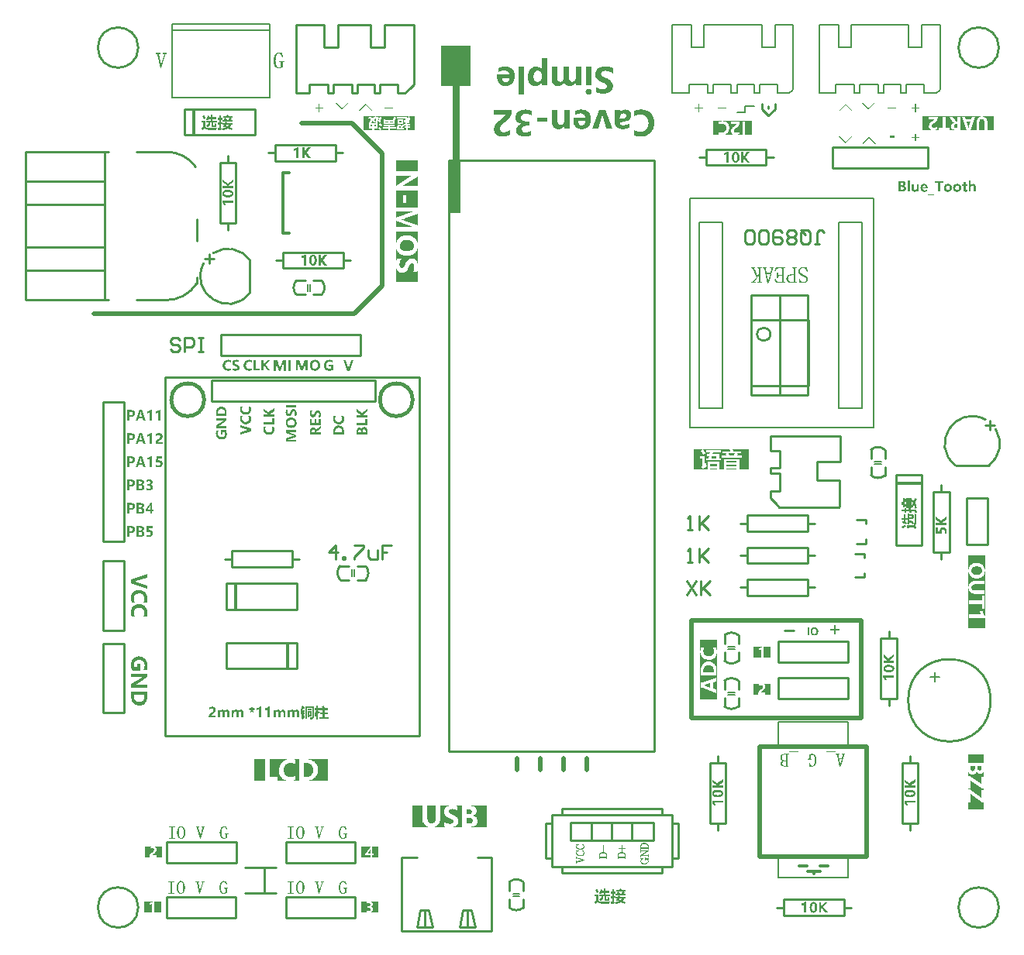
<source format=gto>
G04*
G04 #@! TF.GenerationSoftware,Altium Limited,Altium Designer,21.2.1 (34)*
G04*
G04 Layer_Color=65535*
%FSLAX25Y25*%
%MOIN*%
G70*
G04*
G04 #@! TF.SameCoordinates,22B55974-3201-4BD1-88E3-0356CD7B76C8*
G04*
G04*
G04 #@! TF.FilePolarity,Positive*
G04*
G01*
G75*
%ADD10C,0.01000*%
%ADD11C,0.01575*%
%ADD12C,0.03150*%
%ADD13C,0.00500*%
%ADD14C,0.01181*%
%ADD15C,0.02000*%
%ADD16C,0.00787*%
%ADD17C,0.01200*%
%ADD18C,0.00800*%
%ADD19C,0.00606*%
%ADD20C,0.00315*%
%ADD21R,0.05118X0.22835*%
%ADD22R,0.12598X0.17323*%
G36*
X58311Y85940D02*
X59110Y86280D01*
X59332Y85659D01*
X58459Y85533D01*
X59080Y84852D01*
X58525Y84467D01*
X58081Y85281D01*
X57637Y84467D01*
X57082Y84852D01*
X57704Y85533D01*
X56831Y85659D01*
X57045Y86280D01*
X57852Y85940D01*
X57726Y86858D01*
X58437D01*
X58311Y85940D01*
D02*
G37*
G36*
X83737Y85311D02*
X81917D01*
Y85992D01*
X83737D01*
Y85311D01*
D02*
G37*
G36*
X77551Y85622D02*
X77625Y85607D01*
X77699Y85592D01*
X77795Y85563D01*
X77891Y85518D01*
X77987Y85466D01*
X78084Y85392D01*
X78180Y85311D01*
X78276Y85200D01*
X78357Y85074D01*
X78424Y84926D01*
X78476Y84749D01*
X78505Y84541D01*
X78520Y84430D01*
Y84312D01*
Y82284D01*
X77573D01*
Y84149D01*
Y84157D01*
Y84179D01*
Y84216D01*
X77566Y84268D01*
X77558Y84319D01*
X77543Y84386D01*
X77506Y84527D01*
X77477Y84593D01*
X77440Y84660D01*
X77395Y84726D01*
X77344Y84778D01*
X77277Y84830D01*
X77203Y84867D01*
X77122Y84889D01*
X77025Y84897D01*
X76981D01*
X76937Y84882D01*
X76877Y84867D01*
X76803Y84837D01*
X76737Y84800D01*
X76663Y84741D01*
X76596Y84667D01*
X76589Y84660D01*
X76574Y84630D01*
X76544Y84578D01*
X76515Y84512D01*
X76485Y84430D01*
X76456Y84334D01*
X76441Y84231D01*
X76433Y84112D01*
Y82284D01*
X75479D01*
Y84171D01*
Y84179D01*
Y84201D01*
Y84238D01*
X75471Y84282D01*
X75464Y84342D01*
X75449Y84401D01*
X75412Y84534D01*
X75383Y84601D01*
X75346Y84667D01*
X75301Y84726D01*
X75249Y84786D01*
X75190Y84830D01*
X75116Y84867D01*
X75035Y84889D01*
X74939Y84897D01*
X74894D01*
X74842Y84882D01*
X74783Y84867D01*
X74717Y84845D01*
X74643Y84800D01*
X74576Y84749D01*
X74509Y84675D01*
X74502Y84667D01*
X74487Y84638D01*
X74458Y84586D01*
X74428Y84527D01*
X74398Y84438D01*
X74369Y84342D01*
X74354Y84231D01*
X74347Y84105D01*
Y82284D01*
X73392D01*
Y85548D01*
X74347D01*
Y85037D01*
X74361D01*
X74369Y85052D01*
X74391Y85082D01*
X74428Y85133D01*
X74480Y85200D01*
X74546Y85267D01*
X74620Y85341D01*
X74717Y85407D01*
X74813Y85474D01*
X74828Y85481D01*
X74865Y85496D01*
X74924Y85526D01*
X74998Y85555D01*
X75087Y85577D01*
X75190Y85607D01*
X75294Y85622D01*
X75412Y85629D01*
X75442D01*
X75479Y85622D01*
X75523D01*
X75582Y85607D01*
X75642Y85600D01*
X75790Y85555D01*
X75864Y85518D01*
X75945Y85481D01*
X76026Y85429D01*
X76100Y85370D01*
X76174Y85304D01*
X76241Y85215D01*
X76300Y85126D01*
X76352Y85015D01*
X76359Y85022D01*
X76367Y85045D01*
X76389Y85074D01*
X76426Y85111D01*
X76463Y85156D01*
X76515Y85207D01*
X76567Y85267D01*
X76633Y85326D01*
X76707Y85378D01*
X76789Y85437D01*
X76877Y85489D01*
X76981Y85533D01*
X77085Y85570D01*
X77203Y85600D01*
X77321Y85622D01*
X77455Y85629D01*
X77499D01*
X77551Y85622D01*
D02*
G37*
G36*
X71609D02*
X71683Y85607D01*
X71757Y85592D01*
X71853Y85563D01*
X71949Y85518D01*
X72045Y85466D01*
X72141Y85392D01*
X72238Y85311D01*
X72334Y85200D01*
X72415Y85074D01*
X72482Y84926D01*
X72534Y84749D01*
X72563Y84541D01*
X72578Y84430D01*
Y84312D01*
Y82284D01*
X71631D01*
Y84149D01*
Y84157D01*
Y84179D01*
Y84216D01*
X71623Y84268D01*
X71616Y84319D01*
X71601Y84386D01*
X71564Y84527D01*
X71535Y84593D01*
X71498Y84660D01*
X71453Y84726D01*
X71401Y84778D01*
X71335Y84830D01*
X71261Y84867D01*
X71179Y84889D01*
X71083Y84897D01*
X71039D01*
X70994Y84882D01*
X70935Y84867D01*
X70861Y84837D01*
X70795Y84800D01*
X70721Y84741D01*
X70654Y84667D01*
X70647Y84660D01*
X70632Y84630D01*
X70602Y84578D01*
X70573Y84512D01*
X70543Y84430D01*
X70513Y84334D01*
X70499Y84231D01*
X70491Y84112D01*
Y82284D01*
X69537D01*
Y84171D01*
Y84179D01*
Y84201D01*
Y84238D01*
X69529Y84282D01*
X69522Y84342D01*
X69507Y84401D01*
X69470Y84534D01*
X69440Y84601D01*
X69403Y84667D01*
X69359Y84726D01*
X69307Y84786D01*
X69248Y84830D01*
X69174Y84867D01*
X69093Y84889D01*
X68996Y84897D01*
X68952D01*
X68900Y84882D01*
X68841Y84867D01*
X68774Y84845D01*
X68700Y84800D01*
X68634Y84749D01*
X68567Y84675D01*
X68560Y84667D01*
X68545Y84638D01*
X68515Y84586D01*
X68486Y84527D01*
X68456Y84438D01*
X68427Y84342D01*
X68412Y84231D01*
X68404Y84105D01*
Y82284D01*
X67450Y82284D01*
Y85548D01*
X68404Y85548D01*
Y85037D01*
X68419D01*
X68427Y85052D01*
X68449Y85082D01*
X68486Y85133D01*
X68538Y85200D01*
X68604Y85267D01*
X68678Y85341D01*
X68774Y85407D01*
X68871Y85474D01*
X68885Y85481D01*
X68922Y85496D01*
X68982Y85526D01*
X69056Y85555D01*
X69144Y85577D01*
X69248Y85607D01*
X69352Y85622D01*
X69470Y85629D01*
X69500D01*
X69537Y85622D01*
X69581D01*
X69640Y85607D01*
X69699Y85600D01*
X69847Y85555D01*
X69921Y85518D01*
X70003Y85481D01*
X70084Y85429D01*
X70158Y85370D01*
X70232Y85304D01*
X70299Y85215D01*
X70358Y85126D01*
X70410Y85015D01*
X70417Y85022D01*
X70425Y85045D01*
X70447Y85074D01*
X70484Y85111D01*
X70521Y85156D01*
X70573Y85207D01*
X70624Y85267D01*
X70691Y85326D01*
X70765Y85378D01*
X70846Y85437D01*
X70935Y85489D01*
X71039Y85533D01*
X71142Y85570D01*
X71261Y85600D01*
X71379Y85622D01*
X71512Y85629D01*
X71557D01*
X71609Y85622D01*
D02*
G37*
G36*
X53449Y85622D02*
X53523Y85607D01*
X53597Y85592D01*
X53693Y85563D01*
X53789Y85518D01*
X53886Y85466D01*
X53982Y85392D01*
X54078Y85311D01*
X54174Y85200D01*
X54256Y85074D01*
X54322Y84926D01*
X54374Y84749D01*
X54404Y84541D01*
X54418Y84430D01*
Y84312D01*
Y82284D01*
X53471D01*
Y84149D01*
Y84157D01*
Y84179D01*
Y84216D01*
X53464Y84268D01*
X53456Y84319D01*
X53442Y84386D01*
X53405Y84527D01*
X53375Y84593D01*
X53338Y84660D01*
X53294Y84726D01*
X53242Y84778D01*
X53175Y84830D01*
X53101Y84867D01*
X53020Y84889D01*
X52924Y84897D01*
X52879D01*
X52835Y84882D01*
X52776Y84867D01*
X52702Y84837D01*
X52635Y84800D01*
X52561Y84741D01*
X52494Y84667D01*
X52487Y84660D01*
X52472Y84630D01*
X52443Y84578D01*
X52413Y84512D01*
X52383Y84430D01*
X52354Y84334D01*
X52339Y84231D01*
X52332Y84112D01*
Y82284D01*
X51377D01*
Y84171D01*
Y84179D01*
Y84201D01*
Y84238D01*
X51370Y84282D01*
X51362Y84342D01*
X51347Y84401D01*
X51310Y84534D01*
X51281Y84601D01*
X51244Y84667D01*
X51199Y84726D01*
X51148Y84786D01*
X51088Y84830D01*
X51014Y84867D01*
X50933Y84889D01*
X50837Y84897D01*
X50792D01*
X50741Y84882D01*
X50681Y84867D01*
X50615Y84845D01*
X50541Y84800D01*
X50474Y84749D01*
X50408Y84675D01*
X50400Y84667D01*
X50385Y84638D01*
X50356Y84586D01*
X50326Y84527D01*
X50297Y84438D01*
X50267Y84342D01*
X50252Y84231D01*
X50245Y84105D01*
Y82284D01*
X49290D01*
Y85548D01*
X50245D01*
Y85037D01*
X50260D01*
X50267Y85052D01*
X50289Y85082D01*
X50326Y85133D01*
X50378Y85200D01*
X50445Y85267D01*
X50519Y85341D01*
X50615Y85407D01*
X50711Y85474D01*
X50726Y85481D01*
X50763Y85496D01*
X50822Y85526D01*
X50896Y85555D01*
X50985Y85577D01*
X51088Y85607D01*
X51192Y85622D01*
X51310Y85629D01*
X51340D01*
X51377Y85622D01*
X51421D01*
X51481Y85607D01*
X51540Y85600D01*
X51688Y85555D01*
X51762Y85518D01*
X51843Y85481D01*
X51925Y85429D01*
X51999Y85370D01*
X52073Y85304D01*
X52139Y85215D01*
X52198Y85126D01*
X52250Y85015D01*
X52258Y85022D01*
X52265Y85045D01*
X52287Y85074D01*
X52324Y85111D01*
X52361Y85156D01*
X52413Y85207D01*
X52465Y85267D01*
X52531Y85326D01*
X52605Y85378D01*
X52687Y85437D01*
X52776Y85489D01*
X52879Y85533D01*
X52983Y85570D01*
X53101Y85600D01*
X53220Y85622D01*
X53353Y85629D01*
X53397D01*
X53449Y85622D01*
D02*
G37*
G36*
X47507D02*
X47581Y85607D01*
X47655Y85592D01*
X47751Y85563D01*
X47847Y85518D01*
X47943Y85466D01*
X48040Y85392D01*
X48136Y85311D01*
X48232Y85200D01*
X48313Y85074D01*
X48380Y84926D01*
X48432Y84749D01*
X48461Y84541D01*
X48476Y84430D01*
Y84312D01*
Y82284D01*
X47529D01*
Y84149D01*
Y84157D01*
Y84179D01*
Y84216D01*
X47522Y84268D01*
X47514Y84319D01*
X47499Y84386D01*
X47462Y84527D01*
X47433Y84593D01*
X47396Y84660D01*
X47351Y84726D01*
X47300Y84778D01*
X47233Y84830D01*
X47159Y84867D01*
X47078Y84889D01*
X46981Y84897D01*
X46937D01*
X46893Y84882D01*
X46833Y84867D01*
X46759Y84837D01*
X46693Y84800D01*
X46619Y84741D01*
X46552Y84667D01*
X46545Y84660D01*
X46530Y84630D01*
X46500Y84578D01*
X46471Y84512D01*
X46441Y84430D01*
X46412Y84334D01*
X46397Y84231D01*
X46389Y84112D01*
Y82284D01*
X45435D01*
Y84171D01*
Y84179D01*
Y84201D01*
Y84238D01*
X45427Y84282D01*
X45420Y84342D01*
X45405Y84401D01*
X45368Y84534D01*
X45339Y84601D01*
X45302Y84667D01*
X45257Y84726D01*
X45205Y84786D01*
X45146Y84830D01*
X45072Y84867D01*
X44991Y84889D01*
X44895Y84897D01*
X44850D01*
X44798Y84882D01*
X44739Y84867D01*
X44673Y84845D01*
X44599Y84800D01*
X44532Y84749D01*
X44465Y84675D01*
X44458Y84667D01*
X44443Y84638D01*
X44414Y84586D01*
X44384Y84527D01*
X44354Y84438D01*
X44325Y84342D01*
X44310Y84231D01*
X44303Y84105D01*
Y82284D01*
X43348D01*
Y85548D01*
X44303D01*
Y85037D01*
X44317D01*
X44325Y85052D01*
X44347Y85082D01*
X44384Y85133D01*
X44436Y85200D01*
X44502Y85267D01*
X44576Y85341D01*
X44673Y85407D01*
X44769Y85474D01*
X44784Y85481D01*
X44821Y85496D01*
X44880Y85526D01*
X44954Y85555D01*
X45043Y85577D01*
X45146Y85607D01*
X45250Y85622D01*
X45368Y85629D01*
X45398D01*
X45435Y85622D01*
X45479D01*
X45538Y85607D01*
X45598Y85600D01*
X45746Y85555D01*
X45820Y85518D01*
X45901Y85481D01*
X45982Y85429D01*
X46056Y85370D01*
X46130Y85304D01*
X46197Y85215D01*
X46256Y85126D01*
X46308Y85015D01*
X46315Y85022D01*
X46323Y85045D01*
X46345Y85074D01*
X46382Y85111D01*
X46419Y85156D01*
X46471Y85207D01*
X46523Y85267D01*
X46589Y85326D01*
X46663Y85378D01*
X46745Y85437D01*
X46833Y85489D01*
X46937Y85533D01*
X47041Y85570D01*
X47159Y85600D01*
X47277Y85622D01*
X47411Y85629D01*
X47455D01*
X47507Y85622D01*
D02*
G37*
G36*
X86527Y86251D02*
X87030D01*
Y85503D01*
X86527D01*
Y85096D01*
X86534D01*
X86542Y85089D01*
X86564Y85074D01*
X86594Y85052D01*
X86660Y85008D01*
X86756Y84941D01*
X86875Y84860D01*
X87001Y84771D01*
X87141Y84667D01*
X87289Y84556D01*
X86882Y83942D01*
X86527Y84253D01*
Y81500D01*
X85780D01*
Y83964D01*
X85765Y83942D01*
X85757Y83912D01*
X85735Y83868D01*
X85713Y83809D01*
X85683Y83742D01*
X85654Y83668D01*
X85617Y83587D01*
X85535Y83409D01*
X85439Y83217D01*
X85328Y83017D01*
X85217Y82817D01*
Y82825D01*
X85210Y82847D01*
Y82876D01*
X85202Y82913D01*
X85195Y82965D01*
X85180Y83024D01*
X85173Y83091D01*
X85158Y83172D01*
X85128Y83335D01*
X85099Y83520D01*
X85062Y83705D01*
X85025Y83898D01*
X85032Y83905D01*
X85047Y83935D01*
X85069Y83972D01*
X85099Y84031D01*
X85136Y84097D01*
X85180Y84179D01*
X85232Y84275D01*
X85284Y84379D01*
X85343Y84497D01*
X85402Y84615D01*
X85461Y84749D01*
X85521Y84889D01*
X85639Y85185D01*
X85743Y85503D01*
X85084D01*
Y86251D01*
X85780D01*
Y87294D01*
X86527D01*
Y86251D01*
D02*
G37*
G36*
X83634Y82751D02*
X82605D01*
Y82440D01*
X81998D01*
Y84897D01*
X83634D01*
Y82751D01*
D02*
G37*
G36*
X84640Y82351D02*
Y82344D01*
Y82336D01*
Y82314D01*
Y82284D01*
X84633Y82218D01*
X84618Y82129D01*
X84596Y82033D01*
X84566Y81937D01*
X84522Y81840D01*
X84462Y81752D01*
X84455Y81744D01*
X84433Y81722D01*
X84388Y81685D01*
X84337Y81648D01*
X84263Y81611D01*
X84174Y81574D01*
X84070Y81552D01*
X83944Y81537D01*
X83885D01*
X83811Y81530D01*
X83582D01*
X83434Y81522D01*
X83071D01*
Y81530D01*
Y81544D01*
X83064Y81567D01*
Y81596D01*
X83049Y81678D01*
X83027Y81781D01*
X83005Y81907D01*
X82982Y82040D01*
X82916Y82314D01*
X82990D01*
X83071Y82307D01*
X83293D01*
X83419Y82299D01*
X83671D01*
X83700Y82307D01*
X83737Y82314D01*
X83789Y82336D01*
X83841Y82373D01*
X83878Y82432D01*
X83907Y82506D01*
X83922Y82610D01*
Y86354D01*
X81724D01*
Y81552D01*
X80999D01*
Y87057D01*
X84640D01*
Y82351D01*
D02*
G37*
G36*
X65859Y82284D02*
X64897D01*
Y85881D01*
X64889Y85873D01*
X64867Y85859D01*
X64823Y85829D01*
X64771Y85792D01*
X64697Y85748D01*
X64616Y85703D01*
X64519Y85659D01*
X64408Y85607D01*
X64394Y85600D01*
X64357Y85585D01*
X64297Y85563D01*
X64223Y85540D01*
X64135Y85511D01*
X64046Y85489D01*
X63942Y85466D01*
X63846Y85452D01*
Y86273D01*
X63853D01*
X63883Y86288D01*
X63927Y86295D01*
X63979Y86317D01*
X64053Y86340D01*
X64135Y86369D01*
X64223Y86406D01*
X64327Y86451D01*
X64542Y86547D01*
X64778Y86665D01*
X65015Y86806D01*
X65245Y86961D01*
X65859D01*
Y82284D01*
D02*
G37*
G36*
X62129D02*
X61167D01*
Y85881D01*
X61160Y85873D01*
X61138Y85859D01*
X61093Y85829D01*
X61041Y85792D01*
X60967Y85748D01*
X60886Y85703D01*
X60790Y85659D01*
X60679Y85607D01*
X60664Y85600D01*
X60627Y85585D01*
X60568Y85563D01*
X60494Y85540D01*
X60405Y85511D01*
X60316Y85489D01*
X60213Y85466D01*
X60116Y85452D01*
Y86273D01*
X60124D01*
X60153Y86288D01*
X60198Y86295D01*
X60250Y86317D01*
X60324Y86340D01*
X60405Y86369D01*
X60494Y86406D01*
X60597Y86451D01*
X60812Y86547D01*
X61049Y86665D01*
X61286Y86806D01*
X61515Y86961D01*
X62129D01*
Y82284D01*
D02*
G37*
G36*
X41165Y86932D02*
X41224D01*
X41291Y86924D01*
X41365Y86909D01*
X41446Y86895D01*
X41624Y86850D01*
X41801Y86791D01*
X41979Y86702D01*
X42060Y86643D01*
X42134Y86584D01*
X42142Y86576D01*
X42149Y86569D01*
X42171Y86547D01*
X42194Y86517D01*
X42231Y86488D01*
X42260Y86443D01*
X42297Y86391D01*
X42334Y86332D01*
X42408Y86199D01*
X42475Y86029D01*
X42519Y85836D01*
X42527Y85733D01*
X42534Y85622D01*
Y85607D01*
Y85563D01*
X42527Y85496D01*
X42519Y85415D01*
X42504Y85318D01*
X42482Y85215D01*
X42453Y85111D01*
X42416Y85000D01*
X42408Y84985D01*
X42393Y84956D01*
X42371Y84904D01*
X42334Y84830D01*
X42282Y84756D01*
X42231Y84667D01*
X42164Y84578D01*
X42083Y84482D01*
X42075Y84475D01*
X42038Y84438D01*
X41986Y84386D01*
X41912Y84319D01*
X41816Y84231D01*
X41698Y84134D01*
X41557Y84023D01*
X41387Y83898D01*
X41380D01*
X41365Y83883D01*
X41343Y83868D01*
X41313Y83846D01*
X41232Y83787D01*
X41135Y83713D01*
X41032Y83631D01*
X40928Y83542D01*
X40832Y83461D01*
X40758Y83387D01*
X40751Y83380D01*
X40736Y83357D01*
X40706Y83320D01*
X40684Y83283D01*
X40625Y83180D01*
X40610Y83128D01*
X40603Y83076D01*
X42549D01*
Y82284D01*
X39500D01*
Y82617D01*
Y82625D01*
Y82632D01*
Y82677D01*
X39507Y82751D01*
X39515Y82839D01*
X39530Y82936D01*
X39559Y83047D01*
X39589Y83165D01*
X39633Y83276D01*
X39641Y83291D01*
X39655Y83328D01*
X39685Y83380D01*
X39729Y83454D01*
X39781Y83542D01*
X39840Y83631D01*
X39914Y83727D01*
X39996Y83824D01*
X40003Y83838D01*
X40040Y83868D01*
X40092Y83927D01*
X40173Y83994D01*
X40270Y84083D01*
X40395Y84186D01*
X40543Y84297D01*
X40714Y84423D01*
X40721Y84430D01*
X40736Y84438D01*
X40758Y84453D01*
X40788Y84482D01*
X40862Y84541D01*
X40958Y84623D01*
X41061Y84712D01*
X41158Y84808D01*
X41254Y84911D01*
X41328Y85008D01*
X41335Y85022D01*
X41357Y85052D01*
X41387Y85104D01*
X41417Y85170D01*
X41446Y85252D01*
X41476Y85348D01*
X41498Y85452D01*
X41505Y85555D01*
Y85563D01*
Y85585D01*
X41498Y85614D01*
Y85651D01*
X41468Y85748D01*
X41446Y85807D01*
X41424Y85866D01*
X41387Y85918D01*
X41343Y85977D01*
X41283Y86029D01*
X41224Y86073D01*
X41143Y86110D01*
X41054Y86140D01*
X40950Y86162D01*
X40832Y86169D01*
X40773D01*
X40728Y86162D01*
X40677Y86155D01*
X40617Y86147D01*
X40543Y86132D01*
X40469Y86110D01*
X40299Y86051D01*
X40203Y86014D01*
X40107Y85970D01*
X40011Y85918D01*
X39907Y85851D01*
X39811Y85777D01*
X39707Y85696D01*
Y86547D01*
X39715Y86554D01*
X39737Y86562D01*
X39766Y86584D01*
X39811Y86606D01*
X39870Y86636D01*
X39937Y86673D01*
X40011Y86710D01*
X40099Y86747D01*
X40196Y86776D01*
X40299Y86813D01*
X40410Y86850D01*
X40529Y86880D01*
X40780Y86924D01*
X40913Y86932D01*
X41054Y86939D01*
X41121D01*
X41165Y86932D01*
D02*
G37*
G36*
X88976Y87368D02*
X88991Y87353D01*
X89006Y87331D01*
X89021Y87302D01*
X89050Y87265D01*
X89080Y87213D01*
X89147Y87102D01*
X89235Y86961D01*
X89332Y86798D01*
X89435Y86621D01*
X89546Y86421D01*
X89184Y86273D01*
X90775D01*
Y85511D01*
X89428D01*
Y84423D01*
X90619D01*
Y83661D01*
X89428D01*
Y82469D01*
X90923D01*
Y81715D01*
X87067D01*
Y82469D01*
X88562D01*
Y83661D01*
X87363D01*
Y84423D01*
X88562D01*
Y85511D01*
X87215D01*
Y86273D01*
X88658D01*
Y86280D01*
X88651Y86295D01*
X88636Y86317D01*
X88621Y86347D01*
X88577Y86428D01*
X88525Y86539D01*
X88458Y86658D01*
X88377Y86798D01*
X88214Y87087D01*
X88976Y87376D01*
Y87368D01*
D02*
G37*
G36*
X80348Y87191D02*
Y87176D01*
X80333Y87139D01*
X80318Y87080D01*
X80296Y86998D01*
X80274Y86909D01*
X80244Y86813D01*
X80178Y86599D01*
X80851D01*
Y85940D01*
X79948D01*
X79941Y85933D01*
X79934Y85903D01*
X79919Y85859D01*
X79897Y85807D01*
X79867Y85748D01*
X79837Y85674D01*
X79771Y85526D01*
X80799D01*
Y84852D01*
X80281D01*
Y84334D01*
X80851D01*
Y83668D01*
X80281D01*
Y82817D01*
X80777Y83143D01*
Y83135D01*
Y83121D01*
Y83098D01*
Y83061D01*
X80785Y83017D01*
Y82973D01*
X80792Y82854D01*
X80799Y82721D01*
X80814Y82580D01*
X80829Y82432D01*
X80844Y82284D01*
X80836D01*
X80814Y82270D01*
X80785Y82255D01*
X80740Y82225D01*
X80688Y82196D01*
X80629Y82159D01*
X80563Y82114D01*
X80481Y82062D01*
X80318Y81951D01*
X80141Y81818D01*
X79963Y81663D01*
X79786Y81500D01*
X79393Y82085D01*
X79401Y82092D01*
X79416Y82114D01*
X79445Y82159D01*
X79475Y82218D01*
X79504Y82292D01*
X79534Y82388D01*
X79549Y82506D01*
X79556Y82640D01*
Y83668D01*
X79023D01*
Y84334D01*
X79556D01*
Y84852D01*
X79430D01*
X79423Y84845D01*
X79416Y84823D01*
X79393Y84793D01*
X79364Y84749D01*
X79334Y84704D01*
X79297Y84645D01*
X79223Y84527D01*
Y84534D01*
X79216Y84549D01*
X79208Y84578D01*
X79201Y84623D01*
X79194Y84667D01*
X79179Y84726D01*
X79149Y84852D01*
X79112Y85000D01*
X79068Y85163D01*
X79023Y85318D01*
X78979Y85466D01*
X78986Y85474D01*
X79001Y85511D01*
X79023Y85555D01*
X79053Y85622D01*
X79090Y85703D01*
X79134Y85807D01*
X79179Y85918D01*
X79231Y86044D01*
X79282Y86177D01*
X79342Y86325D01*
X79393Y86480D01*
X79453Y86643D01*
X79556Y86983D01*
X79645Y87346D01*
X80348Y87191D01*
D02*
G37*
G36*
X218868Y343887D02*
X219087Y343869D01*
X219342Y343833D01*
X219633Y343741D01*
X219943Y343632D01*
X220253Y343486D01*
X220526Y343268D01*
X220562Y343231D01*
X220635Y343159D01*
X220744Y343013D01*
X220872Y342812D01*
X221000Y342557D01*
X221109Y342248D01*
X221182Y341901D01*
X221218Y341500D01*
Y341482D01*
Y341391D01*
X221200Y341282D01*
X221182Y341136D01*
X221127Y340954D01*
X221073Y340753D01*
X220981Y340535D01*
X220872Y340298D01*
X220726Y340061D01*
X220544Y339824D01*
X220325Y339606D01*
X220052Y339387D01*
X219724Y339187D01*
X219360Y339022D01*
X218941Y338895D01*
X218449Y338804D01*
X216244Y338512D01*
Y338494D01*
Y338458D01*
Y338385D01*
X216262Y338294D01*
X216317Y338075D01*
X216426Y337802D01*
X216499Y337674D01*
X216590Y337547D01*
X216718Y337437D01*
X216864Y337328D01*
X217028Y337237D01*
X217228Y337164D01*
X217447Y337128D01*
X217702Y337109D01*
X217847D01*
X217939Y337128D01*
X218066D01*
X218230Y337146D01*
X218394Y337182D01*
X218576Y337219D01*
X218995Y337328D01*
X219451Y337474D01*
X219925Y337692D01*
X220180Y337838D01*
X220416Y337984D01*
Y336180D01*
X220398Y336162D01*
X220307Y336126D01*
X220198Y336071D01*
X220034Y335998D01*
X219815Y335925D01*
X219578Y335834D01*
X219287Y335761D01*
X218959Y335688D01*
X218941D01*
X218922Y335670D01*
X218813Y335652D01*
X218631Y335615D01*
X218412Y335579D01*
X218176Y335542D01*
X217920Y335524D01*
X217647Y335488D01*
X217246D01*
X217082Y335506D01*
X216864Y335542D01*
X216609Y335597D01*
X216317Y335670D01*
X216025Y335779D01*
X215698Y335907D01*
X215388Y336089D01*
X215096Y336308D01*
X214805Y336581D01*
X214550Y336909D01*
X214331Y337310D01*
X214167Y337765D01*
X214112Y338002D01*
X214058Y338276D01*
X214021Y338567D01*
Y338877D01*
Y343723D01*
X216262D01*
Y342557D01*
X216281D01*
Y342575D01*
X216317Y342612D01*
X216372Y342685D01*
X216426Y342776D01*
X216517Y342867D01*
X216627Y342976D01*
X216754Y343104D01*
X216882Y343231D01*
X217046Y343359D01*
X217228Y343486D01*
X217428Y343596D01*
X217647Y343687D01*
X217866Y343778D01*
X218121Y343851D01*
X218394Y343887D01*
X218686Y343905D01*
X218795D01*
X218868Y343887D01*
D02*
G37*
G36*
X175978D02*
X176124D01*
X176288Y343869D01*
X176470Y343851D01*
X176689Y343833D01*
X177126Y343778D01*
X177600Y343669D01*
X178055Y343541D01*
X178474Y343359D01*
Y341282D01*
X178456D01*
X178419Y341318D01*
X178365Y341355D01*
X178274Y341409D01*
X178164Y341482D01*
X178037Y341555D01*
X177891Y341628D01*
X177727Y341701D01*
X177345Y341847D01*
X176889Y341992D01*
X176397Y342084D01*
X176124Y342102D01*
X175850Y342120D01*
X175686D01*
X175522Y342102D01*
X175304Y342065D01*
X175049Y342011D01*
X174812Y341938D01*
X174557Y341847D01*
X174338Y341701D01*
X174320Y341683D01*
X174247Y341628D01*
X174156Y341519D01*
X174047Y341391D01*
X173956Y341227D01*
X173864Y341008D01*
X173792Y340772D01*
X173773Y340498D01*
Y340480D01*
Y340462D01*
X173792Y340371D01*
X173810Y340225D01*
X173864Y340043D01*
X173937Y339842D01*
X174065Y339642D01*
X174229Y339442D01*
X174448Y339278D01*
X174484Y339259D01*
X174575Y339205D01*
X174721Y339150D01*
X174921Y339059D01*
X175195Y338986D01*
X175504Y338931D01*
X175887Y338877D01*
X176306Y338859D01*
X177308D01*
Y337036D01*
X176288D01*
X176178Y337018D01*
X176033D01*
X175850Y336982D01*
X175668Y336964D01*
X175249Y336854D01*
X175031Y336763D01*
X174830Y336672D01*
X174648Y336545D01*
X174466Y336399D01*
X174320Y336217D01*
X174211Y336016D01*
X174138Y335798D01*
X174119Y335524D01*
Y335506D01*
Y335470D01*
X174138Y335397D01*
Y335287D01*
X174211Y335069D01*
X174265Y334923D01*
X174338Y334795D01*
X174429Y334668D01*
X174539Y334522D01*
X174684Y334413D01*
X174848Y334285D01*
X175049Y334194D01*
X175286Y334121D01*
X175541Y334085D01*
X175850Y334067D01*
X175960D01*
X176051Y334085D01*
X176142D01*
X176269Y334103D01*
X176561Y334158D01*
X176889Y334249D01*
X177272Y334376D01*
X177654Y334559D01*
X178055Y334814D01*
Y332882D01*
X178037D01*
X178000Y332864D01*
X177927Y332828D01*
X177855Y332791D01*
X177745Y332737D01*
X177600Y332682D01*
X177454Y332627D01*
X177272Y332573D01*
X177089Y332518D01*
X176871Y332463D01*
X176415Y332354D01*
X175887Y332281D01*
X175322Y332263D01*
X175158D01*
X175049Y332281D01*
X174921D01*
X174757Y332299D01*
X174393Y332354D01*
X173974Y332445D01*
X173555Y332573D01*
X173117Y332755D01*
X172717Y333010D01*
X172698D01*
X172680Y333046D01*
X172553Y333137D01*
X172407Y333301D01*
X172206Y333538D01*
X172024Y333830D01*
X171879Y334176D01*
X171751Y334577D01*
X171733Y334814D01*
X171714Y335051D01*
Y335069D01*
Y335142D01*
X171733Y335251D01*
X171751Y335415D01*
X171787Y335579D01*
X171824Y335779D01*
X171897Y335998D01*
X171988Y336235D01*
X172115Y336472D01*
X172261Y336709D01*
X172443Y336945D01*
X172662Y337164D01*
X172917Y337365D01*
X173208Y337547D01*
X173555Y337711D01*
X173956Y337838D01*
Y337875D01*
X173901Y337875D01*
X173846Y337893D01*
X173755Y337911D01*
X173555Y337948D01*
X173281Y338020D01*
X172990Y338148D01*
X172680Y338294D01*
X172370Y338476D01*
X172079Y338731D01*
X172042Y338767D01*
X171970Y338859D01*
X171860Y339022D01*
X171714Y339223D01*
X171587Y339478D01*
X171478Y339788D01*
X171405Y340134D01*
X171368Y340517D01*
Y340535D01*
Y340589D01*
Y340662D01*
X171387Y340772D01*
X171405Y340917D01*
X171423Y341063D01*
X171514Y341428D01*
X171660Y341828D01*
X171751Y342029D01*
X171860Y342248D01*
X172006Y342448D01*
X172170Y342648D01*
X172352Y342830D01*
X172553Y343013D01*
X172571Y343031D01*
X172607Y343049D01*
X172680Y343086D01*
X172771Y343159D01*
X172881Y343213D01*
X173026Y343286D01*
X173190Y343377D01*
X173372Y343450D01*
X173591Y343541D01*
X173828Y343614D01*
X174083Y343705D01*
X174375Y343760D01*
X174666Y343814D01*
X174994Y343869D01*
X175322Y343887D01*
X175686Y343905D01*
X175850D01*
X175978Y343887D01*
D02*
G37*
G36*
X185015Y338585D02*
X180715D01*
Y340243D01*
X185015D01*
Y338585D01*
D02*
G37*
G36*
X194726Y335688D02*
X192376D01*
Y336964D01*
X192340D01*
X192321Y336945D01*
X192303Y336891D01*
X192248Y336818D01*
X192175Y336727D01*
X192084Y336617D01*
X191975Y336490D01*
X191848Y336362D01*
X191684Y336217D01*
X191520Y336089D01*
X191319Y335962D01*
X191119Y335834D01*
X190882Y335725D01*
X190627Y335615D01*
X190354Y335542D01*
X190062Y335506D01*
X189752Y335488D01*
X189643D01*
X189497Y335506D01*
X189333Y335542D01*
X189133Y335597D01*
X188896Y335670D01*
X188659Y335761D01*
X188404Y335907D01*
X188167Y336071D01*
X187912Y336290D01*
X187693Y336563D01*
X187493Y336891D01*
X187329Y337273D01*
X187183Y337711D01*
X187147Y337948D01*
X187110Y338221D01*
X187074Y338494D01*
Y338804D01*
Y343723D01*
X189406D01*
Y339241D01*
Y339223D01*
Y339150D01*
Y339059D01*
X189424Y338931D01*
X189443Y338786D01*
X189479Y338622D01*
X189588Y338257D01*
X189661Y338075D01*
X189752Y337911D01*
X189862Y337747D01*
X189989Y337601D01*
X190153Y337474D01*
X190354Y337383D01*
X190554Y337310D01*
X190809Y337292D01*
X190918D01*
X191046Y337310D01*
X191210Y337365D01*
X191374Y337419D01*
X191574Y337510D01*
X191756Y337638D01*
X191939Y337820D01*
X191957Y337838D01*
X192012Y337911D01*
X192084Y338020D01*
X192157Y338166D01*
X192230Y338367D01*
X192303Y338585D01*
X192358Y338840D01*
X192376Y339132D01*
Y343723D01*
X194726D01*
Y335688D01*
D02*
G37*
G36*
X213019D02*
X210505D01*
X209029Y340753D01*
X209011Y340790D01*
X208993Y340881D01*
X208956Y341045D01*
X208902Y341227D01*
X208865Y341446D01*
X208810Y341683D01*
X208774Y341919D01*
X208756Y342138D01*
X208719D01*
Y342120D01*
X208701Y342029D01*
X208683Y341919D01*
X208665Y341756D01*
X208628Y341555D01*
X208574Y341318D01*
X208519Y341063D01*
X208446Y340790D01*
X206934Y335688D01*
X204474D01*
X207499Y343723D01*
X210159D01*
X213019Y335688D01*
D02*
G37*
G36*
X200138Y343887D02*
X200302Y343869D01*
X200484Y343851D01*
X200703Y343814D01*
X200921Y343778D01*
X201395Y343650D01*
X201650Y343559D01*
X201887Y343450D01*
X202142Y343322D01*
X202379Y343177D01*
X202597Y343013D01*
X202816Y342830D01*
X202834Y342812D01*
X202853Y342776D01*
X202907Y342721D01*
X202980Y342630D01*
X203053Y342521D01*
X203144Y342393D01*
X203253Y342229D01*
X203344Y342047D01*
X203435Y341847D01*
X203545Y341628D01*
X203636Y341373D01*
X203709Y341100D01*
X203782Y340826D01*
X203818Y340498D01*
X203855Y340170D01*
X203873Y339824D01*
Y339806D01*
Y339733D01*
Y339642D01*
X203855Y339496D01*
X203836Y339332D01*
X203818Y339150D01*
X203782Y338931D01*
X203727Y338713D01*
X203600Y338203D01*
X203508Y337948D01*
X203399Y337692D01*
X203272Y337419D01*
X203108Y337164D01*
X202944Y336927D01*
X202743Y336690D01*
X202725Y336672D01*
X202689Y336636D01*
X202634Y336581D01*
X202543Y336508D01*
X202433Y336417D01*
X202288Y336308D01*
X202142Y336198D01*
X201960Y336089D01*
X201759Y335980D01*
X201541Y335871D01*
X201304Y335761D01*
X201067Y335670D01*
X200794Y335597D01*
X200502Y335542D01*
X200192Y335506D01*
X199883Y335488D01*
X199719D01*
X199591Y335506D01*
X199463Y335524D01*
X199281Y335542D01*
X199099Y335579D01*
X198899Y335615D01*
X198480Y335743D01*
X198261Y335816D01*
X198042Y335925D01*
X197824Y336053D01*
X197605Y336180D01*
X197405Y336344D01*
X197222Y336526D01*
X197204Y336545D01*
X197186Y336581D01*
X197131Y336636D01*
X197077Y336709D01*
X197004Y336818D01*
X196913Y336945D01*
X196822Y337091D01*
X196730Y337273D01*
X196658Y337456D01*
X196567Y337674D01*
X196476Y337911D01*
X196403Y338166D01*
X196348Y338439D01*
X196293Y338731D01*
X196275Y339041D01*
X196257Y339369D01*
Y340371D01*
X201541D01*
Y340389D01*
X201522Y340444D01*
Y340535D01*
X201486Y340662D01*
X201449Y340808D01*
X201395Y340972D01*
X201322Y341136D01*
X201213Y341300D01*
X201103Y341482D01*
X200939Y341646D01*
X200757Y341810D01*
X200557Y341956D01*
X200302Y342065D01*
X200010Y342175D01*
X199682Y342229D01*
X199300Y342248D01*
X199172D01*
X199081Y342229D01*
X198953D01*
X198826Y342211D01*
X198498Y342156D01*
X198134Y342084D01*
X197733Y341974D01*
X197332Y341810D01*
X196931Y341592D01*
Y343304D01*
X196949D01*
X196986Y343322D01*
X197040Y343359D01*
X197131Y343395D01*
X197241Y343450D01*
X197368Y343486D01*
X197532Y343541D01*
X197714Y343596D01*
X197915Y343669D01*
X198134Y343723D01*
X198370Y343760D01*
X198625Y343814D01*
X198899Y343851D01*
X199190Y343887D01*
X199828Y343905D01*
X200010D01*
X200138Y343887D01*
D02*
G37*
G36*
X225828D02*
X226010D01*
X226229Y343851D01*
X226484Y343833D01*
X226757Y343778D01*
X227049Y343723D01*
X227377Y343632D01*
X227705Y343541D01*
X228032Y343413D01*
X228379Y343268D01*
X228707Y343086D01*
X229035Y342885D01*
X229344Y342667D01*
X229636Y342393D01*
X229654Y342375D01*
X229691Y342320D01*
X229782Y342229D01*
X229873Y342120D01*
X229982Y341956D01*
X230110Y341774D01*
X230237Y341573D01*
X230383Y341318D01*
X230529Y341045D01*
X230656Y340735D01*
X230784Y340407D01*
X230893Y340043D01*
X230984Y339660D01*
X231057Y339241D01*
X231112Y338804D01*
X231130Y338348D01*
Y338312D01*
Y338221D01*
X231112Y338093D01*
Y337911D01*
X231075Y337674D01*
X231039Y337419D01*
X230984Y337109D01*
X230911Y336800D01*
X230838Y336454D01*
X230729Y336107D01*
X230583Y335743D01*
X230419Y335379D01*
X230237Y335014D01*
X230000Y334650D01*
X229745Y334303D01*
X229454Y333976D01*
X229435Y333957D01*
X229381Y333903D01*
X229290Y333812D01*
X229144Y333702D01*
X228980Y333575D01*
X228780Y333429D01*
X228543Y333283D01*
X228288Y333119D01*
X227996Y332955D01*
X227668Y332809D01*
X227304Y332664D01*
X226921Y332536D01*
X226520Y332427D01*
X226083Y332336D01*
X225627Y332281D01*
X225135Y332263D01*
X224862D01*
X224716Y332281D01*
X224552D01*
X224370Y332299D01*
X224170Y332318D01*
X223751Y332372D01*
X223277Y332445D01*
X222822Y332554D01*
X222384Y332700D01*
Y335014D01*
X222403D01*
X222439Y334978D01*
X222494Y334960D01*
X222585Y334905D01*
X222694Y334868D01*
X222822Y334814D01*
X222967Y334741D01*
X223131Y334686D01*
X223514Y334559D01*
X223951Y334468D01*
X224443Y334395D01*
X224972Y334358D01*
X225135D01*
X225245Y334376D01*
X225391Y334395D01*
X225555Y334413D01*
X225737Y334449D01*
X225919Y334486D01*
X226338Y334613D01*
X226557Y334704D01*
X226794Y334795D01*
X227012Y334923D01*
X227213Y335069D01*
X227413Y335233D01*
X227613Y335415D01*
X227632Y335433D01*
X227650Y335470D01*
X227705Y335524D01*
X227759Y335597D01*
X227832Y335706D01*
X227923Y335834D01*
X228014Y335980D01*
X228105Y336144D01*
X228197Y336344D01*
X228288Y336545D01*
X228361Y336763D01*
X228452Y337018D01*
X228561Y337547D01*
X228579Y337856D01*
X228597Y338166D01*
Y338184D01*
Y338239D01*
Y338330D01*
X228579Y338439D01*
X228561Y338585D01*
X228543Y338749D01*
X228524Y338931D01*
X228488Y339114D01*
X228379Y339551D01*
X228197Y339988D01*
X228105Y340225D01*
X227978Y340444D01*
X227832Y340644D01*
X227668Y340844D01*
X227650Y340863D01*
X227632Y340881D01*
X227577Y340936D01*
X227486Y341008D01*
X227395Y341081D01*
X227286Y341154D01*
X227140Y341245D01*
X226994Y341336D01*
X226812Y341446D01*
X226630Y341537D01*
X226192Y341683D01*
X225682Y341810D01*
X225409Y341828D01*
X225117Y341847D01*
X224972D01*
X224862Y341828D01*
X224735D01*
X224571Y341810D01*
X224407Y341792D01*
X224206Y341756D01*
X223787Y341664D01*
X223332Y341537D01*
X222858Y341355D01*
X222384Y341118D01*
Y343322D01*
X222403D01*
X222439Y343341D01*
X222512Y343377D01*
X222603Y343413D01*
X222730Y343450D01*
X222876Y343505D01*
X223040Y343559D01*
X223241Y343614D01*
X223459Y343669D01*
X223696Y343723D01*
X223969Y343778D01*
X224243Y343814D01*
X224552Y343851D01*
X224880Y343887D01*
X225227Y343905D01*
X225700D01*
X225828Y343887D01*
D02*
G37*
G36*
X169674Y342903D02*
Y342885D01*
Y342867D01*
Y342758D01*
X169656Y342575D01*
X169637Y342357D01*
X169601Y342120D01*
X169528Y341847D01*
X169455Y341555D01*
X169346Y341282D01*
X169328Y341245D01*
X169291Y341154D01*
X169218Y341027D01*
X169109Y340844D01*
X168982Y340626D01*
X168836Y340407D01*
X168654Y340170D01*
X168453Y339933D01*
X168435Y339897D01*
X168344Y339824D01*
X168216Y339678D01*
X168016Y339514D01*
X167779Y339296D01*
X167469Y339041D01*
X167105Y338767D01*
X166686Y338458D01*
X166667Y338439D01*
X166631Y338421D01*
X166576Y338385D01*
X166504Y338312D01*
X166321Y338166D01*
X166085Y337966D01*
X165829Y337747D01*
X165593Y337510D01*
X165356Y337255D01*
X165173Y337018D01*
X165155Y336982D01*
X165101Y336909D01*
X165028Y336782D01*
X164955Y336617D01*
X164882Y336417D01*
X164809Y336180D01*
X164754Y335925D01*
X164736Y335670D01*
Y335652D01*
Y335597D01*
X164754Y335524D01*
Y335433D01*
X164827Y335196D01*
X164882Y335051D01*
X164937Y334905D01*
X165028Y334777D01*
X165137Y334631D01*
X165283Y334504D01*
X165429Y334395D01*
X165629Y334303D01*
X165848Y334231D01*
X166103Y334176D01*
X166394Y334158D01*
X166540D01*
X166649Y334176D01*
X166777Y334194D01*
X166923Y334212D01*
X167105Y334249D01*
X167287Y334303D01*
X167706Y334449D01*
X167943Y334540D01*
X168180Y334650D01*
X168417Y334777D01*
X168672Y334941D01*
X168909Y335123D01*
X169164Y335324D01*
Y333229D01*
X169146Y333210D01*
X169091Y333192D01*
X169018Y333137D01*
X168909Y333083D01*
X168763Y333010D01*
X168599Y332919D01*
X168417Y332828D01*
X168198Y332737D01*
X167961Y332664D01*
X167706Y332573D01*
X167433Y332482D01*
X167141Y332409D01*
X166522Y332299D01*
X166194Y332281D01*
X165848Y332263D01*
X165684D01*
X165574Y332281D01*
X165429D01*
X165265Y332299D01*
X165082Y332336D01*
X164882Y332372D01*
X164445Y332482D01*
X164007Y332627D01*
X163570Y332846D01*
X163370Y332992D01*
X163188Y333137D01*
X163169Y333156D01*
X163151Y333174D01*
X163096Y333229D01*
X163042Y333301D01*
X162951Y333374D01*
X162878Y333484D01*
X162787Y333611D01*
X162696Y333757D01*
X162513Y334085D01*
X162349Y334504D01*
X162240Y334978D01*
X162222Y335233D01*
X162204Y335506D01*
Y335542D01*
Y335652D01*
X162222Y335816D01*
X162240Y336016D01*
X162276Y336253D01*
X162331Y336508D01*
X162404Y336763D01*
X162495Y337036D01*
X162513Y337073D01*
X162550Y337146D01*
X162604Y337273D01*
X162696Y337456D01*
X162823Y337638D01*
X162951Y337856D01*
X163115Y338075D01*
X163315Y338312D01*
X163333Y338330D01*
X163424Y338421D01*
X163552Y338549D01*
X163734Y338713D01*
X163971Y338931D01*
X164262Y339168D01*
X164609Y339442D01*
X165028Y339751D01*
X165046D01*
X165082Y339788D01*
X165137Y339824D01*
X165210Y339879D01*
X165410Y340025D01*
X165647Y340207D01*
X165902Y340407D01*
X166157Y340626D01*
X166394Y340826D01*
X166576Y341008D01*
X166595Y341027D01*
X166631Y341081D01*
X166704Y341173D01*
X166759Y341264D01*
X166904Y341519D01*
X166941Y341646D01*
X166959Y341774D01*
X162167D01*
Y343723D01*
X169674D01*
Y342903D01*
D02*
G37*
G36*
X185003Y354235D02*
X182653D01*
Y355456D01*
X182616D01*
X182598Y355437D01*
X182580Y355401D01*
X182525Y355328D01*
X182452Y355237D01*
X182343Y355128D01*
X182234Y355000D01*
X182106Y354872D01*
X181942Y354745D01*
X181760Y354617D01*
X181578Y354490D01*
X181359Y354362D01*
X181123Y354253D01*
X180867Y354162D01*
X180612Y354089D01*
X180321Y354053D01*
X180011Y354034D01*
X179865D01*
X179756Y354053D01*
X179628Y354071D01*
X179483Y354089D01*
X179137Y354162D01*
X178754Y354290D01*
X178553Y354381D01*
X178353Y354490D01*
X178153Y354617D01*
X177952Y354745D01*
X177770Y354927D01*
X177606Y355109D01*
X177588Y355128D01*
X177570Y355164D01*
X177533Y355219D01*
X177460Y355310D01*
X177406Y355419D01*
X177333Y355547D01*
X177242Y355692D01*
X177169Y355875D01*
X177078Y356075D01*
X177005Y356294D01*
X176932Y356530D01*
X176859Y356786D01*
X176804Y357077D01*
X176768Y357369D01*
X176750Y357697D01*
X176731Y358025D01*
Y358043D01*
Y358116D01*
Y358225D01*
X176750Y358352D01*
X176768Y358535D01*
X176786Y358735D01*
X176823Y358954D01*
X176859Y359191D01*
X176987Y359701D01*
X177169Y360229D01*
X177278Y360503D01*
X177406Y360758D01*
X177570Y361013D01*
X177752Y361249D01*
X177770Y361268D01*
X177806Y361304D01*
X177861Y361359D01*
X177934Y361432D01*
X178025Y361523D01*
X178153Y361632D01*
X178298Y361741D01*
X178462Y361851D01*
X178626Y361960D01*
X178827Y362069D01*
X179282Y362270D01*
X179537Y362343D01*
X179792Y362397D01*
X180084Y362434D01*
X180376Y362452D01*
X180521D01*
X180612Y362434D01*
X180740Y362416D01*
X180886Y362397D01*
X181214Y362306D01*
X181578Y362179D01*
X181760Y362069D01*
X181942Y361960D01*
X182125Y361833D01*
X182307Y361687D01*
X182471Y361505D01*
X182616Y361304D01*
X182653D01*
Y365968D01*
X185003D01*
Y354235D01*
D02*
G37*
G36*
X210438Y362434D02*
X210602D01*
X210785Y362416D01*
X211003Y362397D01*
X211222Y362379D01*
X211732Y362306D01*
X212260Y362197D01*
X212789Y362051D01*
X213281Y361851D01*
Y359446D01*
X213263Y359464D01*
X213226Y359500D01*
X213153Y359555D01*
X213044Y359628D01*
X212916Y359701D01*
X212771Y359810D01*
X212588Y359901D01*
X212388Y360011D01*
X212169Y360120D01*
X211932Y360211D01*
X211404Y360393D01*
X211131Y360466D01*
X210839Y360521D01*
X210530Y360557D01*
X210202Y360575D01*
X210038D01*
X209855Y360557D01*
X209655Y360539D01*
X209400Y360484D01*
X209163Y360430D01*
X208926Y360338D01*
X208726Y360229D01*
X208707Y360211D01*
X208653Y360174D01*
X208562Y360083D01*
X208471Y359992D01*
X208380Y359865D01*
X208289Y359719D01*
X208234Y359537D01*
X208216Y359355D01*
Y359336D01*
Y359282D01*
X208234Y359191D01*
X208270Y359081D01*
X208307Y358954D01*
X208380Y358808D01*
X208489Y358644D01*
X208616Y358498D01*
X208635Y358480D01*
X208707Y358425D01*
X208835Y358334D01*
X208908Y358261D01*
X209017Y358207D01*
X209145Y358134D01*
X209291Y358043D01*
X209455Y357952D01*
X209655Y357861D01*
X209874Y357751D01*
X210110Y357624D01*
X210384Y357514D01*
X210694Y357387D01*
X210730Y357369D01*
X210803Y357332D01*
X210930Y357278D01*
X211113Y357187D01*
X211313Y357059D01*
X211532Y356913D01*
X211769Y356749D01*
X212005Y356567D01*
X212260Y356348D01*
X212497Y356093D01*
X212716Y355838D01*
X212916Y355547D01*
X213099Y355219D01*
X213226Y354891D01*
X213299Y354508D01*
X213335Y354125D01*
Y354107D01*
Y354053D01*
Y353980D01*
X213317Y353870D01*
X213299Y353743D01*
X213263Y353579D01*
X213190Y353233D01*
X213044Y352832D01*
X212953Y352631D01*
X212825Y352431D01*
X212698Y352231D01*
X212534Y352048D01*
X212351Y351848D01*
X212133Y351684D01*
X212115Y351666D01*
X212078Y351648D01*
X212005Y351611D01*
X211914Y351538D01*
X211787Y351484D01*
X211641Y351411D01*
X211477Y351320D01*
X211277Y351247D01*
X211076Y351156D01*
X210821Y351083D01*
X210566Y351010D01*
X210293Y350937D01*
X209983Y350882D01*
X209655Y350846D01*
X209327Y350828D01*
X208963Y350810D01*
X208689D01*
X208544Y350828D01*
X208380D01*
X208197Y350846D01*
X207997Y350864D01*
X207560Y350919D01*
X207086Y350992D01*
X206630Y351101D01*
X206193Y351247D01*
Y353506D01*
X206211Y353488D01*
X206248Y353470D01*
X206302Y353433D01*
X206394Y353379D01*
X206503Y353324D01*
X206630Y353251D01*
X206776Y353178D01*
X206940Y353105D01*
X207341Y352978D01*
X207797Y352850D01*
X208307Y352759D01*
X208562Y352723D01*
X208999D01*
X209163Y352741D01*
X209364Y352759D01*
X209582Y352795D01*
X209819Y352868D01*
X210056Y352941D01*
X210275Y353050D01*
X210293Y353069D01*
X210347Y353105D01*
X210438Y353178D01*
X210530Y353287D01*
X210639Y353415D01*
X210712Y353561D01*
X210785Y353725D01*
X210803Y353925D01*
Y353943D01*
Y353998D01*
X210785Y354089D01*
X210748Y354180D01*
X210712Y354308D01*
X210657Y354453D01*
X210566Y354581D01*
X210438Y354727D01*
X210420Y354745D01*
X210366Y354800D01*
X210238Y354872D01*
X210074Y354982D01*
X209965Y355055D01*
X209837Y355128D01*
X209691Y355219D01*
X209527Y355310D01*
X209327Y355401D01*
X209127Y355510D01*
X208890Y355620D01*
X208635Y355729D01*
X208616D01*
X208562Y355765D01*
X208471Y355802D01*
X208361Y355856D01*
X208234Y355911D01*
X208070Y356002D01*
X207724Y356184D01*
X207341Y356403D01*
X206958Y356658D01*
X206612Y356950D01*
X206467Y357095D01*
X206339Y357241D01*
X206302Y357278D01*
X206230Y357387D01*
X206138Y357551D01*
X206011Y357788D01*
X205902Y358061D01*
X205792Y358389D01*
X205719Y358753D01*
X205701Y359154D01*
Y359172D01*
Y359227D01*
Y359300D01*
X205719Y359427D01*
X205738Y359555D01*
X205756Y359719D01*
X205847Y360065D01*
X205975Y360466D01*
X206066Y360666D01*
X206193Y360867D01*
X206321Y361067D01*
X206467Y361268D01*
X206649Y361450D01*
X206849Y361614D01*
X206867D01*
X206904Y361650D01*
X206977Y361687D01*
X207068Y361741D01*
X207177Y361814D01*
X207323Y361887D01*
X207487Y361960D01*
X207687Y362033D01*
X207906Y362106D01*
X208143Y362179D01*
X208416Y362252D01*
X208707Y362325D01*
X209017Y362379D01*
X209364Y362416D01*
X209728Y362434D01*
X210110Y362452D01*
X210293D01*
X210438Y362434D01*
D02*
G37*
G36*
X199634Y354235D02*
X197284D01*
Y355492D01*
X197247D01*
X197229Y355456D01*
X197174Y355383D01*
X197083Y355255D01*
X196956Y355091D01*
X196792Y354927D01*
X196609Y354745D01*
X196373Y354581D01*
X196136Y354417D01*
X196099Y354399D01*
X196008Y354362D01*
X195862Y354290D01*
X195680Y354217D01*
X195462Y354162D01*
X195206Y354089D01*
X194951Y354053D01*
X194660Y354034D01*
X194587D01*
X194496Y354053D01*
X194387D01*
X194241Y354089D01*
X194095Y354107D01*
X193731Y354217D01*
X193549Y354308D01*
X193348Y354399D01*
X193148Y354526D01*
X192965Y354672D01*
X192783Y354836D01*
X192619Y355055D01*
X192473Y355273D01*
X192346Y355547D01*
X192328Y355528D01*
X192309Y355474D01*
X192255Y355401D01*
X192164Y355310D01*
X192073Y355201D01*
X191945Y355073D01*
X191818Y354927D01*
X191654Y354781D01*
X191471Y354654D01*
X191271Y354508D01*
X191052Y354381D01*
X190797Y354271D01*
X190542Y354180D01*
X190251Y354107D01*
X189959Y354053D01*
X189631Y354034D01*
X189522D01*
X189394Y354053D01*
X189212Y354089D01*
X189030Y354125D01*
X188793Y354198D01*
X188556Y354308D01*
X188319Y354435D01*
X188083Y354617D01*
X187846Y354818D01*
X187609Y355091D01*
X187408Y355401D01*
X187244Y355765D01*
X187117Y356203D01*
X187044Y356713D01*
X187007Y356986D01*
Y357278D01*
Y362270D01*
X189340D01*
Y357678D01*
Y357660D01*
Y357606D01*
Y357514D01*
X189358Y357387D01*
X189376Y357259D01*
X189413Y357095D01*
X189504Y356749D01*
X189576Y356585D01*
X189668Y356421D01*
X189777Y356257D01*
X189904Y356130D01*
X190068Y356002D01*
X190251Y355911D01*
X190451Y355856D01*
X190688Y355838D01*
X190797D01*
X190907Y355875D01*
X191052Y355911D01*
X191235Y355984D01*
X191399Y356075D01*
X191581Y356221D01*
X191745Y356403D01*
X191763Y356421D01*
X191799Y356494D01*
X191872Y356622D01*
X191945Y356786D01*
X192018Y356986D01*
X192091Y357223D01*
X192127Y357478D01*
X192146Y357769D01*
Y362270D01*
X194496D01*
Y357624D01*
Y357606D01*
Y357551D01*
Y357460D01*
X194514Y357350D01*
X194532Y357205D01*
X194569Y357059D01*
X194660Y356731D01*
X194733Y356567D01*
X194824Y356403D01*
X194933Y356257D01*
X195061Y356112D01*
X195206Y356002D01*
X195389Y355911D01*
X195589Y355856D01*
X195826Y355838D01*
X195935D01*
X196063Y355875D01*
X196209Y355911D01*
X196373Y355966D01*
X196555Y356075D01*
X196719Y356203D01*
X196883Y356385D01*
X196901Y356403D01*
X196937Y356476D01*
X197010Y356603D01*
X197083Y356749D01*
X197156Y356968D01*
X197229Y357205D01*
X197265Y357478D01*
X197284Y357788D01*
Y362270D01*
X199634D01*
Y354235D01*
D02*
G37*
G36*
X204080D02*
X201729D01*
Y362270D01*
X204080D01*
Y354235D01*
D02*
G37*
G36*
X167403Y362434D02*
X167567Y362416D01*
X167749Y362397D01*
X167968Y362361D01*
X168186Y362325D01*
X168660Y362197D01*
X168915Y362106D01*
X169152Y361997D01*
X169407Y361869D01*
X169644Y361723D01*
X169862Y361559D01*
X170081Y361377D01*
X170099Y361359D01*
X170118Y361322D01*
X170172Y361268D01*
X170245Y361177D01*
X170318Y361067D01*
X170409Y360940D01*
X170518Y360776D01*
X170609Y360594D01*
X170701Y360393D01*
X170810Y360174D01*
X170901Y359920D01*
X170974Y359646D01*
X171047Y359373D01*
X171083Y359045D01*
X171120Y358717D01*
X171138Y358371D01*
Y358352D01*
Y358280D01*
Y358189D01*
X171120Y358043D01*
X171101Y357879D01*
X171083Y357697D01*
X171047Y357478D01*
X170992Y357259D01*
X170865Y356749D01*
X170773Y356494D01*
X170664Y356239D01*
X170537Y355966D01*
X170373Y355711D01*
X170209Y355474D01*
X170008Y355237D01*
X169990Y355219D01*
X169954Y355182D01*
X169899Y355128D01*
X169808Y355055D01*
X169699Y354964D01*
X169553Y354854D01*
X169407Y354745D01*
X169225Y354636D01*
X169024Y354526D01*
X168806Y354417D01*
X168569Y354308D01*
X168332Y354217D01*
X168059Y354144D01*
X167767Y354089D01*
X167457Y354053D01*
X167148Y354034D01*
X166984D01*
X166856Y354053D01*
X166729Y354071D01*
X166546Y354089D01*
X166364Y354125D01*
X166164Y354162D01*
X165745Y354290D01*
X165526Y354362D01*
X165307Y354472D01*
X165089Y354599D01*
X164870Y354727D01*
X164670Y354891D01*
X164488Y355073D01*
X164469Y355091D01*
X164451Y355128D01*
X164397Y355182D01*
X164342Y355255D01*
X164269Y355364D01*
X164178Y355492D01*
X164087Y355638D01*
X163996Y355820D01*
X163923Y356002D01*
X163832Y356221D01*
X163741Y356458D01*
X163668Y356713D01*
X163613Y356986D01*
X163558Y357278D01*
X163540Y357587D01*
X163522Y357915D01*
Y358917D01*
X168806D01*
Y358936D01*
X168788Y358990D01*
Y359081D01*
X168751Y359209D01*
X168715Y359355D01*
X168660Y359519D01*
X168587Y359683D01*
X168478Y359847D01*
X168368Y360029D01*
X168204Y360193D01*
X168022Y360357D01*
X167822Y360503D01*
X167567Y360612D01*
X167275Y360721D01*
X166947Y360776D01*
X166565Y360794D01*
X166437D01*
X166346Y360776D01*
X166218D01*
X166091Y360758D01*
X165763Y360703D01*
X165399Y360630D01*
X164998Y360521D01*
X164597Y360357D01*
X164196Y360138D01*
Y361851D01*
X164214D01*
X164251Y361869D01*
X164305Y361905D01*
X164397Y361942D01*
X164506Y361997D01*
X164633Y362033D01*
X164797Y362088D01*
X164980Y362142D01*
X165180Y362215D01*
X165399Y362270D01*
X165636Y362306D01*
X165891Y362361D01*
X166164Y362397D01*
X166455Y362434D01*
X167093Y362452D01*
X167275D01*
X167403Y362434D01*
D02*
G37*
G36*
X203096Y352850D02*
X203242Y352832D01*
X203387Y352777D01*
X203551Y352723D01*
X203715Y352631D01*
X203861Y352522D01*
X203879Y352504D01*
X203916Y352449D01*
X203989Y352376D01*
X204043Y352267D01*
X204116Y352139D01*
X204189Y351994D01*
X204225Y351812D01*
X204244Y351629D01*
Y351611D01*
Y351538D01*
X204225Y351447D01*
X204189Y351320D01*
X204152Y351192D01*
X204080Y351028D01*
X203989Y350882D01*
X203861Y350755D01*
X203843Y350737D01*
X203788Y350700D01*
X203715Y350645D01*
X203588Y350573D01*
X203460Y350518D01*
X203296Y350463D01*
X203096Y350427D01*
X202895Y350409D01*
X202786D01*
X202677Y350427D01*
X202531Y350445D01*
X202385Y350500D01*
X202221Y350554D01*
X202057Y350645D01*
X201911Y350755D01*
X201893Y350773D01*
X201857Y350810D01*
X201784Y350901D01*
X201711Y350992D01*
X201656Y351119D01*
X201584Y351265D01*
X201547Y351447D01*
X201529Y351629D01*
Y351648D01*
Y351720D01*
X201547Y351812D01*
X201584Y351939D01*
X201620Y352085D01*
X201693Y352231D01*
X201784Y352376D01*
X201911Y352522D01*
X201930Y352540D01*
X201984Y352577D01*
X202057Y352631D01*
X202185Y352686D01*
X202312Y352759D01*
X202495Y352814D01*
X202677Y352850D01*
X202895Y352868D01*
X202987D01*
X203096Y352850D01*
D02*
G37*
G36*
X175110Y350372D02*
X172759D01*
Y362270D01*
X175110D01*
Y350372D01*
D02*
G37*
G36*
X210156Y7573D02*
X211689D01*
Y6790D01*
X210156D01*
Y6048D01*
X211931D01*
Y5265D01*
X210498D01*
Y4382D01*
Y4374D01*
Y4341D01*
X210506Y4299D01*
X210523Y4249D01*
X210548Y4191D01*
X210581Y4149D01*
X210631Y4116D01*
X210698Y4107D01*
X210806D01*
X210831Y4116D01*
X210873Y4124D01*
X210914Y4141D01*
X210948Y4157D01*
X210981Y4191D01*
X211006Y4232D01*
Y4241D01*
X211015Y4266D01*
X211023Y4307D01*
X211039Y4382D01*
X211048Y4432D01*
X211056Y4491D01*
X211064Y4557D01*
X211073Y4632D01*
X211081Y4716D01*
X211089Y4815D01*
X211098Y4924D01*
X211106Y5040D01*
X211114D01*
X211123Y5032D01*
X211173Y5007D01*
X211248Y4974D01*
X211348Y4932D01*
X211473Y4882D01*
X211606Y4824D01*
X211756Y4766D01*
X211906Y4707D01*
Y4699D01*
X211897Y4674D01*
Y4632D01*
X211889Y4582D01*
X211873Y4524D01*
X211864Y4457D01*
X211839Y4299D01*
X211806Y4141D01*
X211772Y3982D01*
X211748Y3908D01*
X211731Y3841D01*
X211714Y3783D01*
X211698Y3741D01*
Y3733D01*
X211681Y3708D01*
X211656Y3666D01*
X211623Y3624D01*
X211581Y3574D01*
X211531Y3516D01*
X211473Y3466D01*
X211398Y3424D01*
X211389Y3416D01*
X211364Y3408D01*
X211323Y3391D01*
X211264Y3374D01*
X211189Y3350D01*
X211106Y3333D01*
X211006Y3325D01*
X210898Y3316D01*
X210398D01*
X210356Y3325D01*
X210306Y3333D01*
X210248Y3341D01*
X210181Y3366D01*
X210106Y3391D01*
X210040Y3424D01*
X209965Y3474D01*
X209890Y3533D01*
X209823Y3599D01*
X209765Y3691D01*
X209715Y3791D01*
X209673Y3908D01*
X209648Y4041D01*
X209640Y4199D01*
Y5265D01*
X209132D01*
Y5257D01*
Y5224D01*
X209124Y5182D01*
Y5124D01*
X209115Y5049D01*
X209107Y4966D01*
X209090Y4874D01*
X209074Y4774D01*
X209032Y4566D01*
X208974Y4349D01*
X208899Y4141D01*
X208857Y4049D01*
X208807Y3966D01*
Y3957D01*
X208790Y3949D01*
X208757Y3899D01*
X208690Y3816D01*
X208599Y3716D01*
X208482Y3599D01*
X208341Y3474D01*
X208174Y3341D01*
X207982Y3216D01*
X207974Y3233D01*
X207941Y3266D01*
X207891Y3333D01*
X207816Y3408D01*
X207733Y3508D01*
X207624Y3624D01*
X207507Y3741D01*
X207383Y3874D01*
X207399Y3883D01*
X207433Y3908D01*
X207491Y3949D01*
X207574Y4008D01*
X207658Y4074D01*
X207757Y4157D01*
X207857Y4249D01*
X207957Y4357D01*
X207966Y4374D01*
X207999Y4416D01*
X208049Y4482D01*
X208099Y4582D01*
X208157Y4707D01*
X208207Y4865D01*
X208249Y5049D01*
X208274Y5265D01*
X207324D01*
Y6048D01*
X209274D01*
Y6790D01*
X208366D01*
X208357Y6773D01*
X208341Y6731D01*
X208315Y6673D01*
X208282Y6598D01*
X208249Y6506D01*
X208207Y6407D01*
X208116Y6198D01*
X208099Y6207D01*
X208057Y6232D01*
X207991Y6265D01*
X207899Y6307D01*
X207782Y6357D01*
X207658Y6423D01*
X207516Y6490D01*
X207366Y6556D01*
X207374Y6565D01*
X207383Y6590D01*
X207408Y6632D01*
X207433Y6698D01*
X207466Y6765D01*
X207499Y6856D01*
X207549Y6956D01*
X207599Y7073D01*
X207649Y7206D01*
X207699Y7339D01*
X207757Y7490D01*
X207816Y7656D01*
X207874Y7823D01*
X207932Y7998D01*
X208049Y8381D01*
X208832Y8131D01*
X208649Y7573D01*
X209274D01*
Y8564D01*
X210156D01*
Y7573D01*
D02*
G37*
G36*
X206441Y8464D02*
X206458Y8447D01*
X206483Y8406D01*
X206516Y8364D01*
X206558Y8306D01*
X206608Y8231D01*
X206666Y8156D01*
X206733Y8073D01*
X206866Y7881D01*
X207016Y7681D01*
X207174Y7464D01*
X207324Y7248D01*
X206550Y6723D01*
X206541Y6731D01*
X206533Y6756D01*
X206508Y6790D01*
X206483Y6840D01*
X206441Y6906D01*
X206400Y6973D01*
X206350Y7056D01*
X206291Y7148D01*
X206166Y7348D01*
X206025Y7564D01*
X205875Y7798D01*
X205717Y8031D01*
X206433Y8472D01*
X206441Y8464D01*
D02*
G37*
G36*
X216887Y8589D02*
X216895Y8556D01*
X216920Y8497D01*
X216954Y8422D01*
X216987Y8331D01*
X217020Y8223D01*
X217062Y8098D01*
X217104Y7973D01*
X218653D01*
Y7223D01*
X217645D01*
X218262Y6981D01*
X217845Y6423D01*
X218861D01*
Y5674D01*
X215854D01*
X216571Y5465D01*
X216387Y5140D01*
X218795D01*
Y4391D01*
X218120D01*
Y4382D01*
X218112Y4366D01*
X218095Y4332D01*
X218078Y4291D01*
X218053Y4241D01*
X218028Y4174D01*
X217962Y4033D01*
X217870Y3866D01*
X217762Y3691D01*
X217629Y3508D01*
X217478Y3325D01*
X218770Y2800D01*
X218320Y2017D01*
X218312Y2025D01*
X218287Y2033D01*
X218237Y2058D01*
X218178Y2092D01*
X218103Y2125D01*
X218020Y2167D01*
X217928Y2217D01*
X217820Y2275D01*
X217587Y2392D01*
X217329Y2517D01*
X217054Y2650D01*
X216787Y2775D01*
X216779Y2766D01*
X216745Y2750D01*
X216695Y2725D01*
X216629Y2683D01*
X216537Y2641D01*
X216437Y2583D01*
X216312Y2533D01*
X216171Y2466D01*
X216021Y2408D01*
X215846Y2341D01*
X215663Y2275D01*
X215463Y2217D01*
X215246Y2150D01*
X215021Y2092D01*
X214780Y2042D01*
X214530Y2000D01*
Y2008D01*
X214521Y2017D01*
X214496Y2067D01*
X214463Y2142D01*
X214413Y2233D01*
X214355Y2358D01*
X214288Y2492D01*
X214205Y2633D01*
X214113Y2791D01*
X214122D01*
X214155Y2800D01*
X214213Y2808D01*
X214288Y2816D01*
X214371Y2825D01*
X214471Y2841D01*
X214588Y2866D01*
X214713Y2883D01*
X214988Y2941D01*
X215271Y3016D01*
X215563Y3100D01*
X215838Y3199D01*
X215829D01*
X215804Y3216D01*
X215771Y3224D01*
X215721Y3249D01*
X215663Y3274D01*
X215596Y3300D01*
X215521Y3333D01*
X215438Y3366D01*
X215246Y3441D01*
X215046Y3516D01*
X214838Y3599D01*
X214630Y3666D01*
X214638Y3683D01*
X214671Y3724D01*
X214713Y3799D01*
X214763Y3891D01*
X214830Y3999D01*
X214905Y4116D01*
X214971Y4249D01*
X215046Y4391D01*
X214363D01*
Y4641D01*
X214355D01*
X214321Y4632D01*
X214280Y4624D01*
X214213Y4616D01*
X214146Y4607D01*
X214063Y4591D01*
X213880Y4557D01*
Y2908D01*
Y2891D01*
Y2850D01*
X213872Y2775D01*
X213863Y2691D01*
X213838Y2600D01*
X213813Y2508D01*
X213772Y2408D01*
X213713Y2325D01*
X213705Y2317D01*
X213680Y2292D01*
X213647Y2258D01*
X213588Y2217D01*
X213522Y2175D01*
X213430Y2133D01*
X213330Y2100D01*
X213214Y2083D01*
X213197D01*
X213155Y2075D01*
X213089D01*
X212997Y2067D01*
X212880Y2058D01*
X212755Y2050D01*
X212606D01*
X212447Y2042D01*
Y2050D01*
Y2058D01*
X212439Y2083D01*
Y2117D01*
X212422Y2200D01*
X212397Y2317D01*
X212372Y2450D01*
X212339Y2591D01*
X212297Y2750D01*
X212247Y2916D01*
X212397D01*
X212464Y2908D01*
X212755D01*
X212797Y2916D01*
X212880Y2933D01*
X212922Y2950D01*
X212947Y2966D01*
X212955Y2983D01*
X212972Y3000D01*
X212980Y3025D01*
X212997Y3058D01*
X213005Y3100D01*
X213014Y3150D01*
Y3216D01*
Y4399D01*
X212356Y4257D01*
X212247Y5207D01*
X212264D01*
X212306Y5215D01*
X212372Y5224D01*
X212464Y5232D01*
X212580Y5249D01*
X212705Y5265D01*
X212855Y5290D01*
X213014Y5307D01*
Y6465D01*
X212356D01*
Y7323D01*
X213014D01*
Y8547D01*
X213880D01*
Y7323D01*
X214446D01*
Y6465D01*
X213880D01*
Y5440D01*
X214405Y5532D01*
Y5524D01*
Y5499D01*
Y5457D01*
Y5399D01*
X214397Y5274D01*
Y5140D01*
X215404D01*
X215413Y5149D01*
X215421Y5182D01*
X215446Y5240D01*
X215479Y5307D01*
X215513Y5382D01*
X215546Y5474D01*
X215621Y5674D01*
X214371D01*
Y6423D01*
X215313D01*
X215304Y6440D01*
X215279Y6481D01*
X215246Y6540D01*
X215196Y6623D01*
X215138Y6706D01*
X215088Y6806D01*
X215030Y6898D01*
X214971Y6981D01*
X215529Y7223D01*
X214596D01*
Y7973D01*
X216079D01*
X216071Y7981D01*
X216062Y8014D01*
X216046Y8064D01*
X216021Y8123D01*
X215987Y8189D01*
X215954Y8273D01*
X215879Y8439D01*
X216879Y8606D01*
X216887Y8589D01*
D02*
G37*
G36*
X207041Y3583D02*
X207049Y3574D01*
X207066Y3558D01*
X207099Y3533D01*
X207141Y3491D01*
X207199Y3449D01*
X207266Y3399D01*
X207341Y3350D01*
X207441Y3300D01*
X207549Y3241D01*
X207666Y3191D01*
X207799Y3141D01*
X207949Y3100D01*
X208107Y3058D01*
X208282Y3033D01*
X208474Y3016D01*
X208674Y3008D01*
X210032Y3000D01*
X210456D01*
X210573Y3008D01*
X211031D01*
X211206Y3016D01*
X211398D01*
X211598Y3025D01*
X211814D01*
X212039Y3033D01*
Y3025D01*
X212031Y3008D01*
X212022Y2983D01*
X212014Y2950D01*
X211981Y2850D01*
X211939Y2725D01*
X211897Y2583D01*
X211847Y2441D01*
X211797Y2292D01*
X211756Y2150D01*
X208724Y2167D01*
X208665D01*
X208590Y2175D01*
X208490D01*
X208374Y2183D01*
X208241Y2200D01*
X208091Y2217D01*
X207932Y2250D01*
X207766Y2283D01*
X207591Y2325D01*
X207424Y2375D01*
X207249Y2433D01*
X207091Y2508D01*
X206933Y2591D01*
X206791Y2691D01*
X206658Y2800D01*
X205883Y2017D01*
X205500Y3016D01*
X205508D01*
X205517Y3033D01*
X205558Y3066D01*
X205633Y3125D01*
X205725Y3199D01*
X205825Y3291D01*
X205933Y3383D01*
X206166Y3591D01*
Y5265D01*
X205550D01*
Y6115D01*
X207041D01*
Y3583D01*
D02*
G37*
G36*
X41157Y340573D02*
X42689D01*
Y339790D01*
X41157D01*
Y339048D01*
X42931D01*
Y338265D01*
X41498D01*
Y337382D01*
Y337374D01*
Y337341D01*
X41506Y337299D01*
X41523Y337249D01*
X41548Y337191D01*
X41581Y337149D01*
X41631Y337116D01*
X41698Y337107D01*
X41806D01*
X41831Y337116D01*
X41873Y337124D01*
X41914Y337141D01*
X41948Y337158D01*
X41981Y337191D01*
X42006Y337232D01*
Y337241D01*
X42015Y337266D01*
X42023Y337307D01*
X42039Y337382D01*
X42048Y337432D01*
X42056Y337491D01*
X42064Y337557D01*
X42073Y337632D01*
X42081Y337716D01*
X42089Y337815D01*
X42098Y337924D01*
X42106Y338040D01*
X42114D01*
X42123Y338032D01*
X42173Y338007D01*
X42248Y337974D01*
X42348Y337932D01*
X42473Y337882D01*
X42606Y337824D01*
X42756Y337766D01*
X42906Y337707D01*
Y337699D01*
X42897Y337674D01*
Y337632D01*
X42889Y337582D01*
X42873Y337524D01*
X42864Y337457D01*
X42839Y337299D01*
X42806Y337141D01*
X42772Y336982D01*
X42748Y336908D01*
X42731Y336841D01*
X42714Y336783D01*
X42698Y336741D01*
Y336733D01*
X42681Y336708D01*
X42656Y336666D01*
X42623Y336624D01*
X42581Y336574D01*
X42531Y336516D01*
X42473Y336466D01*
X42398Y336424D01*
X42389Y336416D01*
X42364Y336408D01*
X42323Y336391D01*
X42264Y336374D01*
X42189Y336350D01*
X42106Y336333D01*
X42006Y336325D01*
X41898Y336316D01*
X41398D01*
X41356Y336325D01*
X41306Y336333D01*
X41248Y336341D01*
X41181Y336366D01*
X41107Y336391D01*
X41040Y336424D01*
X40965Y336474D01*
X40890Y336533D01*
X40823Y336599D01*
X40765Y336691D01*
X40715Y336791D01*
X40673Y336908D01*
X40648Y337041D01*
X40640Y337199D01*
Y338265D01*
X40132D01*
Y338257D01*
Y338224D01*
X40124Y338182D01*
Y338124D01*
X40115Y338049D01*
X40107Y337965D01*
X40090Y337874D01*
X40074Y337774D01*
X40032Y337566D01*
X39974Y337349D01*
X39899Y337141D01*
X39857Y337049D01*
X39807Y336966D01*
Y336958D01*
X39790Y336949D01*
X39757Y336899D01*
X39690Y336816D01*
X39599Y336716D01*
X39482Y336599D01*
X39340Y336474D01*
X39174Y336341D01*
X38982Y336216D01*
X38974Y336233D01*
X38941Y336266D01*
X38891Y336333D01*
X38816Y336408D01*
X38732Y336508D01*
X38624Y336624D01*
X38508Y336741D01*
X38383Y336874D01*
X38399Y336883D01*
X38433Y336908D01*
X38491Y336949D01*
X38574Y337007D01*
X38658Y337074D01*
X38757Y337158D01*
X38857Y337249D01*
X38957Y337357D01*
X38966Y337374D01*
X38999Y337416D01*
X39049Y337482D01*
X39099Y337582D01*
X39157Y337707D01*
X39207Y337865D01*
X39249Y338049D01*
X39274Y338265D01*
X38324D01*
Y339048D01*
X40273D01*
Y339790D01*
X39366D01*
X39357Y339773D01*
X39340Y339731D01*
X39316Y339673D01*
X39282Y339598D01*
X39249Y339507D01*
X39207Y339407D01*
X39116Y339198D01*
X39099Y339207D01*
X39057Y339232D01*
X38991Y339265D01*
X38899Y339307D01*
X38782Y339357D01*
X38658Y339423D01*
X38516Y339490D01*
X38366Y339557D01*
X38374Y339565D01*
X38383Y339590D01*
X38408Y339632D01*
X38433Y339698D01*
X38466Y339765D01*
X38499Y339856D01*
X38549Y339956D01*
X38599Y340073D01*
X38649Y340206D01*
X38699Y340339D01*
X38757Y340490D01*
X38816Y340656D01*
X38874Y340823D01*
X38932Y340998D01*
X39049Y341381D01*
X39832Y341131D01*
X39649Y340573D01*
X40273D01*
Y341564D01*
X41157D01*
Y340573D01*
D02*
G37*
G36*
X37441Y341464D02*
X37458Y341447D01*
X37483Y341406D01*
X37516Y341364D01*
X37558Y341306D01*
X37608Y341231D01*
X37666Y341156D01*
X37733Y341073D01*
X37866Y340881D01*
X38016Y340681D01*
X38174Y340464D01*
X38324Y340248D01*
X37550Y339723D01*
X37541Y339731D01*
X37533Y339756D01*
X37508Y339790D01*
X37483Y339840D01*
X37441Y339906D01*
X37400Y339973D01*
X37350Y340056D01*
X37291Y340148D01*
X37166Y340348D01*
X37025Y340564D01*
X36875Y340798D01*
X36717Y341031D01*
X37433Y341472D01*
X37441Y341464D01*
D02*
G37*
G36*
X47887Y341589D02*
X47895Y341556D01*
X47920Y341497D01*
X47954Y341422D01*
X47987Y341331D01*
X48020Y341223D01*
X48062Y341098D01*
X48104Y340973D01*
X49653D01*
Y340223D01*
X48645D01*
X49262Y339981D01*
X48845Y339423D01*
X49861D01*
Y338673D01*
X46854D01*
X47571Y338465D01*
X47387Y338140D01*
X49795D01*
Y337391D01*
X49120D01*
Y337382D01*
X49112Y337366D01*
X49095Y337332D01*
X49078Y337291D01*
X49053Y337241D01*
X49028Y337174D01*
X48962Y337033D01*
X48870Y336866D01*
X48762Y336691D01*
X48629Y336508D01*
X48479Y336325D01*
X49770Y335800D01*
X49320Y335017D01*
X49312Y335025D01*
X49287Y335033D01*
X49237Y335058D01*
X49178Y335092D01*
X49103Y335125D01*
X49020Y335167D01*
X48928Y335217D01*
X48820Y335275D01*
X48587Y335391D01*
X48329Y335517D01*
X48054Y335650D01*
X47787Y335775D01*
X47779Y335766D01*
X47745Y335750D01*
X47695Y335725D01*
X47629Y335683D01*
X47537Y335641D01*
X47437Y335583D01*
X47312Y335533D01*
X47171Y335467D01*
X47021Y335408D01*
X46846Y335342D01*
X46663Y335275D01*
X46463Y335217D01*
X46246Y335150D01*
X46021Y335092D01*
X45780Y335042D01*
X45530Y335000D01*
Y335008D01*
X45521Y335017D01*
X45496Y335067D01*
X45463Y335142D01*
X45413Y335233D01*
X45355Y335358D01*
X45288Y335491D01*
X45205Y335633D01*
X45113Y335791D01*
X45122D01*
X45155Y335800D01*
X45213Y335808D01*
X45288Y335816D01*
X45371Y335825D01*
X45471Y335841D01*
X45588Y335866D01*
X45713Y335883D01*
X45988Y335941D01*
X46271Y336016D01*
X46563Y336100D01*
X46837Y336199D01*
X46829D01*
X46804Y336216D01*
X46771Y336225D01*
X46721Y336249D01*
X46663Y336275D01*
X46596Y336299D01*
X46521Y336333D01*
X46438Y336366D01*
X46246Y336441D01*
X46046Y336516D01*
X45838Y336599D01*
X45630Y336666D01*
X45638Y336683D01*
X45671Y336724D01*
X45713Y336799D01*
X45763Y336891D01*
X45830Y336999D01*
X45905Y337116D01*
X45971Y337249D01*
X46046Y337391D01*
X45363D01*
Y337641D01*
X45355D01*
X45322Y337632D01*
X45280Y337624D01*
X45213Y337616D01*
X45147Y337607D01*
X45063Y337591D01*
X44880Y337557D01*
Y335908D01*
Y335891D01*
Y335850D01*
X44872Y335775D01*
X44863Y335691D01*
X44838Y335600D01*
X44813Y335508D01*
X44772Y335408D01*
X44713Y335325D01*
X44705Y335316D01*
X44680Y335292D01*
X44647Y335258D01*
X44588Y335217D01*
X44522Y335175D01*
X44430Y335133D01*
X44330Y335100D01*
X44214Y335083D01*
X44197D01*
X44155Y335075D01*
X44089D01*
X43997Y335067D01*
X43880Y335058D01*
X43755Y335050D01*
X43606D01*
X43447Y335042D01*
Y335050D01*
Y335058D01*
X43439Y335083D01*
Y335117D01*
X43422Y335200D01*
X43397Y335316D01*
X43372Y335450D01*
X43339Y335591D01*
X43297Y335750D01*
X43247Y335916D01*
X43397D01*
X43464Y335908D01*
X43755D01*
X43797Y335916D01*
X43880Y335933D01*
X43922Y335950D01*
X43947Y335966D01*
X43955Y335983D01*
X43972Y336000D01*
X43980Y336025D01*
X43997Y336058D01*
X44005Y336100D01*
X44014Y336150D01*
Y336216D01*
Y337399D01*
X43356Y337257D01*
X43247Y338207D01*
X43264D01*
X43306Y338215D01*
X43372Y338224D01*
X43464Y338232D01*
X43580Y338249D01*
X43705Y338265D01*
X43855Y338290D01*
X44014Y338307D01*
Y339465D01*
X43356D01*
Y340323D01*
X44014D01*
Y341547D01*
X44880D01*
Y340323D01*
X45446D01*
Y339465D01*
X44880D01*
Y338440D01*
X45405Y338532D01*
Y338524D01*
Y338499D01*
Y338457D01*
Y338399D01*
X45396Y338274D01*
Y338140D01*
X46404D01*
X46413Y338149D01*
X46421Y338182D01*
X46446Y338240D01*
X46479Y338307D01*
X46513Y338382D01*
X46546Y338474D01*
X46621Y338673D01*
X45371D01*
Y339423D01*
X46313D01*
X46304Y339440D01*
X46279Y339481D01*
X46246Y339540D01*
X46196Y339623D01*
X46138Y339706D01*
X46088Y339806D01*
X46029Y339898D01*
X45971Y339981D01*
X46529Y340223D01*
X45596D01*
Y340973D01*
X47079D01*
X47071Y340981D01*
X47063Y341014D01*
X47046Y341064D01*
X47021Y341123D01*
X46988Y341189D01*
X46954Y341272D01*
X46879Y341439D01*
X47879Y341606D01*
X47887Y341589D01*
D02*
G37*
G36*
X38041Y336583D02*
X38049Y336574D01*
X38066Y336558D01*
X38099Y336533D01*
X38141Y336491D01*
X38199Y336449D01*
X38266Y336399D01*
X38341Y336350D01*
X38441Y336299D01*
X38549Y336241D01*
X38666Y336191D01*
X38799Y336141D01*
X38949Y336100D01*
X39107Y336058D01*
X39282Y336033D01*
X39474Y336016D01*
X39674Y336008D01*
X41032Y336000D01*
X41456D01*
X41573Y336008D01*
X42031D01*
X42206Y336016D01*
X42398D01*
X42598Y336025D01*
X42814D01*
X43039Y336033D01*
Y336025D01*
X43031Y336008D01*
X43022Y335983D01*
X43014Y335950D01*
X42981Y335850D01*
X42939Y335725D01*
X42897Y335583D01*
X42847Y335441D01*
X42797Y335292D01*
X42756Y335150D01*
X39724Y335167D01*
X39665D01*
X39590Y335175D01*
X39491D01*
X39374Y335183D01*
X39241Y335200D01*
X39091Y335217D01*
X38932Y335250D01*
X38766Y335283D01*
X38591Y335325D01*
X38424Y335375D01*
X38249Y335433D01*
X38091Y335508D01*
X37933Y335591D01*
X37791Y335691D01*
X37658Y335800D01*
X36883Y335017D01*
X36500Y336016D01*
X36508D01*
X36517Y336033D01*
X36558Y336066D01*
X36633Y336124D01*
X36725Y336199D01*
X36825Y336291D01*
X36933Y336383D01*
X37166Y336591D01*
Y338265D01*
X36550D01*
Y339115D01*
X38041D01*
Y336583D01*
D02*
G37*
G36*
X340326Y173854D02*
X340535Y174571D01*
X340860Y174387D01*
Y176795D01*
X341609D01*
Y176120D01*
X341618D01*
X341634Y176112D01*
X341668Y176095D01*
X341709Y176078D01*
X341759Y176053D01*
X341826Y176028D01*
X341968Y175962D01*
X342134Y175870D01*
X342309Y175762D01*
X342492Y175628D01*
X342675Y175478D01*
X343200Y176770D01*
X343983Y176320D01*
X343975Y176312D01*
X343967Y176287D01*
X343942Y176237D01*
X343908Y176178D01*
X343875Y176103D01*
X343833Y176020D01*
X343783Y175928D01*
X343725Y175820D01*
X343608Y175587D01*
X343483Y175329D01*
X343350Y175054D01*
X343225Y174787D01*
X343234Y174779D01*
X343250Y174746D01*
X343275Y174696D01*
X343317Y174629D01*
X343359Y174537D01*
X343417Y174437D01*
X343467Y174312D01*
X343533Y174171D01*
X343592Y174021D01*
X343658Y173846D01*
X343725Y173663D01*
X343783Y173463D01*
X343850Y173246D01*
X343908Y173021D01*
X343958Y172780D01*
X344000Y172530D01*
X343992D01*
X343983Y172521D01*
X343933Y172496D01*
X343858Y172463D01*
X343767Y172413D01*
X343642Y172355D01*
X343509Y172288D01*
X343367Y172205D01*
X343209Y172113D01*
Y172122D01*
X343200Y172155D01*
X343192Y172213D01*
X343184Y172288D01*
X343175Y172371D01*
X343159Y172471D01*
X343134Y172588D01*
X343117Y172713D01*
X343059Y172988D01*
X342984Y173271D01*
X342900Y173563D01*
X342800Y173837D01*
Y173829D01*
X342784Y173804D01*
X342776Y173771D01*
X342751Y173721D01*
X342725Y173663D01*
X342701Y173596D01*
X342667Y173521D01*
X342634Y173438D01*
X342559Y173246D01*
X342484Y173046D01*
X342401Y172838D01*
X342334Y172630D01*
X342317Y172638D01*
X342276Y172671D01*
X342201Y172713D01*
X342109Y172763D01*
X342001Y172830D01*
X341884Y172905D01*
X341751Y172971D01*
X341609Y173046D01*
Y172363D01*
X341359D01*
Y172355D01*
X341368Y172321D01*
X341376Y172280D01*
X341384Y172213D01*
X341393Y172147D01*
X341409Y172063D01*
X341443Y171880D01*
X343092D01*
X343109D01*
X343150D01*
X343225Y171872D01*
X343309Y171863D01*
X343400Y171838D01*
X343492Y171813D01*
X343592Y171772D01*
X343675Y171713D01*
X343683Y171705D01*
X343708Y171680D01*
X343742Y171647D01*
X343783Y171588D01*
X343825Y171522D01*
X343867Y171430D01*
X343900Y171330D01*
X343917Y171214D01*
Y171197D01*
X343925Y171155D01*
Y171089D01*
X343933Y170997D01*
X343942Y170880D01*
X343950Y170755D01*
Y170606D01*
X343958Y170447D01*
X343950D01*
X343942D01*
X343917Y170439D01*
X343883D01*
X343800Y170422D01*
X343683Y170397D01*
X343550Y170372D01*
X343409Y170339D01*
X343250Y170297D01*
X343084Y170247D01*
Y170397D01*
X343092Y170464D01*
Y170755D01*
X343084Y170797D01*
X343067Y170880D01*
X343050Y170922D01*
X343034Y170947D01*
X343017Y170955D01*
X343000Y170972D01*
X342975Y170980D01*
X342942Y170997D01*
X342900Y171005D01*
X342850Y171014D01*
X342784D01*
X341601D01*
X341743Y170356D01*
X340793Y170247D01*
Y170264D01*
X340785Y170306D01*
X340776Y170372D01*
X340768Y170464D01*
X340751Y170580D01*
X340735Y170705D01*
X340710Y170855D01*
X340693Y171014D01*
X339535D01*
Y170356D01*
X338677D01*
Y171014D01*
X337453D01*
Y171880D01*
X338677D01*
Y172446D01*
X339535D01*
Y171880D01*
X340560D01*
X340468Y172405D01*
X340476D01*
X340501D01*
X340543D01*
X340601D01*
X340726Y172397D01*
X340860D01*
Y173404D01*
X340851Y173413D01*
X340818Y173421D01*
X340760Y173446D01*
X340693Y173479D01*
X340618Y173513D01*
X340526Y173546D01*
X340326Y173621D01*
Y172371D01*
X339577D01*
Y173313D01*
X339560Y173304D01*
X339518Y173279D01*
X339460Y173246D01*
X339377Y173196D01*
X339294Y173138D01*
X339194Y173088D01*
X339102Y173029D01*
X339019Y172971D01*
X338777Y173529D01*
Y172596D01*
X338027D01*
Y174079D01*
X338019Y174071D01*
X337986Y174062D01*
X337936Y174046D01*
X337877Y174021D01*
X337811Y173987D01*
X337727Y173954D01*
X337561Y173879D01*
X337394Y174879D01*
X337411Y174887D01*
X337444Y174896D01*
X337503Y174920D01*
X337578Y174954D01*
X337669Y174987D01*
X337777Y175020D01*
X337902Y175062D01*
X338027Y175104D01*
Y176653D01*
X338777D01*
Y175645D01*
X339019Y176262D01*
X339577Y175845D01*
Y176861D01*
X340326D01*
Y173854D01*
D02*
G37*
G36*
X340735Y168498D02*
X341618D01*
X341626D01*
X341659D01*
X341701Y168506D01*
X341751Y168523D01*
X341809Y168548D01*
X341851Y168581D01*
X341884Y168631D01*
X341893Y168698D01*
Y168806D01*
X341884Y168831D01*
X341876Y168873D01*
X341859Y168914D01*
X341843Y168948D01*
X341809Y168981D01*
X341768Y169006D01*
X341759D01*
X341734Y169015D01*
X341693Y169023D01*
X341618Y169039D01*
X341568Y169048D01*
X341509Y169056D01*
X341443Y169064D01*
X341368Y169073D01*
X341284Y169081D01*
X341184Y169089D01*
X341076Y169098D01*
X340960Y169106D01*
Y169114D01*
X340968Y169123D01*
X340993Y169173D01*
X341026Y169248D01*
X341068Y169348D01*
X341118Y169473D01*
X341176Y169606D01*
X341234Y169756D01*
X341293Y169906D01*
X341301D01*
X341326Y169897D01*
X341368D01*
X341418Y169889D01*
X341476Y169872D01*
X341543Y169864D01*
X341701Y169839D01*
X341859Y169806D01*
X342018Y169773D01*
X342092Y169747D01*
X342159Y169731D01*
X342217Y169714D01*
X342259Y169697D01*
X342267D01*
X342292Y169681D01*
X342334Y169656D01*
X342376Y169623D01*
X342426Y169581D01*
X342484Y169531D01*
X342534Y169473D01*
X342576Y169398D01*
X342584Y169389D01*
X342592Y169364D01*
X342609Y169323D01*
X342625Y169264D01*
X342651Y169189D01*
X342667Y169106D01*
X342675Y169006D01*
X342684Y168898D01*
Y168398D01*
X342675Y168356D01*
X342667Y168306D01*
X342659Y168248D01*
X342634Y168182D01*
X342609Y168106D01*
X342576Y168040D01*
X342526Y167965D01*
X342467Y167890D01*
X342401Y167823D01*
X342309Y167765D01*
X342209Y167715D01*
X342092Y167673D01*
X341959Y167648D01*
X341801Y167640D01*
X340735D01*
Y167132D01*
X340743D01*
X340776D01*
X340818Y167124D01*
X340876D01*
X340951Y167115D01*
X341035Y167107D01*
X341126Y167090D01*
X341226Y167074D01*
X341434Y167032D01*
X341651Y166974D01*
X341859Y166899D01*
X341951Y166857D01*
X342034Y166807D01*
X342042D01*
X342051Y166790D01*
X342101Y166757D01*
X342184Y166690D01*
X342284Y166599D01*
X342401Y166482D01*
X342526Y166340D01*
X342659Y166174D01*
X342784Y165982D01*
X342767Y165974D01*
X342734Y165941D01*
X342667Y165891D01*
X342592Y165816D01*
X342492Y165732D01*
X342376Y165624D01*
X342259Y165507D01*
X342126Y165383D01*
X342117Y165399D01*
X342092Y165433D01*
X342051Y165491D01*
X341992Y165574D01*
X341926Y165657D01*
X341843Y165757D01*
X341751Y165857D01*
X341643Y165957D01*
X341626Y165966D01*
X341584Y165999D01*
X341518Y166049D01*
X341418Y166099D01*
X341293Y166157D01*
X341135Y166207D01*
X340951Y166249D01*
X340735Y166274D01*
Y165324D01*
X339952D01*
Y167273D01*
X339210D01*
Y166366D01*
X339227Y166357D01*
X339269Y166340D01*
X339327Y166316D01*
X339402Y166282D01*
X339493Y166249D01*
X339593Y166207D01*
X339802Y166116D01*
X339793Y166099D01*
X339768Y166057D01*
X339735Y165991D01*
X339693Y165899D01*
X339643Y165782D01*
X339577Y165657D01*
X339510Y165516D01*
X339443Y165366D01*
X339435Y165374D01*
X339410Y165383D01*
X339369Y165408D01*
X339302Y165433D01*
X339235Y165466D01*
X339144Y165499D01*
X339044Y165549D01*
X338927Y165599D01*
X338794Y165649D01*
X338661Y165699D01*
X338510Y165757D01*
X338344Y165816D01*
X338177Y165874D01*
X338002Y165932D01*
X337619Y166049D01*
X337869Y166832D01*
X338427Y166649D01*
Y167273D01*
X337436D01*
Y168157D01*
X338427D01*
Y169689D01*
X339210D01*
Y168157D01*
X339952D01*
Y169931D01*
X340735D01*
Y168498D01*
D02*
G37*
G36*
X339277Y164550D02*
X339269Y164541D01*
X339244Y164533D01*
X339210Y164508D01*
X339160Y164483D01*
X339094Y164441D01*
X339027Y164400D01*
X338944Y164350D01*
X338852Y164291D01*
X338652Y164166D01*
X338436Y164025D01*
X338202Y163875D01*
X337969Y163717D01*
X337528Y164433D01*
X337536Y164441D01*
X337553Y164458D01*
X337594Y164483D01*
X337636Y164516D01*
X337694Y164558D01*
X337769Y164608D01*
X337844Y164666D01*
X337927Y164733D01*
X338119Y164866D01*
X338319Y165016D01*
X338535Y165174D01*
X338752Y165324D01*
X339277Y164550D01*
D02*
G37*
G36*
X342992Y170031D02*
X343017Y170022D01*
X343050Y170014D01*
X343150Y169981D01*
X343275Y169939D01*
X343417Y169897D01*
X343559Y169848D01*
X343708Y169798D01*
X343850Y169756D01*
X343833Y166724D01*
Y166665D01*
X343825Y166590D01*
Y166490D01*
X343817Y166374D01*
X343800Y166241D01*
X343783Y166091D01*
X343750Y165932D01*
X343717Y165766D01*
X343675Y165591D01*
X343625Y165424D01*
X343567Y165249D01*
X343492Y165091D01*
X343409Y164933D01*
X343309Y164791D01*
X343200Y164658D01*
X343983Y163883D01*
X342984Y163500D01*
Y163508D01*
X342967Y163517D01*
X342934Y163558D01*
X342875Y163633D01*
X342800Y163725D01*
X342709Y163825D01*
X342617Y163933D01*
X342409Y164166D01*
X340735D01*
Y163550D01*
X339885D01*
Y165041D01*
X342417D01*
X342426Y165049D01*
X342442Y165066D01*
X342467Y165099D01*
X342509Y165141D01*
X342551Y165199D01*
X342601Y165266D01*
X342651Y165341D01*
X342701Y165441D01*
X342759Y165549D01*
X342809Y165666D01*
X342859Y165799D01*
X342900Y165949D01*
X342942Y166107D01*
X342967Y166282D01*
X342984Y166474D01*
X342992Y166674D01*
X343000Y168032D01*
Y168456D01*
X342992Y168573D01*
Y169031D01*
X342984Y169206D01*
Y169398D01*
X342975Y169598D01*
Y169814D01*
X342967Y170039D01*
X342975D01*
X342992Y170031D01*
D02*
G37*
G36*
X371777Y60638D02*
X371766Y60438D01*
X371744Y60260D01*
X371699Y60105D01*
X371655Y59972D01*
X371599Y59861D01*
X371533Y59761D01*
X371455Y59683D01*
X371388Y59627D01*
X371311Y59583D01*
X371233Y59538D01*
X371111Y59505D01*
X371066Y59494D01*
X371022Y59483D01*
X371000D01*
X370988D01*
X370833Y59494D01*
X370700Y59527D01*
X370588Y59572D01*
X370488Y59627D01*
X370411Y59683D01*
X370355Y59727D01*
X370322Y59761D01*
X370311Y59772D01*
X370233Y59883D01*
X370177Y60016D01*
X370133Y60149D01*
X370111Y60272D01*
X370089Y60383D01*
X370077Y60483D01*
Y61260D01*
X371777D01*
Y60638D01*
D02*
G37*
G36*
X368977Y60405D02*
X368966Y60205D01*
X368944Y60027D01*
X368900Y59883D01*
X368855Y59750D01*
X368811Y59661D01*
X368766Y59583D01*
X368744Y59538D01*
X368733Y59527D01*
X368633Y59427D01*
X368522Y59350D01*
X368411Y59294D01*
X368300Y59250D01*
X368211Y59227D01*
X368122Y59216D01*
X368078D01*
X368055D01*
X367900Y59227D01*
X367755Y59261D01*
X367633Y59316D01*
X367533Y59372D01*
X367444Y59427D01*
X367389Y59483D01*
X367355Y59516D01*
X367344Y59527D01*
X367255Y59649D01*
X367200Y59794D01*
X367155Y59938D01*
X367122Y60072D01*
X367100Y60205D01*
X367089Y60305D01*
Y61260D01*
X368977D01*
Y60405D01*
D02*
G37*
G36*
X372866Y56861D02*
X371666D01*
Y53550D01*
X366811Y57127D01*
X372866D01*
Y56861D01*
D02*
G37*
G36*
Y50950D02*
X371666D01*
Y47640D01*
X366811Y51217D01*
X372866D01*
Y50950D01*
D02*
G37*
G36*
Y62727D02*
X366000D01*
Y60160D01*
X366011Y59949D01*
X366022Y59750D01*
X366055Y59561D01*
X366089Y59383D01*
X366122Y59227D01*
X366178Y59072D01*
X366222Y58938D01*
X366278Y58816D01*
X366322Y58705D01*
X366378Y58605D01*
X366422Y58527D01*
X366456Y58461D01*
X366500Y58405D01*
X366522Y58372D01*
X366533Y58350D01*
X366544Y58338D01*
X366655Y58216D01*
X366767Y58116D01*
X366889Y58027D01*
X367011Y57950D01*
X367133Y57883D01*
X367255Y57838D01*
X367500Y57750D01*
X367711Y57705D01*
X367800Y57694D01*
X367878Y57683D01*
X367944Y57672D01*
X368033D01*
X368278Y57694D01*
X368489Y57739D01*
X368677Y57816D01*
X368844Y57894D01*
X368966Y57972D01*
X369066Y58050D01*
X369122Y58094D01*
X369144Y58116D01*
X369300Y58294D01*
X369411Y58483D01*
X369511Y58672D01*
X369577Y58861D01*
X369622Y59027D01*
X369655Y59149D01*
X369666Y59205D01*
X369677Y59238D01*
Y59272D01*
X369700D01*
X369766Y59072D01*
X369855Y58883D01*
X369955Y58727D01*
X370044Y58583D01*
X370133Y58472D01*
X370211Y58394D01*
X370255Y58350D01*
X370277Y58327D01*
X370444Y58205D01*
X370611Y58105D01*
X370777Y58039D01*
X370933Y57994D01*
X371066Y57972D01*
X371166Y57950D01*
X371211D01*
X371244D01*
X371255D01*
X371266D01*
X371399Y57961D01*
X371533Y57972D01*
X371766Y58050D01*
X371966Y58139D01*
X372144Y58250D01*
X372266Y58372D01*
X372366Y58461D01*
X372422Y58539D01*
X372444Y58550D01*
Y58561D01*
X372522Y58683D01*
X372588Y58805D01*
X372688Y59083D01*
X372766Y59372D01*
X372810Y59649D01*
X372833Y59772D01*
X372844Y59894D01*
X372855Y60005D01*
Y60094D01*
X372866Y60172D01*
Y57672D01*
D01*
Y57127D01*
X366000D01*
Y51628D01*
X367189D01*
Y55139D01*
X372077Y51628D01*
X372866D01*
Y51217D01*
X366000D01*
Y45717D01*
X367189D01*
Y49228D01*
X372077Y45717D01*
X372866D01*
Y42773D01*
X366000D01*
Y66227D01*
X372866D01*
Y62727D01*
D02*
G37*
G36*
X334229Y108222D02*
X332231Y106831D01*
X332216Y106824D01*
X332202Y106809D01*
X332172Y106794D01*
X332142Y106779D01*
X332098Y106757D01*
X332053Y106735D01*
X331994Y106712D01*
Y106698D01*
X334229D01*
Y105721D01*
X329656D01*
Y106698D01*
X331817D01*
Y106712D01*
X331809D01*
X331795Y106727D01*
X331765Y106735D01*
X331735Y106757D01*
X331654Y106794D01*
X331573Y106838D01*
X329656Y108156D01*
Y109317D01*
X331839Y107682D01*
X334229Y109450D01*
Y108222D01*
D02*
G37*
G36*
X332098Y104966D02*
X332194Y104959D01*
X332305Y104951D01*
X332431Y104937D01*
X332564Y104922D01*
X332845Y104870D01*
X332993Y104833D01*
X333141Y104796D01*
X333289Y104744D01*
X333430Y104685D01*
X333556Y104618D01*
X333682Y104544D01*
X333689Y104537D01*
X333711Y104522D01*
X333741Y104500D01*
X333778Y104463D01*
X333822Y104419D01*
X333881Y104367D01*
X333933Y104300D01*
X333992Y104226D01*
X334051Y104145D01*
X334103Y104056D01*
X334155Y103952D01*
X334207Y103841D01*
X334244Y103723D01*
X334274Y103597D01*
X334296Y103456D01*
X334303Y103308D01*
Y103271D01*
X334296Y103242D01*
X334288Y103161D01*
X334266Y103057D01*
X334237Y102931D01*
X334185Y102798D01*
X334111Y102650D01*
X334015Y102502D01*
X333963Y102428D01*
X333896Y102354D01*
X333822Y102280D01*
X333748Y102206D01*
X333659Y102139D01*
X333563Y102073D01*
X333452Y102006D01*
X333341Y101947D01*
X333215Y101895D01*
X333075Y101843D01*
X332927Y101799D01*
X332771Y101762D01*
X332601Y101732D01*
X332416Y101710D01*
X332224Y101703D01*
X332017Y101695D01*
X332002D01*
X331965D01*
X331906D01*
X331824Y101703D01*
X331721Y101710D01*
X331610Y101717D01*
X331484Y101732D01*
X331343Y101747D01*
X331055Y101799D01*
X330899Y101836D01*
X330751Y101880D01*
X330603Y101932D01*
X330463Y101991D01*
X330329Y102058D01*
X330204Y102132D01*
X330196Y102139D01*
X330174Y102154D01*
X330144Y102176D01*
X330107Y102213D01*
X330055Y102258D01*
X330004Y102317D01*
X329944Y102376D01*
X329885Y102457D01*
X329834Y102539D01*
X329774Y102635D01*
X329723Y102739D01*
X329671Y102850D01*
X329634Y102975D01*
X329604Y103109D01*
X329582Y103249D01*
X329574Y103397D01*
Y103434D01*
X329582Y103464D01*
X329589Y103545D01*
X329611Y103641D01*
X329648Y103760D01*
X329700Y103893D01*
X329767Y104041D01*
X329863Y104189D01*
X329922Y104263D01*
X329989Y104330D01*
X330063Y104404D01*
X330144Y104478D01*
X330233Y104544D01*
X330337Y104611D01*
X330440Y104670D01*
X330559Y104729D01*
X330692Y104781D01*
X330825Y104825D01*
X330980Y104870D01*
X331143Y104907D01*
X331313Y104937D01*
X331499Y104959D01*
X331698Y104966D01*
X331913Y104973D01*
X331928D01*
X331965D01*
X332024D01*
X332098Y104966D01*
D02*
G37*
G36*
X334229Y99342D02*
X330633D01*
X330640Y99335D01*
X330655Y99313D01*
X330684Y99268D01*
X330721Y99216D01*
X330766Y99142D01*
X330810Y99061D01*
X330855Y98965D01*
X330907Y98854D01*
X330914Y98839D01*
X330929Y98802D01*
X330951Y98743D01*
X330973Y98669D01*
X331003Y98580D01*
X331025Y98491D01*
X331047Y98387D01*
X331062Y98291D01*
X330241D01*
Y98299D01*
X330226Y98328D01*
X330218Y98373D01*
X330196Y98425D01*
X330174Y98498D01*
X330144Y98580D01*
X330107Y98669D01*
X330063Y98772D01*
X329967Y98987D01*
X329848Y99224D01*
X329708Y99461D01*
X329552Y99690D01*
Y100304D01*
X334229D01*
Y99342D01*
D02*
G37*
G36*
X107703Y213886D02*
X105705Y212495D01*
X105690Y212488D01*
X105675Y212473D01*
X105646Y212458D01*
X105616Y212443D01*
X105572Y212421D01*
X105527Y212399D01*
X105468Y212377D01*
Y212362D01*
X107703D01*
Y211385D01*
X103130D01*
Y212362D01*
X105291D01*
Y212377D01*
X105283D01*
X105269Y212392D01*
X105239Y212399D01*
X105209Y212421D01*
X105128Y212458D01*
X105047Y212503D01*
X103130Y213820D01*
Y214982D01*
X105313Y213346D01*
X107703Y215115D01*
Y213886D01*
D02*
G37*
G36*
Y208078D02*
X103130D01*
Y209054D01*
X106911D01*
Y210764D01*
X107703D01*
Y208078D01*
D02*
G37*
G36*
X106453Y207300D02*
X106504Y207293D01*
X106564Y207286D01*
X106704Y207256D01*
X106867Y207197D01*
X106948Y207167D01*
X107030Y207123D01*
X107111Y207071D01*
X107193Y207012D01*
X107267Y206945D01*
X107341Y206864D01*
X107348Y206856D01*
X107355Y206842D01*
X107370Y206820D01*
X107400Y206783D01*
X107422Y206738D01*
X107451Y206686D01*
X107489Y206620D01*
X107518Y206546D01*
X107555Y206464D01*
X107585Y206376D01*
X107622Y206272D01*
X107644Y206168D01*
X107666Y206050D01*
X107688Y205924D01*
X107696Y205791D01*
X107703Y205650D01*
Y203941D01*
X103130D01*
Y205643D01*
X103137Y205695D01*
Y205754D01*
X103145Y205828D01*
X103152Y205909D01*
X103167Y205991D01*
X103197Y206176D01*
X103248Y206368D01*
X103315Y206553D01*
X103359Y206634D01*
X103411Y206716D01*
Y206723D01*
X103426Y206731D01*
X103463Y206783D01*
X103530Y206842D01*
X103611Y206923D01*
X103729Y206997D01*
X103863Y207056D01*
X104018Y207108D01*
X104107Y207116D01*
X104196Y207123D01*
X104203D01*
X104210D01*
X104233D01*
X104262D01*
X104329Y207108D01*
X104418Y207093D01*
X104521Y207064D01*
X104632Y207019D01*
X104743Y206953D01*
X104854Y206871D01*
X104869Y206856D01*
X104899Y206827D01*
X104950Y206775D01*
X105009Y206701D01*
X105069Y206605D01*
X105135Y206501D01*
X105195Y206376D01*
X105239Y206242D01*
X105254D01*
Y206264D01*
X105261Y206287D01*
X105269Y206324D01*
X105291Y206405D01*
X105320Y206516D01*
X105365Y206642D01*
X105431Y206768D01*
X105505Y206893D01*
X105609Y207012D01*
X105624Y207027D01*
X105661Y207056D01*
X105727Y207108D01*
X105809Y207160D01*
X105920Y207212D01*
X106046Y207263D01*
X106186Y207293D01*
X106349Y207308D01*
X106356D01*
X106378D01*
X106408D01*
X106453Y207300D01*
D02*
G37*
G36*
X97466Y211985D02*
X97474Y211970D01*
X97488Y211940D01*
X97503Y211903D01*
X97518Y211852D01*
X97540Y211792D01*
X97562Y211726D01*
X97585Y211644D01*
X97607Y211556D01*
X97629Y211459D01*
X97651Y211348D01*
X97666Y211237D01*
X97681Y211111D01*
X97696Y210978D01*
X97703Y210838D01*
Y210645D01*
X97696Y210594D01*
Y210520D01*
X97681Y210431D01*
X97674Y210327D01*
X97651Y210216D01*
X97629Y210098D01*
X97592Y209964D01*
X97555Y209831D01*
X97503Y209698D01*
X97444Y209558D01*
X97370Y209424D01*
X97289Y209291D01*
X97200Y209165D01*
X97089Y209047D01*
X97082Y209039D01*
X97059Y209025D01*
X97022Y208988D01*
X96978Y208951D01*
X96911Y208906D01*
X96837Y208855D01*
X96756Y208803D01*
X96652Y208744D01*
X96541Y208684D01*
X96416Y208632D01*
X96282Y208581D01*
X96134Y208536D01*
X95979Y208499D01*
X95809Y208470D01*
X95631Y208448D01*
X95446Y208440D01*
X95431D01*
X95394D01*
X95343Y208448D01*
X95269D01*
X95172Y208462D01*
X95069Y208477D01*
X94943Y208499D01*
X94817Y208529D01*
X94677Y208559D01*
X94536Y208603D01*
X94388Y208662D01*
X94240Y208729D01*
X94092Y208803D01*
X93944Y208899D01*
X93803Y209002D01*
X93670Y209121D01*
X93663Y209128D01*
X93641Y209151D01*
X93603Y209188D01*
X93559Y209247D01*
X93507Y209313D01*
X93448Y209395D01*
X93389Y209491D01*
X93322Y209594D01*
X93256Y209713D01*
X93197Y209846D01*
X93137Y209994D01*
X93086Y210150D01*
X93041Y210312D01*
X93004Y210490D01*
X92982Y210675D01*
X92975Y210875D01*
Y210986D01*
X92982Y211045D01*
Y211111D01*
X92989Y211186D01*
X92997Y211267D01*
X93019Y211437D01*
X93049Y211630D01*
X93093Y211814D01*
X93152Y211992D01*
X94092D01*
Y211985D01*
X94077Y211970D01*
X94070Y211948D01*
X94048Y211911D01*
X94033Y211866D01*
X94011Y211814D01*
X93981Y211755D01*
X93959Y211689D01*
X93907Y211533D01*
X93870Y211356D01*
X93840Y211156D01*
X93826Y210941D01*
Y210875D01*
X93833Y210830D01*
X93840Y210771D01*
X93848Y210704D01*
X93862Y210630D01*
X93877Y210557D01*
X93929Y210386D01*
X93966Y210297D01*
X94003Y210201D01*
X94055Y210113D01*
X94114Y210031D01*
X94181Y209950D01*
X94255Y209868D01*
X94262Y209861D01*
X94277Y209854D01*
X94299Y209831D01*
X94329Y209809D01*
X94373Y209780D01*
X94425Y209742D01*
X94484Y209705D01*
X94551Y209668D01*
X94632Y209631D01*
X94713Y209594D01*
X94802Y209565D01*
X94906Y209528D01*
X95121Y209484D01*
X95246Y209476D01*
X95372Y209469D01*
X95380D01*
X95402D01*
X95439D01*
X95483Y209476D01*
X95542Y209484D01*
X95609Y209491D01*
X95683Y209498D01*
X95757Y209513D01*
X95935Y209558D01*
X96112Y209631D01*
X96208Y209668D01*
X96297Y209720D01*
X96378Y209780D01*
X96460Y209846D01*
X96467Y209854D01*
X96475Y209861D01*
X96497Y209883D01*
X96526Y209920D01*
X96556Y209957D01*
X96586Y210001D01*
X96623Y210061D01*
X96660Y210120D01*
X96704Y210194D01*
X96741Y210268D01*
X96800Y210445D01*
X96852Y210653D01*
X96860Y210764D01*
X96867Y210882D01*
Y210941D01*
X96860Y210986D01*
Y211037D01*
X96852Y211104D01*
X96845Y211171D01*
X96830Y211252D01*
X96793Y211422D01*
X96741Y211607D01*
X96667Y211800D01*
X96571Y211992D01*
X97466D01*
Y211985D01*
D02*
G37*
G36*
X95387Y207952D02*
X95461D01*
X95550Y207937D01*
X95653Y207922D01*
X95772Y207900D01*
X95898Y207878D01*
X96031Y207841D01*
X96171Y207796D01*
X96312Y207737D01*
X96452Y207670D01*
X96593Y207596D01*
X96734Y207500D01*
X96867Y207397D01*
X96993Y207278D01*
X97000Y207271D01*
X97022Y207249D01*
X97052Y207212D01*
X97089Y207153D01*
X97141Y207086D01*
X97193Y207004D01*
X97252Y206908D01*
X97311Y206805D01*
X97370Y206679D01*
X97429Y206546D01*
X97481Y206405D01*
X97533Y206250D01*
X97570Y206080D01*
X97600Y205902D01*
X97622Y205717D01*
X97629Y205517D01*
Y203941D01*
X93056D01*
Y205584D01*
X93063Y205628D01*
Y205687D01*
X93071Y205747D01*
X93078Y205820D01*
X93093Y205902D01*
X93123Y206087D01*
X93174Y206294D01*
X93241Y206516D01*
X93337Y206746D01*
X93456Y206967D01*
X93522Y207079D01*
X93596Y207189D01*
X93685Y207293D01*
X93781Y207397D01*
X93885Y207493D01*
X93996Y207582D01*
X94114Y207663D01*
X94247Y207737D01*
X94395Y207796D01*
X94551Y207856D01*
X94713Y207900D01*
X94891Y207929D01*
X95084Y207952D01*
X95283Y207959D01*
X95298D01*
X95328D01*
X95387Y207952D01*
D02*
G37*
G36*
X86475Y214493D02*
X86527Y214486D01*
X86593Y214478D01*
X86734Y214441D01*
X86897Y214390D01*
X86978Y214353D01*
X87059Y214301D01*
X87141Y214249D01*
X87222Y214190D01*
X87296Y214116D01*
X87363Y214035D01*
Y214027D01*
X87378Y214012D01*
X87392Y213983D01*
X87414Y213946D01*
X87444Y213901D01*
X87474Y213842D01*
X87503Y213775D01*
X87533Y213694D01*
X87563Y213605D01*
X87592Y213509D01*
X87622Y213398D01*
X87651Y213280D01*
X87673Y213154D01*
X87688Y213013D01*
X87696Y212865D01*
X87703Y212710D01*
Y212636D01*
X87696Y212577D01*
Y212510D01*
X87688Y212436D01*
X87681Y212347D01*
X87673Y212259D01*
X87644Y212051D01*
X87599Y211837D01*
X87540Y211622D01*
X87459Y211422D01*
X86482D01*
X86489Y211430D01*
X86504Y211444D01*
X86527Y211474D01*
X86556Y211519D01*
X86586Y211570D01*
X86630Y211630D01*
X86667Y211703D01*
X86712Y211785D01*
X86756Y211874D01*
X86793Y211970D01*
X86867Y212185D01*
X86897Y212296D01*
X86919Y212414D01*
X86933Y212540D01*
X86941Y212673D01*
Y212739D01*
X86933Y212813D01*
X86926Y212895D01*
X86904Y212999D01*
X86882Y213095D01*
X86845Y213191D01*
X86800Y213272D01*
X86793Y213280D01*
X86778Y213302D01*
X86741Y213339D01*
X86704Y213376D01*
X86652Y213413D01*
X86593Y213450D01*
X86519Y213472D01*
X86445Y213479D01*
X86438D01*
X86415D01*
X86379Y213472D01*
X86334Y213457D01*
X86282Y213442D01*
X86223Y213413D01*
X86156Y213369D01*
X86097Y213317D01*
X86090Y213309D01*
X86068Y213280D01*
X86031Y213228D01*
X86001Y213198D01*
X85979Y213154D01*
X85949Y213102D01*
X85912Y213043D01*
X85875Y212976D01*
X85838Y212895D01*
X85794Y212806D01*
X85742Y212710D01*
X85698Y212599D01*
X85646Y212473D01*
X85638Y212458D01*
X85624Y212429D01*
X85602Y212377D01*
X85565Y212303D01*
X85513Y212222D01*
X85453Y212133D01*
X85387Y212036D01*
X85313Y211940D01*
X85224Y211837D01*
X85120Y211740D01*
X85017Y211652D01*
X84899Y211570D01*
X84765Y211496D01*
X84632Y211444D01*
X84477Y211415D01*
X84321Y211400D01*
X84314D01*
X84292D01*
X84262D01*
X84218Y211407D01*
X84166Y211415D01*
X84099Y211430D01*
X83959Y211459D01*
X83796Y211519D01*
X83714Y211556D01*
X83633Y211607D01*
X83552Y211659D01*
X83478Y211726D01*
X83396Y211800D01*
X83330Y211889D01*
X83322Y211896D01*
X83315Y211911D01*
X83300Y211940D01*
X83271Y211977D01*
X83248Y212029D01*
X83219Y212088D01*
X83182Y212155D01*
X83152Y212236D01*
X83115Y212318D01*
X83086Y212421D01*
X83056Y212525D01*
X83026Y212636D01*
X83004Y212762D01*
X82989Y212895D01*
X82982Y213028D01*
X82974Y213176D01*
Y213287D01*
X82982Y213346D01*
Y213413D01*
X82989Y213487D01*
X82997Y213568D01*
X83019Y213746D01*
X83048Y213938D01*
X83093Y214123D01*
X83152Y214301D01*
X84070D01*
X84062Y214294D01*
X84055Y214279D01*
X84040Y214257D01*
X84018Y214219D01*
X83996Y214175D01*
X83966Y214123D01*
X83937Y214064D01*
X83907Y213998D01*
X83855Y213835D01*
X83803Y213650D01*
X83766Y213442D01*
X83751Y213339D01*
Y213161D01*
X83759Y213095D01*
X83766Y213013D01*
X83781Y212925D01*
X83811Y212828D01*
X83840Y212732D01*
X83885Y212643D01*
X83892Y212636D01*
X83907Y212614D01*
X83937Y212577D01*
X83981Y212540D01*
X84033Y212495D01*
X84092Y212466D01*
X84158Y212436D01*
X84240Y212429D01*
X84247D01*
X84269D01*
X84307Y212436D01*
X84343Y212451D01*
X84395Y212466D01*
X84455Y212488D01*
X84506Y212525D01*
X84566Y212577D01*
X84573Y212584D01*
X84595Y212606D01*
X84625Y212658D01*
X84669Y212725D01*
X84699Y212769D01*
X84728Y212821D01*
X84765Y212880D01*
X84802Y212947D01*
X84839Y213028D01*
X84884Y213109D01*
X84928Y213206D01*
X84973Y213309D01*
Y213317D01*
X84987Y213339D01*
X85002Y213376D01*
X85024Y213420D01*
X85046Y213472D01*
X85084Y213539D01*
X85158Y213679D01*
X85246Y213835D01*
X85350Y213990D01*
X85468Y214131D01*
X85527Y214190D01*
X85587Y214242D01*
X85602Y214257D01*
X85646Y214286D01*
X85712Y214323D01*
X85809Y214375D01*
X85920Y214419D01*
X86053Y214464D01*
X86201Y214493D01*
X86364Y214501D01*
X86371D01*
X86393D01*
X86423D01*
X86475Y214493D01*
D02*
G37*
G36*
X87629Y208166D02*
X83056D01*
Y210771D01*
X83855D01*
Y209143D01*
X84928D01*
Y210653D01*
X85727D01*
Y209143D01*
X86837D01*
Y210875D01*
X87629D01*
Y208166D01*
D02*
G37*
G36*
Y206597D02*
X86445Y205880D01*
X86438D01*
X86430Y205872D01*
X86386Y205843D01*
X86319Y205798D01*
X86245Y205754D01*
X86164Y205695D01*
X86090Y205628D01*
X86023Y205569D01*
X85971Y205510D01*
X85964Y205502D01*
X85957Y205487D01*
X85935Y205458D01*
X85912Y205421D01*
X85875Y205325D01*
X85868Y205273D01*
X85861Y205214D01*
Y204918D01*
X87629D01*
Y203941D01*
X83056D01*
Y205621D01*
X83063Y205695D01*
X83078Y205806D01*
X83093Y205924D01*
X83122Y206065D01*
X83160Y206213D01*
X83211Y206368D01*
X83278Y206516D01*
X83359Y206664D01*
X83463Y206805D01*
X83581Y206930D01*
X83722Y207034D01*
X83892Y207116D01*
X83981Y207145D01*
X84077Y207167D01*
X84188Y207175D01*
X84299Y207182D01*
X84307D01*
X84321D01*
X84343D01*
X84381Y207175D01*
X84417D01*
X84462Y207167D01*
X84573Y207145D01*
X84699Y207116D01*
X84832Y207064D01*
X84965Y206997D01*
X85098Y206908D01*
X85113Y206893D01*
X85150Y206856D01*
X85209Y206797D01*
X85283Y206709D01*
X85357Y206605D01*
X85439Y206472D01*
X85505Y206324D01*
X85565Y206153D01*
X85579D01*
Y206161D01*
X85587Y206168D01*
X85602Y206213D01*
X85646Y206272D01*
X85705Y206361D01*
X85750Y206413D01*
X85794Y206464D01*
X85853Y206523D01*
X85920Y206583D01*
X85994Y206649D01*
X86075Y206716D01*
X86171Y206783D01*
X86275Y206856D01*
X87629Y207715D01*
Y206597D01*
D02*
G37*
G36*
X77229Y215756D02*
X72656D01*
Y216725D01*
X77229D01*
Y215756D01*
D02*
G37*
G36*
X76075Y214979D02*
X76126Y214971D01*
X76193Y214964D01*
X76334Y214927D01*
X76497Y214875D01*
X76578Y214838D01*
X76659Y214786D01*
X76741Y214735D01*
X76822Y214675D01*
X76896Y214601D01*
X76963Y214520D01*
Y214512D01*
X76977Y214498D01*
X76992Y214468D01*
X77014Y214431D01*
X77044Y214387D01*
X77074Y214328D01*
X77103Y214261D01*
X77133Y214179D01*
X77162Y214091D01*
X77192Y213995D01*
X77222Y213883D01*
X77251Y213765D01*
X77274Y213639D01*
X77288Y213499D01*
X77296Y213351D01*
X77303Y213195D01*
Y213121D01*
X77296Y213062D01*
Y212996D01*
X77288Y212922D01*
X77281Y212833D01*
X77274Y212744D01*
X77244Y212537D01*
X77200Y212322D01*
X77140Y212107D01*
X77059Y211908D01*
X76082D01*
X76090Y211915D01*
X76104Y211930D01*
X76126Y211960D01*
X76156Y212004D01*
X76186Y212056D01*
X76230Y212115D01*
X76267Y212189D01*
X76311Y212270D01*
X76356Y212359D01*
X76393Y212455D01*
X76467Y212670D01*
X76497Y212781D01*
X76519Y212899D01*
X76534Y213025D01*
X76541Y213158D01*
Y213225D01*
X76534Y213299D01*
X76526Y213380D01*
X76504Y213484D01*
X76482Y213580D01*
X76445Y213676D01*
X76400Y213758D01*
X76393Y213765D01*
X76378Y213787D01*
X76341Y213824D01*
X76304Y213861D01*
X76252Y213898D01*
X76193Y213935D01*
X76119Y213958D01*
X76045Y213965D01*
X76038D01*
X76016D01*
X75978Y213958D01*
X75934Y213943D01*
X75882Y213928D01*
X75823Y213898D01*
X75757Y213854D01*
X75697Y213802D01*
X75690Y213795D01*
X75668Y213765D01*
X75631Y213713D01*
X75601Y213684D01*
X75579Y213639D01*
X75549Y213587D01*
X75512Y213528D01*
X75475Y213462D01*
X75438Y213380D01*
X75394Y213292D01*
X75342Y213195D01*
X75298Y213084D01*
X75246Y212959D01*
X75239Y212944D01*
X75224Y212914D01*
X75201Y212862D01*
X75165Y212788D01*
X75113Y212707D01*
X75054Y212618D01*
X74987Y212522D01*
X74913Y212426D01*
X74824Y212322D01*
X74721Y212226D01*
X74617Y212137D01*
X74499Y212056D01*
X74365Y211982D01*
X74232Y211930D01*
X74077Y211900D01*
X73921Y211885D01*
X73914D01*
X73892D01*
X73862D01*
X73818Y211893D01*
X73766Y211900D01*
X73699Y211915D01*
X73559Y211945D01*
X73396Y212004D01*
X73314Y212041D01*
X73233Y212093D01*
X73152Y212144D01*
X73078Y212211D01*
X72996Y212285D01*
X72930Y212374D01*
X72922Y212381D01*
X72915Y212396D01*
X72900Y212426D01*
X72871Y212463D01*
X72848Y212514D01*
X72819Y212574D01*
X72782Y212640D01*
X72752Y212722D01*
X72715Y212803D01*
X72686Y212907D01*
X72656Y213010D01*
X72626Y213121D01*
X72604Y213247D01*
X72589Y213380D01*
X72582Y213513D01*
X72575Y213662D01*
Y213773D01*
X72582Y213832D01*
Y213898D01*
X72589Y213972D01*
X72597Y214054D01*
X72619Y214231D01*
X72649Y214424D01*
X72693Y214609D01*
X72752Y214786D01*
X73670D01*
X73662Y214779D01*
X73655Y214764D01*
X73640Y214742D01*
X73618Y214705D01*
X73596Y214661D01*
X73566Y214609D01*
X73536Y214549D01*
X73507Y214483D01*
X73455Y214320D01*
X73403Y214135D01*
X73366Y213928D01*
X73352Y213824D01*
Y213647D01*
X73359Y213580D01*
X73366Y213499D01*
X73381Y213410D01*
X73411Y213314D01*
X73440Y213217D01*
X73485Y213129D01*
X73492Y213121D01*
X73507Y213099D01*
X73536Y213062D01*
X73581Y213025D01*
X73633Y212981D01*
X73692Y212951D01*
X73759Y212922D01*
X73840Y212914D01*
X73847D01*
X73870D01*
X73907Y212922D01*
X73944Y212936D01*
X73995Y212951D01*
X74054Y212973D01*
X74106Y213010D01*
X74165Y213062D01*
X74173Y213070D01*
X74195Y213092D01*
X74225Y213143D01*
X74269Y213210D01*
X74299Y213254D01*
X74328Y213306D01*
X74365Y213366D01*
X74402Y213432D01*
X74439Y213513D01*
X74484Y213595D01*
X74528Y213691D01*
X74573Y213795D01*
Y213802D01*
X74587Y213824D01*
X74602Y213861D01*
X74624Y213906D01*
X74647Y213958D01*
X74684Y214024D01*
X74758Y214165D01*
X74846Y214320D01*
X74950Y214475D01*
X75068Y214616D01*
X75128Y214675D01*
X75187Y214727D01*
X75201Y214742D01*
X75246Y214772D01*
X75313Y214809D01*
X75409Y214860D01*
X75520Y214905D01*
X75653Y214949D01*
X75801Y214979D01*
X75964Y214986D01*
X75971D01*
X75993D01*
X76023D01*
X76075Y214979D01*
D02*
G37*
G36*
X75016Y211338D02*
X75090D01*
X75179Y211323D01*
X75283Y211316D01*
X75401Y211294D01*
X75527Y211271D01*
X75660Y211234D01*
X75801Y211197D01*
X75949Y211145D01*
X76090Y211086D01*
X76237Y211012D01*
X76378Y210931D01*
X76519Y210835D01*
X76645Y210724D01*
X76652Y210716D01*
X76674Y210694D01*
X76704Y210657D01*
X76748Y210613D01*
X76800Y210546D01*
X76852Y210472D01*
X76911Y210383D01*
X76970Y210287D01*
X77037Y210176D01*
X77096Y210050D01*
X77148Y209917D01*
X77200Y209769D01*
X77244Y209614D01*
X77274Y209451D01*
X77296Y209273D01*
X77303Y209088D01*
Y209044D01*
X77296Y208992D01*
Y208926D01*
X77281Y208844D01*
X77266Y208748D01*
X77251Y208637D01*
X77222Y208519D01*
X77192Y208393D01*
X77148Y208267D01*
X77096Y208134D01*
X77037Y208000D01*
X76963Y207867D01*
X76874Y207734D01*
X76778Y207608D01*
X76667Y207490D01*
X76659Y207483D01*
X76637Y207460D01*
X76600Y207431D01*
X76548Y207394D01*
X76489Y207349D01*
X76408Y207297D01*
X76319Y207238D01*
X76215Y207187D01*
X76104Y207127D01*
X75978Y207068D01*
X75838Y207016D01*
X75690Y206972D01*
X75535Y206935D01*
X75364Y206905D01*
X75187Y206883D01*
X75002Y206876D01*
X74987D01*
X74957D01*
X74898Y206883D01*
X74824D01*
X74735Y206898D01*
X74624Y206913D01*
X74506Y206927D01*
X74380Y206957D01*
X74247Y206987D01*
X74106Y207031D01*
X73958Y207083D01*
X73810Y207142D01*
X73670Y207216D01*
X73522Y207297D01*
X73388Y207394D01*
X73255Y207505D01*
X73248Y207512D01*
X73226Y207534D01*
X73189Y207571D01*
X73152Y207616D01*
X73100Y207682D01*
X73041Y207756D01*
X72982Y207845D01*
X72915Y207949D01*
X72848Y208060D01*
X72789Y208186D01*
X72730Y208319D01*
X72678Y208467D01*
X72634Y208629D01*
X72604Y208792D01*
X72582Y208977D01*
X72575Y209162D01*
Y209207D01*
X72582Y209259D01*
Y209325D01*
X72597Y209406D01*
X72611Y209503D01*
X72626Y209614D01*
X72656Y209732D01*
X72693Y209851D01*
X72737Y209984D01*
X72789Y210117D01*
X72856Y210243D01*
X72930Y210376D01*
X73019Y210509D01*
X73115Y210628D01*
X73233Y210746D01*
X73241Y210753D01*
X73263Y210775D01*
X73300Y210805D01*
X73352Y210842D01*
X73418Y210887D01*
X73492Y210938D01*
X73581Y210990D01*
X73685Y211049D01*
X73803Y211101D01*
X73929Y211153D01*
X74069Y211205D01*
X74217Y211249D01*
X74373Y211294D01*
X74543Y211323D01*
X74728Y211338D01*
X74913Y211345D01*
X74928D01*
X74957D01*
X75016Y211338D01*
D02*
G37*
G36*
X77229Y205129D02*
X74454D01*
X74447D01*
X74439D01*
X74417D01*
X74388D01*
X74343D01*
X74299D01*
X74188Y205137D01*
X74047D01*
X73884Y205152D01*
X73692Y205159D01*
X73485Y205174D01*
Y205144D01*
X73492D01*
X73507D01*
X73529Y205137D01*
X73559Y205129D01*
X73633Y205115D01*
X73722Y205092D01*
X73825Y205070D01*
X73921Y205048D01*
X74010Y205026D01*
X74077Y205003D01*
X77229Y203879D01*
Y203102D01*
X74106Y201955D01*
X74099D01*
X74084Y201947D01*
X74047Y201933D01*
X73988Y201918D01*
X73907Y201903D01*
X73855Y201888D01*
X73796Y201873D01*
X73729Y201858D01*
X73655Y201844D01*
X73574Y201829D01*
X73485Y201807D01*
Y201784D01*
X73492D01*
X73507D01*
X73544D01*
X73581Y201792D01*
X73633D01*
X73699Y201799D01*
X73766D01*
X73847Y201807D01*
X74025D01*
X74217Y201814D01*
X74432Y201821D01*
X74647D01*
X77229D01*
Y200941D01*
X72656D01*
Y202362D01*
X75424Y203346D01*
X75438Y203353D01*
X75483Y203368D01*
X75549Y203390D01*
X75631Y203413D01*
X75727Y203442D01*
X75838Y203472D01*
X75949Y203494D01*
X76067Y203516D01*
Y203538D01*
X76060D01*
X76052Y203546D01*
X76030D01*
X76001Y203553D01*
X75934Y203575D01*
X75845Y203597D01*
X75742Y203620D01*
X75631Y203657D01*
X75520Y203686D01*
X75416Y203723D01*
X72656Y204715D01*
Y206099D01*
X77229D01*
Y205129D01*
D02*
G37*
G36*
X67629Y214116D02*
X65631Y212725D01*
X65616Y212717D01*
X65601Y212702D01*
X65572Y212688D01*
X65542Y212673D01*
X65498Y212651D01*
X65453Y212629D01*
X65394Y212606D01*
Y212592D01*
X67629D01*
Y211615D01*
X63056D01*
Y212592D01*
X65217D01*
Y212606D01*
X65209D01*
X65195Y212621D01*
X65165Y212629D01*
X65135Y212651D01*
X65054Y212688D01*
X64973Y212732D01*
X63056Y214049D01*
Y215211D01*
X65239Y213576D01*
X67629Y215344D01*
Y214116D01*
D02*
G37*
G36*
Y208307D02*
X63056D01*
Y209284D01*
X66837D01*
Y210993D01*
X67629D01*
Y208307D01*
D02*
G37*
G36*
X67466Y207486D02*
X67474Y207471D01*
X67488Y207441D01*
X67503Y207404D01*
X67518Y207352D01*
X67540Y207293D01*
X67563Y207226D01*
X67585Y207145D01*
X67607Y207056D01*
X67629Y206960D01*
X67651Y206849D01*
X67666Y206738D01*
X67681Y206612D01*
X67696Y206479D01*
X67703Y206339D01*
Y206146D01*
X67696Y206094D01*
Y206020D01*
X67681Y205931D01*
X67674Y205828D01*
X67651Y205717D01*
X67629Y205598D01*
X67592Y205465D01*
X67555Y205332D01*
X67503Y205199D01*
X67444Y205058D01*
X67370Y204925D01*
X67289Y204792D01*
X67200Y204666D01*
X67089Y204548D01*
X67082Y204540D01*
X67059Y204525D01*
X67022Y204488D01*
X66978Y204451D01*
X66911Y204407D01*
X66837Y204355D01*
X66756Y204304D01*
X66652Y204244D01*
X66541Y204185D01*
X66416Y204133D01*
X66282Y204082D01*
X66134Y204037D01*
X65979Y204000D01*
X65809Y203971D01*
X65631Y203948D01*
X65446Y203941D01*
X65431D01*
X65394D01*
X65343Y203948D01*
X65269D01*
X65172Y203963D01*
X65069Y203978D01*
X64943Y204000D01*
X64817Y204030D01*
X64676Y204059D01*
X64536Y204104D01*
X64388Y204163D01*
X64240Y204229D01*
X64092Y204304D01*
X63944Y204400D01*
X63803Y204503D01*
X63670Y204622D01*
X63663Y204629D01*
X63640Y204651D01*
X63604Y204688D01*
X63559Y204748D01*
X63507Y204814D01*
X63448Y204895D01*
X63389Y204992D01*
X63322Y205095D01*
X63256Y205214D01*
X63197Y205347D01*
X63137Y205495D01*
X63086Y205650D01*
X63041Y205813D01*
X63004Y205991D01*
X62982Y206176D01*
X62975Y206376D01*
Y206487D01*
X62982Y206546D01*
Y206612D01*
X62989Y206686D01*
X62997Y206768D01*
X63019Y206938D01*
X63049Y207130D01*
X63093Y207315D01*
X63152Y207493D01*
X64092D01*
Y207486D01*
X64077Y207471D01*
X64070Y207449D01*
X64048Y207412D01*
X64033Y207367D01*
X64011Y207315D01*
X63981Y207256D01*
X63959Y207189D01*
X63907Y207034D01*
X63870Y206856D01*
X63840Y206657D01*
X63826Y206442D01*
Y206376D01*
X63833Y206331D01*
X63840Y206272D01*
X63848Y206205D01*
X63863Y206131D01*
X63877Y206057D01*
X63929Y205887D01*
X63966Y205798D01*
X64003Y205702D01*
X64055Y205613D01*
X64114Y205532D01*
X64181Y205451D01*
X64255Y205369D01*
X64262Y205362D01*
X64277Y205354D01*
X64299Y205332D01*
X64329Y205310D01*
X64373Y205280D01*
X64425Y205243D01*
X64484Y205206D01*
X64551Y205169D01*
X64632Y205132D01*
X64714Y205095D01*
X64802Y205066D01*
X64906Y205029D01*
X65121Y204984D01*
X65246Y204977D01*
X65372Y204970D01*
X65380D01*
X65402D01*
X65439D01*
X65483Y204977D01*
X65542Y204984D01*
X65609Y204992D01*
X65683Y204999D01*
X65757Y205014D01*
X65935Y205058D01*
X66112Y205132D01*
X66208Y205169D01*
X66297Y205221D01*
X66378Y205280D01*
X66460Y205347D01*
X66467Y205354D01*
X66475Y205362D01*
X66497Y205384D01*
X66527Y205421D01*
X66556Y205458D01*
X66586Y205502D01*
X66623Y205561D01*
X66660Y205621D01*
X66704Y205695D01*
X66741Y205769D01*
X66800Y205946D01*
X66852Y206153D01*
X66860Y206264D01*
X66867Y206383D01*
Y206442D01*
X66860Y206487D01*
Y206538D01*
X66852Y206605D01*
X66845Y206672D01*
X66830Y206753D01*
X66793Y206923D01*
X66741Y207108D01*
X66667Y207300D01*
X66571Y207493D01*
X67466D01*
Y207486D01*
D02*
G37*
G36*
X57466Y216099D02*
X57474Y216084D01*
X57489Y216055D01*
X57503Y216018D01*
X57518Y215966D01*
X57540Y215907D01*
X57563Y215840D01*
X57585Y215759D01*
X57607Y215670D01*
X57629Y215574D01*
X57651Y215463D01*
X57666Y215352D01*
X57681Y215226D01*
X57696Y215093D01*
X57703Y214952D01*
Y214760D01*
X57696Y214708D01*
Y214634D01*
X57681Y214545D01*
X57674Y214441D01*
X57651Y214331D01*
X57629Y214212D01*
X57592Y214079D01*
X57555Y213946D01*
X57503Y213812D01*
X57444Y213672D01*
X57370Y213539D01*
X57289Y213405D01*
X57200Y213280D01*
X57089Y213161D01*
X57082Y213154D01*
X57059Y213139D01*
X57022Y213102D01*
X56978Y213065D01*
X56911Y213021D01*
X56837Y212969D01*
X56756Y212917D01*
X56652Y212858D01*
X56541Y212799D01*
X56415Y212747D01*
X56282Y212695D01*
X56134Y212651D01*
X55979Y212614D01*
X55809Y212584D01*
X55631Y212562D01*
X55446Y212555D01*
X55431D01*
X55394D01*
X55343Y212562D01*
X55269D01*
X55172Y212577D01*
X55069Y212592D01*
X54943Y212614D01*
X54817Y212643D01*
X54677Y212673D01*
X54536Y212717D01*
X54388Y212776D01*
X54240Y212843D01*
X54092Y212917D01*
X53944Y213013D01*
X53803Y213117D01*
X53670Y213235D01*
X53663Y213243D01*
X53641Y213265D01*
X53604Y213302D01*
X53559Y213361D01*
X53507Y213428D01*
X53448Y213509D01*
X53389Y213605D01*
X53322Y213709D01*
X53256Y213827D01*
X53197Y213961D01*
X53137Y214108D01*
X53086Y214264D01*
X53041Y214427D01*
X53004Y214604D01*
X52982Y214789D01*
X52974Y214989D01*
Y215100D01*
X52982Y215159D01*
Y215226D01*
X52989Y215300D01*
X52997Y215381D01*
X53019Y215551D01*
X53049Y215744D01*
X53093Y215929D01*
X53152Y216107D01*
X54092D01*
Y216099D01*
X54077Y216084D01*
X54070Y216062D01*
X54048Y216025D01*
X54033Y215981D01*
X54011Y215929D01*
X53981Y215870D01*
X53959Y215803D01*
X53907Y215648D01*
X53870Y215470D01*
X53840Y215270D01*
X53825Y215056D01*
Y214989D01*
X53833Y214945D01*
X53840Y214885D01*
X53848Y214819D01*
X53863Y214745D01*
X53877Y214671D01*
X53929Y214501D01*
X53966Y214412D01*
X54003Y214316D01*
X54055Y214227D01*
X54114Y214145D01*
X54181Y214064D01*
X54255Y213983D01*
X54262Y213975D01*
X54277Y213968D01*
X54299Y213946D01*
X54329Y213924D01*
X54373Y213894D01*
X54425Y213857D01*
X54484Y213820D01*
X54551Y213783D01*
X54632Y213746D01*
X54713Y213709D01*
X54802Y213679D01*
X54906Y213642D01*
X55121Y213598D01*
X55246Y213591D01*
X55372Y213583D01*
X55379D01*
X55402D01*
X55439D01*
X55483Y213591D01*
X55542Y213598D01*
X55609Y213605D01*
X55683Y213613D01*
X55757Y213628D01*
X55935Y213672D01*
X56112Y213746D01*
X56208Y213783D01*
X56297Y213835D01*
X56379Y213894D01*
X56460Y213961D01*
X56467Y213968D01*
X56475Y213975D01*
X56497Y213998D01*
X56526Y214035D01*
X56556Y214071D01*
X56586Y214116D01*
X56623Y214175D01*
X56660Y214234D01*
X56704Y214308D01*
X56741Y214382D01*
X56800Y214560D01*
X56852Y214767D01*
X56860Y214878D01*
X56867Y214997D01*
Y215056D01*
X56860Y215100D01*
Y215152D01*
X56852Y215218D01*
X56845Y215285D01*
X56830Y215367D01*
X56793Y215537D01*
X56741Y215722D01*
X56667Y215914D01*
X56571Y216107D01*
X57466D01*
Y216099D01*
D02*
G37*
G36*
Y212022D02*
X57474Y212007D01*
X57489Y211977D01*
X57503Y211940D01*
X57518Y211889D01*
X57540Y211829D01*
X57563Y211763D01*
X57585Y211681D01*
X57607Y211593D01*
X57629Y211496D01*
X57651Y211385D01*
X57666Y211274D01*
X57681Y211149D01*
X57696Y211015D01*
X57703Y210875D01*
Y210682D01*
X57696Y210630D01*
Y210557D01*
X57681Y210468D01*
X57674Y210364D01*
X57651Y210253D01*
X57629Y210135D01*
X57592Y210001D01*
X57555Y209868D01*
X57503Y209735D01*
X57444Y209594D01*
X57370Y209461D01*
X57289Y209328D01*
X57200Y209202D01*
X57089Y209084D01*
X57082Y209076D01*
X57059Y209062D01*
X57022Y209025D01*
X56978Y208988D01*
X56911Y208943D01*
X56837Y208892D01*
X56756Y208840D01*
X56652Y208781D01*
X56541Y208721D01*
X56415Y208669D01*
X56282Y208618D01*
X56134Y208573D01*
X55979Y208536D01*
X55809Y208507D01*
X55631Y208485D01*
X55446Y208477D01*
X55431D01*
X55394D01*
X55343Y208485D01*
X55269D01*
X55172Y208499D01*
X55069Y208514D01*
X54943Y208536D01*
X54817Y208566D01*
X54677Y208595D01*
X54536Y208640D01*
X54388Y208699D01*
X54240Y208766D01*
X54092Y208840D01*
X53944Y208936D01*
X53803Y209039D01*
X53670Y209158D01*
X53663Y209165D01*
X53641Y209188D01*
X53604Y209225D01*
X53559Y209284D01*
X53507Y209350D01*
X53448Y209432D01*
X53389Y209528D01*
X53322Y209631D01*
X53256Y209750D01*
X53197Y209883D01*
X53137Y210031D01*
X53086Y210187D01*
X53041Y210349D01*
X53004Y210527D01*
X52982Y210712D01*
X52974Y210912D01*
Y211023D01*
X52982Y211082D01*
Y211149D01*
X52989Y211223D01*
X52997Y211304D01*
X53019Y211474D01*
X53049Y211666D01*
X53093Y211852D01*
X53152Y212029D01*
X54092D01*
Y212022D01*
X54077Y212007D01*
X54070Y211985D01*
X54048Y211948D01*
X54033Y211903D01*
X54011Y211852D01*
X53981Y211792D01*
X53959Y211726D01*
X53907Y211570D01*
X53870Y211393D01*
X53840Y211193D01*
X53825Y210978D01*
Y210912D01*
X53833Y210867D01*
X53840Y210808D01*
X53848Y210741D01*
X53863Y210667D01*
X53877Y210594D01*
X53929Y210423D01*
X53966Y210334D01*
X54003Y210238D01*
X54055Y210150D01*
X54114Y210068D01*
X54181Y209987D01*
X54255Y209905D01*
X54262Y209898D01*
X54277Y209891D01*
X54299Y209868D01*
X54329Y209846D01*
X54373Y209817D01*
X54425Y209780D01*
X54484Y209742D01*
X54551Y209705D01*
X54632Y209668D01*
X54713Y209631D01*
X54802Y209602D01*
X54906Y209565D01*
X55121Y209521D01*
X55246Y209513D01*
X55372Y209506D01*
X55379D01*
X55402D01*
X55439D01*
X55483Y209513D01*
X55542Y209521D01*
X55609Y209528D01*
X55683Y209535D01*
X55757Y209550D01*
X55935Y209594D01*
X56112Y209668D01*
X56208Y209705D01*
X56297Y209757D01*
X56379Y209817D01*
X56460Y209883D01*
X56467Y209891D01*
X56475Y209898D01*
X56497Y209920D01*
X56526Y209957D01*
X56556Y209994D01*
X56586Y210038D01*
X56623Y210098D01*
X56660Y210157D01*
X56704Y210231D01*
X56741Y210305D01*
X56800Y210483D01*
X56852Y210690D01*
X56860Y210801D01*
X56867Y210919D01*
Y210978D01*
X56860Y211023D01*
Y211074D01*
X56852Y211141D01*
X56845Y211208D01*
X56830Y211289D01*
X56793Y211459D01*
X56741Y211644D01*
X56667Y211837D01*
X56571Y212029D01*
X57466D01*
Y212022D01*
D02*
G37*
G36*
X57629Y206612D02*
Y205510D01*
X53056Y203941D01*
Y204992D01*
X56290Y205983D01*
X56297D01*
X56334Y205998D01*
X56379Y206006D01*
X56438Y206020D01*
X56504Y206035D01*
X56586Y206050D01*
X56741Y206072D01*
Y206094D01*
X56734D01*
X56704Y206102D01*
X56660Y206109D01*
X56600Y206117D01*
X56534Y206131D01*
X56460Y206146D01*
X56282Y206190D01*
X53056Y207182D01*
Y208203D01*
X57629Y206612D01*
D02*
G37*
G36*
X44987Y216008D02*
X45061D01*
X45150Y215993D01*
X45253Y215979D01*
X45372Y215956D01*
X45498Y215934D01*
X45631Y215897D01*
X45771Y215853D01*
X45912Y215794D01*
X46053Y215727D01*
X46193Y215653D01*
X46334Y215557D01*
X46467Y215453D01*
X46593Y215335D01*
X46600Y215328D01*
X46622Y215305D01*
X46652Y215268D01*
X46689Y215209D01*
X46741Y215142D01*
X46793Y215061D01*
X46852Y214965D01*
X46911Y214861D01*
X46970Y214736D01*
X47029Y214602D01*
X47081Y214462D01*
X47133Y214306D01*
X47170Y214136D01*
X47199Y213959D01*
X47222Y213773D01*
X47229Y213574D01*
Y211998D01*
X42656D01*
Y213640D01*
X42663Y213685D01*
Y213744D01*
X42671Y213803D01*
X42678Y213877D01*
X42693Y213959D01*
X42723Y214143D01*
X42774Y214351D01*
X42841Y214573D01*
X42937Y214802D01*
X43055Y215024D01*
X43122Y215135D01*
X43196Y215246D01*
X43285Y215350D01*
X43381Y215453D01*
X43485Y215549D01*
X43596Y215638D01*
X43714Y215720D01*
X43847Y215794D01*
X43995Y215853D01*
X44151Y215912D01*
X44313Y215956D01*
X44491Y215986D01*
X44684Y216008D01*
X44883Y216016D01*
X44898D01*
X44928D01*
X44987Y216008D01*
D02*
G37*
G36*
X47229Y209933D02*
X44269Y207994D01*
X44262Y207987D01*
X44232Y207972D01*
X44188Y207942D01*
X44136Y207913D01*
X44017Y207839D01*
X43958Y207802D01*
X43899Y207772D01*
Y207757D01*
X43907D01*
X43944Y207765D01*
X44003D01*
X44077Y207772D01*
X44180Y207780D01*
X44306D01*
X44454Y207787D01*
X44632D01*
X47229D01*
Y206862D01*
X42656D01*
Y207927D01*
X45535Y209792D01*
X45549Y209800D01*
X45579Y209822D01*
X45631Y209852D01*
X45690Y209889D01*
X45749Y209933D01*
X45808Y209970D01*
X45860Y209999D01*
X45897Y210022D01*
Y210036D01*
X45890D01*
X45867Y210029D01*
X45823D01*
X45757Y210022D01*
X45668Y210014D01*
X45557D01*
X45424Y210007D01*
X45261D01*
X42656D01*
Y210932D01*
X47229D01*
Y209933D01*
D02*
G37*
G36*
X46933Y205944D02*
X46941Y205922D01*
X46963Y205885D01*
X46985Y205833D01*
X47015Y205767D01*
X47044Y205685D01*
X47081Y205596D01*
X47111Y205493D01*
X47148Y205382D01*
X47185Y205256D01*
X47214Y205116D01*
X47244Y204975D01*
X47266Y204819D01*
X47288Y204657D01*
X47296Y204479D01*
X47303Y204302D01*
Y204257D01*
X47296Y204198D01*
Y204124D01*
X47281Y204028D01*
X47274Y203924D01*
X47251Y203806D01*
X47229Y203673D01*
X47192Y203539D01*
X47155Y203399D01*
X47103Y203251D01*
X47044Y203110D01*
X46978Y202970D01*
X46896Y202829D01*
X46800Y202696D01*
X46696Y202570D01*
X46689Y202562D01*
X46667Y202540D01*
X46630Y202511D01*
X46585Y202474D01*
X46519Y202422D01*
X46445Y202370D01*
X46356Y202311D01*
X46252Y202259D01*
X46141Y202200D01*
X46016Y202141D01*
X45875Y202089D01*
X45727Y202037D01*
X45564Y202000D01*
X45394Y201971D01*
X45209Y201948D01*
X45017Y201941D01*
X45002D01*
X44972D01*
X44913Y201948D01*
X44839Y201956D01*
X44743Y201963D01*
X44639Y201978D01*
X44521Y202000D01*
X44388Y202030D01*
X44254Y202067D01*
X44114Y202111D01*
X43966Y202170D01*
X43818Y202237D01*
X43670Y202311D01*
X43529Y202407D01*
X43389Y202511D01*
X43255Y202637D01*
X43248Y202644D01*
X43226Y202666D01*
X43189Y202711D01*
X43152Y202762D01*
X43100Y202836D01*
X43041Y202918D01*
X42981Y203014D01*
X42915Y203125D01*
X42848Y203251D01*
X42789Y203391D01*
X42730Y203539D01*
X42678Y203702D01*
X42634Y203880D01*
X42604Y204065D01*
X42582Y204264D01*
X42575Y204472D01*
Y204597D01*
X42582Y204657D01*
Y204731D01*
X42589Y204812D01*
X42597Y204908D01*
X42626Y205108D01*
X42663Y205323D01*
X42715Y205537D01*
X42782Y205752D01*
X43707D01*
X43699Y205745D01*
X43692Y205730D01*
X43677Y205700D01*
X43655Y205656D01*
X43633Y205604D01*
X43611Y205545D01*
X43581Y205471D01*
X43551Y205389D01*
X43522Y205300D01*
X43492Y205197D01*
X43470Y205093D01*
X43448Y204975D01*
X43411Y204723D01*
X43396Y204450D01*
Y204383D01*
X43403Y204339D01*
X43411Y204287D01*
X43418Y204220D01*
X43433Y204146D01*
X43448Y204072D01*
X43499Y203902D01*
X43536Y203806D01*
X43581Y203717D01*
X43633Y203628D01*
X43685Y203539D01*
X43759Y203458D01*
X43832Y203377D01*
X43840Y203369D01*
X43855Y203362D01*
X43877Y203340D01*
X43914Y203310D01*
X43951Y203280D01*
X44003Y203251D01*
X44069Y203214D01*
X44136Y203177D01*
X44210Y203132D01*
X44299Y203095D01*
X44395Y203066D01*
X44491Y203036D01*
X44602Y203007D01*
X44721Y202984D01*
X44839Y202977D01*
X44972Y202970D01*
X44980D01*
X45002D01*
X45039D01*
X45091Y202977D01*
X45150Y202984D01*
X45224Y202992D01*
X45298Y202999D01*
X45379Y203014D01*
X45557Y203058D01*
X45749Y203125D01*
X45838Y203169D01*
X45927Y203221D01*
X46008Y203273D01*
X46090Y203340D01*
X46097Y203347D01*
X46104Y203354D01*
X46126Y203377D01*
X46149Y203406D01*
X46178Y203443D01*
X46215Y203487D01*
X46252Y203547D01*
X46289Y203606D01*
X46326Y203673D01*
X46363Y203747D01*
X46430Y203924D01*
X46474Y204124D01*
X46482Y204235D01*
X46489Y204353D01*
Y204420D01*
X46482Y204486D01*
X46474Y204575D01*
X46460Y204672D01*
X46437Y204775D01*
X46408Y204879D01*
X46371Y204975D01*
X45431D01*
Y204050D01*
X44647D01*
Y205952D01*
X46926D01*
X46933Y205944D01*
D02*
G37*
G36*
X88658Y279204D02*
X90427Y276814D01*
X89198D01*
X87807Y278812D01*
X87800Y278827D01*
X87785Y278842D01*
X87770Y278871D01*
X87756Y278901D01*
X87733Y278945D01*
X87711Y278990D01*
X87689Y279049D01*
X87674D01*
Y276814D01*
X86697D01*
Y281387D01*
X87674D01*
Y279227D01*
X87689D01*
Y279234D01*
X87704Y279249D01*
X87711Y279278D01*
X87733Y279308D01*
X87770Y279389D01*
X87815Y279471D01*
X89132Y281387D01*
X90294D01*
X88658Y279204D01*
D02*
G37*
G36*
X81280Y276814D02*
X80318D01*
Y280411D01*
X80311Y280403D01*
X80289Y280388D01*
X80244Y280359D01*
X80193Y280322D01*
X80119Y280277D01*
X80037Y280233D01*
X79941Y280189D01*
X79830Y280137D01*
X79815Y280129D01*
X79778Y280115D01*
X79719Y280092D01*
X79645Y280070D01*
X79556Y280041D01*
X79467Y280018D01*
X79364Y279996D01*
X79268Y279981D01*
Y280803D01*
X79275D01*
X79305Y280818D01*
X79349Y280825D01*
X79401Y280847D01*
X79475Y280869D01*
X79556Y280899D01*
X79645Y280936D01*
X79749Y280980D01*
X79963Y281077D01*
X80200Y281195D01*
X80437Y281336D01*
X80666Y281491D01*
X81280D01*
Y276814D01*
D02*
G37*
G36*
X84440Y281461D02*
X84522Y281454D01*
X84618Y281432D01*
X84736Y281395D01*
X84869Y281343D01*
X85018Y281276D01*
X85166Y281180D01*
X85239Y281121D01*
X85306Y281054D01*
X85380Y280980D01*
X85454Y280899D01*
X85521Y280810D01*
X85587Y280707D01*
X85646Y280603D01*
X85706Y280485D01*
X85757Y280351D01*
X85802Y280218D01*
X85846Y280063D01*
X85883Y279900D01*
X85913Y279730D01*
X85935Y279545D01*
X85943Y279345D01*
X85950Y279130D01*
Y279116D01*
Y279079D01*
Y279019D01*
X85943Y278945D01*
X85935Y278849D01*
X85928Y278738D01*
X85913Y278612D01*
X85898Y278479D01*
X85846Y278198D01*
X85809Y278050D01*
X85772Y277902D01*
X85720Y277754D01*
X85661Y277613D01*
X85595Y277488D01*
X85521Y277362D01*
X85513Y277354D01*
X85498Y277332D01*
X85476Y277303D01*
X85439Y277266D01*
X85395Y277221D01*
X85343Y277162D01*
X85277Y277110D01*
X85202Y277051D01*
X85121Y276992D01*
X85032Y276940D01*
X84929Y276888D01*
X84818Y276836D01*
X84699Y276799D01*
X84574Y276770D01*
X84433Y276748D01*
X84285Y276740D01*
X84248D01*
X84218Y276748D01*
X84137Y276755D01*
X84033Y276777D01*
X83908Y276807D01*
X83774Y276859D01*
X83626Y276933D01*
X83478Y277029D01*
X83404Y277081D01*
X83330Y277147D01*
X83256Y277221D01*
X83182Y277295D01*
X83116Y277384D01*
X83049Y277480D01*
X82982Y277591D01*
X82923Y277702D01*
X82872Y277828D01*
X82820Y277969D01*
X82775Y278117D01*
X82738Y278272D01*
X82709Y278442D01*
X82687Y278627D01*
X82679Y278820D01*
X82672Y279027D01*
Y279042D01*
Y279079D01*
Y279138D01*
X82679Y279219D01*
X82687Y279323D01*
X82694Y279434D01*
X82709Y279560D01*
X82723Y279700D01*
X82775Y279989D01*
X82812Y280144D01*
X82857Y280292D01*
X82908Y280440D01*
X82968Y280581D01*
X83034Y280714D01*
X83108Y280840D01*
X83116Y280847D01*
X83131Y280869D01*
X83153Y280899D01*
X83190Y280936D01*
X83234Y280988D01*
X83293Y281040D01*
X83353Y281099D01*
X83434Y281158D01*
X83515Y281210D01*
X83612Y281269D01*
X83715Y281321D01*
X83826Y281373D01*
X83952Y281410D01*
X84085Y281439D01*
X84226Y281461D01*
X84374Y281469D01*
X84411D01*
X84440Y281461D01*
D02*
G37*
G36*
X265498Y195588D02*
X265398Y195444D01*
X265309Y195322D01*
X265232Y195211D01*
X265165Y195133D01*
X265121Y195077D01*
X265109Y195055D01*
X263632D01*
X263410Y195355D01*
X263310Y195499D01*
X263210Y195622D01*
X263121Y195733D01*
X263054Y195810D01*
X262999Y195866D01*
X262987Y195888D01*
X265709D01*
X265498Y195588D01*
D02*
G37*
G36*
X268731Y197788D02*
X271598D01*
Y189000D01*
X248000D01*
Y197788D01*
X259965D01*
D01*
X264776D01*
X263532Y197577D01*
X263632Y197310D01*
X263676Y197199D01*
X263709Y197088D01*
X263743Y196999D01*
X263765Y196932D01*
X263787Y196888D01*
Y196877D01*
X260321D01*
Y195888D01*
X262476D01*
X261776Y195577D01*
X261932Y195377D01*
X261999Y195288D01*
X262065Y195211D01*
X262110Y195144D01*
X262143Y195099D01*
X262165Y195066D01*
X262176Y195055D01*
X259965D01*
Y194077D01*
X268731D01*
Y195077D01*
Y195055D01*
X266543D01*
X266943Y195566D01*
X266254Y195888D01*
X268398D01*
Y196877D01*
X265132D01*
X265065Y197055D01*
X264998Y197221D01*
X264943Y197377D01*
X264887Y197510D01*
X264843Y197621D01*
X264809Y197710D01*
X264787Y197766D01*
X264776Y197788D01*
X268731D01*
D01*
D02*
G37*
G36*
X100171Y231500D02*
X99069D01*
X97500Y236073D01*
X98551D01*
X99542Y232839D01*
Y232832D01*
X99557Y232795D01*
X99565Y232751D01*
X99579Y232691D01*
X99594Y232625D01*
X99609Y232543D01*
X99631Y232388D01*
X99653D01*
Y232395D01*
X99661Y232425D01*
X99668Y232469D01*
X99676Y232529D01*
X99690Y232595D01*
X99705Y232669D01*
X99750Y232847D01*
X100741Y236073D01*
X101762D01*
X100171Y231500D01*
D02*
G37*
G36*
X91716Y236221D02*
X91790D01*
X91871Y236214D01*
X91967Y236206D01*
X92167Y236177D01*
X92382Y236140D01*
X92596Y236088D01*
X92811Y236021D01*
Y235096D01*
X92804Y235104D01*
X92789Y235111D01*
X92759Y235126D01*
X92715Y235148D01*
X92663Y235170D01*
X92604Y235193D01*
X92530Y235222D01*
X92448Y235252D01*
X92360Y235281D01*
X92256Y235311D01*
X92152Y235333D01*
X92034Y235355D01*
X91782Y235392D01*
X91509Y235407D01*
X91442D01*
X91398Y235400D01*
X91346Y235392D01*
X91279Y235385D01*
X91205Y235370D01*
X91131Y235355D01*
X90961Y235304D01*
X90865Y235267D01*
X90776Y235222D01*
X90687Y235170D01*
X90598Y235119D01*
X90517Y235045D01*
X90436Y234971D01*
X90428Y234963D01*
X90421Y234948D01*
X90399Y234926D01*
X90369Y234889D01*
X90339Y234852D01*
X90310Y234800D01*
X90273Y234734D01*
X90236Y234667D01*
X90191Y234593D01*
X90154Y234504D01*
X90125Y234408D01*
X90095Y234312D01*
X90066Y234201D01*
X90043Y234083D01*
X90036Y233964D01*
X90029Y233831D01*
Y233824D01*
Y233801D01*
Y233764D01*
X90036Y233713D01*
X90043Y233653D01*
X90051Y233579D01*
X90058Y233505D01*
X90073Y233424D01*
X90117Y233246D01*
X90184Y233054D01*
X90228Y232965D01*
X90280Y232876D01*
X90332Y232795D01*
X90399Y232714D01*
X90406Y232706D01*
X90413Y232699D01*
X90436Y232677D01*
X90465Y232654D01*
X90502Y232625D01*
X90547Y232588D01*
X90606Y232551D01*
X90665Y232514D01*
X90732Y232477D01*
X90806Y232440D01*
X90983Y232373D01*
X91183Y232329D01*
X91294Y232321D01*
X91412Y232314D01*
X91479D01*
X91546Y232321D01*
X91634Y232329D01*
X91731Y232344D01*
X91834Y232366D01*
X91938Y232395D01*
X92034Y232432D01*
Y233372D01*
X91109D01*
Y234157D01*
X93011D01*
Y231877D01*
X93003Y231870D01*
X92981Y231863D01*
X92944Y231840D01*
X92892Y231818D01*
X92826Y231789D01*
X92744Y231759D01*
X92656Y231722D01*
X92552Y231692D01*
X92441Y231655D01*
X92315Y231618D01*
X92175Y231589D01*
X92034Y231559D01*
X91879Y231537D01*
X91716Y231515D01*
X91538Y231507D01*
X91361Y231500D01*
X91316D01*
X91257Y231507D01*
X91183D01*
X91087Y231522D01*
X90983Y231530D01*
X90865Y231552D01*
X90732Y231574D01*
X90598Y231611D01*
X90458Y231648D01*
X90310Y231700D01*
X90169Y231759D01*
X90029Y231826D01*
X89888Y231907D01*
X89755Y232003D01*
X89629Y232107D01*
X89622Y232114D01*
X89599Y232136D01*
X89570Y232173D01*
X89533Y232218D01*
X89481Y232284D01*
X89429Y232358D01*
X89370Y232447D01*
X89318Y232551D01*
X89259Y232662D01*
X89200Y232788D01*
X89148Y232928D01*
X89096Y233076D01*
X89059Y233239D01*
X89030Y233409D01*
X89007Y233594D01*
X89000Y233787D01*
Y233801D01*
Y233831D01*
X89007Y233890D01*
X89015Y233964D01*
X89022Y234060D01*
X89037Y234164D01*
X89059Y234282D01*
X89089Y234416D01*
X89126Y234549D01*
X89170Y234689D01*
X89229Y234837D01*
X89296Y234985D01*
X89370Y235133D01*
X89466Y235274D01*
X89570Y235415D01*
X89696Y235548D01*
X89703Y235555D01*
X89725Y235577D01*
X89770Y235614D01*
X89821Y235651D01*
X89895Y235703D01*
X89977Y235762D01*
X90073Y235822D01*
X90184Y235888D01*
X90310Y235955D01*
X90450Y236014D01*
X90598Y236073D01*
X90761Y236125D01*
X90939Y236169D01*
X91124Y236199D01*
X91324Y236221D01*
X91531Y236229D01*
X91657D01*
X91716Y236221D01*
D02*
G37*
G36*
X82158Y231574D02*
X81188D01*
Y234349D01*
Y234356D01*
Y234364D01*
Y234386D01*
Y234416D01*
Y234460D01*
Y234504D01*
X81196Y234615D01*
Y234756D01*
X81211Y234919D01*
X81218Y235111D01*
X81233Y235318D01*
X81203D01*
Y235311D01*
Y235296D01*
X81196Y235274D01*
X81188Y235244D01*
X81174Y235170D01*
X81151Y235082D01*
X81129Y234978D01*
X81107Y234882D01*
X81085Y234793D01*
X81063Y234726D01*
X79938Y231574D01*
X79161D01*
X78014Y234697D01*
Y234704D01*
X78006Y234719D01*
X77992Y234756D01*
X77977Y234815D01*
X77962Y234897D01*
X77947Y234948D01*
X77932Y235008D01*
X77918Y235074D01*
X77903Y235148D01*
X77888Y235230D01*
X77866Y235318D01*
X77844D01*
Y235311D01*
Y235296D01*
Y235259D01*
X77851Y235222D01*
Y235170D01*
X77858Y235104D01*
Y235037D01*
X77866Y234956D01*
Y234778D01*
X77873Y234586D01*
X77881Y234371D01*
Y234157D01*
Y231574D01*
X77000D01*
Y236147D01*
X78421D01*
X79405Y233380D01*
X79412Y233365D01*
X79427Y233320D01*
X79449Y233254D01*
X79472Y233172D01*
X79501Y233076D01*
X79531Y232965D01*
X79553Y232854D01*
X79575Y232736D01*
X79597D01*
Y232743D01*
X79605Y232751D01*
Y232773D01*
X79612Y232802D01*
X79634Y232869D01*
X79657Y232958D01*
X79679Y233061D01*
X79716Y233172D01*
X79745Y233283D01*
X79782Y233387D01*
X80774Y236147D01*
X82158D01*
Y231574D01*
D02*
G37*
G36*
X85318Y236221D02*
X85384D01*
X85466Y236206D01*
X85562Y236192D01*
X85673Y236177D01*
X85791Y236147D01*
X85910Y236110D01*
X86043Y236066D01*
X86176Y236014D01*
X86302Y235947D01*
X86435Y235873D01*
X86568Y235785D01*
X86687Y235688D01*
X86805Y235570D01*
X86812Y235563D01*
X86835Y235540D01*
X86864Y235503D01*
X86901Y235452D01*
X86946Y235385D01*
X86997Y235311D01*
X87049Y235222D01*
X87108Y235119D01*
X87160Y235000D01*
X87212Y234874D01*
X87264Y234734D01*
X87308Y234586D01*
X87353Y234430D01*
X87382Y234260D01*
X87397Y234075D01*
X87404Y233890D01*
Y233875D01*
Y233846D01*
X87397Y233787D01*
Y233713D01*
X87382Y233624D01*
X87375Y233520D01*
X87353Y233402D01*
X87330Y233276D01*
X87293Y233143D01*
X87256Y233002D01*
X87205Y232854D01*
X87145Y232714D01*
X87071Y232566D01*
X86990Y232425D01*
X86894Y232284D01*
X86783Y232159D01*
X86775Y232151D01*
X86753Y232129D01*
X86716Y232099D01*
X86672Y232055D01*
X86605Y232003D01*
X86531Y231951D01*
X86442Y231892D01*
X86346Y231833D01*
X86235Y231766D01*
X86109Y231707D01*
X85976Y231655D01*
X85828Y231604D01*
X85673Y231559D01*
X85510Y231530D01*
X85332Y231507D01*
X85147Y231500D01*
X85103D01*
X85051Y231507D01*
X84985D01*
X84903Y231522D01*
X84807Y231537D01*
X84696Y231552D01*
X84578Y231581D01*
X84452Y231611D01*
X84326Y231655D01*
X84193Y231707D01*
X84060Y231766D01*
X83926Y231840D01*
X83793Y231929D01*
X83667Y232025D01*
X83549Y232136D01*
X83542Y232144D01*
X83519Y232166D01*
X83490Y232203D01*
X83453Y232255D01*
X83408Y232314D01*
X83357Y232395D01*
X83297Y232484D01*
X83246Y232588D01*
X83186Y232699D01*
X83127Y232825D01*
X83075Y232965D01*
X83031Y233113D01*
X82994Y233269D01*
X82964Y233439D01*
X82942Y233616D01*
X82935Y233801D01*
Y233816D01*
Y233846D01*
X82942Y233905D01*
Y233979D01*
X82957Y234068D01*
X82972Y234179D01*
X82987Y234297D01*
X83016Y234423D01*
X83046Y234556D01*
X83090Y234697D01*
X83142Y234845D01*
X83201Y234993D01*
X83275Y235133D01*
X83357Y235281D01*
X83453Y235415D01*
X83564Y235548D01*
X83571Y235555D01*
X83593Y235577D01*
X83630Y235614D01*
X83675Y235651D01*
X83741Y235703D01*
X83815Y235762D01*
X83904Y235822D01*
X84008Y235888D01*
X84119Y235955D01*
X84245Y236014D01*
X84378Y236073D01*
X84526Y236125D01*
X84689Y236169D01*
X84851Y236199D01*
X85036Y236221D01*
X85221Y236229D01*
X85266D01*
X85318Y236221D01*
D02*
G37*
G36*
X72658Y231500D02*
X71688D01*
Y234275D01*
Y234282D01*
Y234290D01*
Y234312D01*
Y234342D01*
Y234386D01*
Y234430D01*
X71696Y234541D01*
Y234682D01*
X71711Y234845D01*
X71718Y235037D01*
X71733Y235244D01*
X71703D01*
Y235237D01*
Y235222D01*
X71696Y235200D01*
X71688Y235170D01*
X71674Y235096D01*
X71651Y235008D01*
X71629Y234904D01*
X71607Y234808D01*
X71585Y234719D01*
X71563Y234652D01*
X70438Y231500D01*
X69661D01*
X68514Y234623D01*
Y234630D01*
X68506Y234645D01*
X68492Y234682D01*
X68477Y234741D01*
X68462Y234823D01*
X68447Y234874D01*
X68432Y234934D01*
X68418Y235000D01*
X68403Y235074D01*
X68388Y235156D01*
X68366Y235244D01*
X68344D01*
Y235237D01*
Y235222D01*
Y235185D01*
X68351Y235148D01*
Y235096D01*
X68358Y235030D01*
Y234963D01*
X68366Y234882D01*
Y234704D01*
X68373Y234512D01*
X68381Y234297D01*
Y234083D01*
Y231500D01*
X67500D01*
Y236073D01*
X68921D01*
X69905Y233306D01*
X69912Y233291D01*
X69927Y233246D01*
X69949Y233180D01*
X69972Y233098D01*
X70001Y233002D01*
X70031Y232891D01*
X70053Y232780D01*
X70075Y232662D01*
X70097D01*
Y232669D01*
X70105Y232677D01*
Y232699D01*
X70112Y232728D01*
X70134Y232795D01*
X70157Y232884D01*
X70179Y232987D01*
X70216Y233098D01*
X70245Y233209D01*
X70282Y233313D01*
X71274Y236073D01*
X72658D01*
Y231500D01*
D02*
G37*
G36*
X74693D02*
X73723D01*
Y236073D01*
X74693D01*
Y231500D01*
D02*
G37*
G36*
X57105Y236221D02*
X57171D01*
X57245Y236214D01*
X57327Y236206D01*
X57497Y236184D01*
X57689Y236155D01*
X57874Y236110D01*
X58052Y236051D01*
Y235111D01*
X58045D01*
X58030Y235126D01*
X58008Y235133D01*
X57971Y235156D01*
X57926Y235170D01*
X57874Y235193D01*
X57815Y235222D01*
X57749Y235244D01*
X57593Y235296D01*
X57416Y235333D01*
X57216Y235363D01*
X57001Y235378D01*
X56935D01*
X56890Y235370D01*
X56831Y235363D01*
X56764Y235355D01*
X56690Y235341D01*
X56616Y235326D01*
X56446Y235274D01*
X56357Y235237D01*
X56261Y235200D01*
X56172Y235148D01*
X56091Y235089D01*
X56010Y235022D01*
X55928Y234948D01*
X55921Y234941D01*
X55913Y234926D01*
X55891Y234904D01*
X55869Y234874D01*
X55839Y234830D01*
X55802Y234778D01*
X55765Y234719D01*
X55728Y234652D01*
X55691Y234571D01*
X55654Y234490D01*
X55625Y234401D01*
X55588Y234297D01*
X55543Y234083D01*
X55536Y233957D01*
X55529Y233831D01*
Y233824D01*
Y233801D01*
Y233764D01*
X55536Y233720D01*
X55543Y233661D01*
X55551Y233594D01*
X55558Y233520D01*
X55573Y233446D01*
X55617Y233269D01*
X55691Y233091D01*
X55728Y232995D01*
X55780Y232906D01*
X55839Y232825D01*
X55906Y232743D01*
X55913Y232736D01*
X55921Y232728D01*
X55943Y232706D01*
X55980Y232677D01*
X56017Y232647D01*
X56061Y232617D01*
X56121Y232580D01*
X56180Y232543D01*
X56254Y232499D01*
X56328Y232462D01*
X56505Y232403D01*
X56713Y232351D01*
X56824Y232344D01*
X56942Y232336D01*
X57001D01*
X57046Y232344D01*
X57097D01*
X57164Y232351D01*
X57231Y232358D01*
X57312Y232373D01*
X57482Y232410D01*
X57667Y232462D01*
X57860Y232536D01*
X58052Y232632D01*
Y231737D01*
X58045D01*
X58030Y231729D01*
X58000Y231715D01*
X57963Y231700D01*
X57911Y231685D01*
X57852Y231663D01*
X57786Y231641D01*
X57704Y231618D01*
X57615Y231596D01*
X57519Y231574D01*
X57408Y231552D01*
X57297Y231537D01*
X57171Y231522D01*
X57038Y231507D01*
X56898Y231500D01*
X56705D01*
X56653Y231507D01*
X56579D01*
X56491Y231522D01*
X56387Y231530D01*
X56276Y231552D01*
X56158Y231574D01*
X56024Y231611D01*
X55891Y231648D01*
X55758Y231700D01*
X55617Y231759D01*
X55484Y231833D01*
X55351Y231914D01*
X55225Y232003D01*
X55107Y232114D01*
X55099Y232122D01*
X55085Y232144D01*
X55048Y232181D01*
X55011Y232225D01*
X54966Y232292D01*
X54914Y232366D01*
X54863Y232447D01*
X54803Y232551D01*
X54744Y232662D01*
X54692Y232788D01*
X54641Y232921D01*
X54596Y233069D01*
X54559Y233224D01*
X54530Y233394D01*
X54507Y233572D01*
X54500Y233757D01*
Y233772D01*
Y233809D01*
X54507Y233861D01*
Y233935D01*
X54522Y234031D01*
X54537Y234134D01*
X54559Y234260D01*
X54589Y234386D01*
X54618Y234527D01*
X54663Y234667D01*
X54722Y234815D01*
X54789Y234963D01*
X54863Y235111D01*
X54959Y235259D01*
X55062Y235400D01*
X55181Y235533D01*
X55188Y235540D01*
X55210Y235563D01*
X55247Y235600D01*
X55307Y235644D01*
X55373Y235696D01*
X55455Y235755D01*
X55551Y235814D01*
X55654Y235881D01*
X55773Y235947D01*
X55906Y236007D01*
X56054Y236066D01*
X56209Y236118D01*
X56372Y236162D01*
X56550Y236199D01*
X56735Y236221D01*
X56935Y236229D01*
X57046D01*
X57105Y236221D01*
D02*
G37*
G36*
X64135Y233964D02*
X65903Y231574D01*
X64675D01*
X63284Y233572D01*
X63276Y233587D01*
X63262Y233602D01*
X63247Y233631D01*
X63232Y233661D01*
X63210Y233705D01*
X63188Y233750D01*
X63165Y233809D01*
X63151D01*
Y231574D01*
X62174D01*
Y236147D01*
X63151D01*
Y233986D01*
X63165D01*
Y233994D01*
X63180Y234009D01*
X63188Y234038D01*
X63210Y234068D01*
X63247Y234149D01*
X63291Y234231D01*
X64608Y236147D01*
X65770D01*
X64135Y233964D01*
D02*
G37*
G36*
X59843Y232366D02*
X61552D01*
Y231574D01*
X58866D01*
Y236147D01*
X59843D01*
Y232366D01*
D02*
G37*
G36*
X51583Y236221D02*
X51649D01*
X51723Y236214D01*
X51805Y236206D01*
X51982Y236184D01*
X52175Y236155D01*
X52360Y236110D01*
X52537Y236051D01*
Y235133D01*
X52530Y235141D01*
X52515Y235148D01*
X52493Y235163D01*
X52456Y235185D01*
X52412Y235207D01*
X52360Y235237D01*
X52301Y235267D01*
X52234Y235296D01*
X52071Y235348D01*
X51886Y235400D01*
X51679Y235437D01*
X51575Y235452D01*
X51398D01*
X51331Y235444D01*
X51250Y235437D01*
X51161Y235422D01*
X51065Y235392D01*
X50969Y235363D01*
X50880Y235318D01*
X50872Y235311D01*
X50850Y235296D01*
X50813Y235267D01*
X50776Y235222D01*
X50732Y235170D01*
X50702Y235111D01*
X50673Y235045D01*
X50665Y234963D01*
Y234956D01*
Y234934D01*
X50673Y234897D01*
X50687Y234860D01*
X50702Y234808D01*
X50724Y234749D01*
X50761Y234697D01*
X50813Y234638D01*
X50821Y234630D01*
X50843Y234608D01*
X50895Y234578D01*
X50961Y234534D01*
X51006Y234504D01*
X51057Y234475D01*
X51117Y234438D01*
X51183Y234401D01*
X51265Y234364D01*
X51346Y234319D01*
X51442Y234275D01*
X51546Y234231D01*
X51553D01*
X51575Y234216D01*
X51612Y234201D01*
X51657Y234179D01*
X51709Y234157D01*
X51775Y234120D01*
X51916Y234046D01*
X52071Y233957D01*
X52227Y233853D01*
X52367Y233735D01*
X52426Y233676D01*
X52478Y233616D01*
X52493Y233602D01*
X52523Y233557D01*
X52560Y233491D01*
X52611Y233394D01*
X52656Y233283D01*
X52700Y233150D01*
X52730Y233002D01*
X52737Y232839D01*
Y232832D01*
Y232810D01*
Y232780D01*
X52730Y232728D01*
X52722Y232677D01*
X52715Y232610D01*
X52678Y232469D01*
X52626Y232307D01*
X52589Y232225D01*
X52537Y232144D01*
X52486Y232062D01*
X52426Y231981D01*
X52352Y231907D01*
X52271Y231840D01*
X52264D01*
X52249Y231826D01*
X52219Y231811D01*
X52182Y231789D01*
X52138Y231759D01*
X52079Y231729D01*
X52012Y231700D01*
X51931Y231670D01*
X51842Y231641D01*
X51746Y231611D01*
X51635Y231581D01*
X51516Y231552D01*
X51390Y231530D01*
X51250Y231515D01*
X51102Y231507D01*
X50946Y231500D01*
X50872D01*
X50813Y231507D01*
X50747D01*
X50673Y231515D01*
X50584Y231522D01*
X50495Y231530D01*
X50288Y231559D01*
X50073Y231604D01*
X49859Y231663D01*
X49659Y231744D01*
Y232721D01*
X49666Y232714D01*
X49681Y232699D01*
X49711Y232677D01*
X49755Y232647D01*
X49807Y232617D01*
X49866Y232573D01*
X49940Y232536D01*
X50021Y232492D01*
X50110Y232447D01*
X50206Y232410D01*
X50421Y232336D01*
X50532Y232307D01*
X50650Y232284D01*
X50776Y232270D01*
X50909Y232262D01*
X50976D01*
X51050Y232270D01*
X51131Y232277D01*
X51235Y232299D01*
X51331Y232321D01*
X51427Y232358D01*
X51509Y232403D01*
X51516Y232410D01*
X51538Y232425D01*
X51575Y232462D01*
X51612Y232499D01*
X51649Y232551D01*
X51686Y232610D01*
X51709Y232684D01*
X51716Y232758D01*
Y232765D01*
Y232788D01*
X51709Y232825D01*
X51694Y232869D01*
X51679Y232921D01*
X51649Y232980D01*
X51605Y233047D01*
X51553Y233106D01*
X51546Y233113D01*
X51516Y233135D01*
X51464Y233172D01*
X51435Y233202D01*
X51390Y233224D01*
X51339Y233254D01*
X51279Y233291D01*
X51213Y233328D01*
X51131Y233365D01*
X51043Y233409D01*
X50946Y233461D01*
X50835Y233505D01*
X50710Y233557D01*
X50695Y233565D01*
X50665Y233579D01*
X50613Y233602D01*
X50539Y233639D01*
X50458Y233690D01*
X50369Y233750D01*
X50273Y233816D01*
X50177Y233890D01*
X50073Y233979D01*
X49977Y234083D01*
X49888Y234186D01*
X49807Y234305D01*
X49733Y234438D01*
X49681Y234571D01*
X49651Y234726D01*
X49637Y234882D01*
Y234889D01*
Y234911D01*
Y234941D01*
X49644Y234985D01*
X49651Y235037D01*
X49666Y235104D01*
X49696Y235244D01*
X49755Y235407D01*
X49792Y235489D01*
X49844Y235570D01*
X49896Y235651D01*
X49962Y235725D01*
X50036Y235807D01*
X50125Y235873D01*
X50132Y235881D01*
X50147Y235888D01*
X50177Y235903D01*
X50214Y235933D01*
X50266Y235955D01*
X50325Y235984D01*
X50391Y236021D01*
X50473Y236051D01*
X50554Y236088D01*
X50658Y236118D01*
X50761Y236147D01*
X50872Y236177D01*
X50998Y236199D01*
X51131Y236214D01*
X51265Y236221D01*
X51413Y236229D01*
X51524D01*
X51583Y236221D01*
D02*
G37*
G36*
X48105D02*
X48171D01*
X48245Y236214D01*
X48327Y236206D01*
X48497Y236184D01*
X48689Y236155D01*
X48874Y236110D01*
X49052Y236051D01*
Y235111D01*
X49045D01*
X49030Y235126D01*
X49008Y235133D01*
X48971Y235156D01*
X48926Y235170D01*
X48874Y235193D01*
X48815Y235222D01*
X48749Y235244D01*
X48593Y235296D01*
X48416Y235333D01*
X48216Y235363D01*
X48001Y235378D01*
X47935D01*
X47890Y235370D01*
X47831Y235363D01*
X47764Y235355D01*
X47690Y235341D01*
X47616Y235326D01*
X47446Y235274D01*
X47357Y235237D01*
X47261Y235200D01*
X47172Y235148D01*
X47091Y235089D01*
X47010Y235022D01*
X46928Y234948D01*
X46921Y234941D01*
X46913Y234926D01*
X46891Y234904D01*
X46869Y234874D01*
X46839Y234830D01*
X46802Y234778D01*
X46765Y234719D01*
X46728Y234652D01*
X46691Y234571D01*
X46654Y234490D01*
X46625Y234401D01*
X46588Y234297D01*
X46543Y234083D01*
X46536Y233957D01*
X46529Y233831D01*
Y233824D01*
Y233801D01*
Y233764D01*
X46536Y233720D01*
X46543Y233661D01*
X46551Y233594D01*
X46558Y233520D01*
X46573Y233446D01*
X46617Y233269D01*
X46691Y233091D01*
X46728Y232995D01*
X46780Y232906D01*
X46839Y232825D01*
X46906Y232743D01*
X46913Y232736D01*
X46921Y232728D01*
X46943Y232706D01*
X46980Y232677D01*
X47017Y232647D01*
X47061Y232617D01*
X47121Y232580D01*
X47180Y232543D01*
X47254Y232499D01*
X47328Y232462D01*
X47505Y232403D01*
X47713Y232351D01*
X47824Y232344D01*
X47942Y232336D01*
X48001D01*
X48046Y232344D01*
X48097D01*
X48164Y232351D01*
X48231Y232358D01*
X48312Y232373D01*
X48482Y232410D01*
X48667Y232462D01*
X48860Y232536D01*
X49052Y232632D01*
Y231737D01*
X49045D01*
X49030Y231729D01*
X49000Y231715D01*
X48963Y231700D01*
X48911Y231685D01*
X48852Y231663D01*
X48786Y231641D01*
X48704Y231618D01*
X48615Y231596D01*
X48519Y231574D01*
X48408Y231552D01*
X48297Y231537D01*
X48171Y231522D01*
X48038Y231507D01*
X47898Y231500D01*
X47705D01*
X47653Y231507D01*
X47579D01*
X47491Y231522D01*
X47387Y231530D01*
X47276Y231552D01*
X47158Y231574D01*
X47024Y231611D01*
X46891Y231648D01*
X46758Y231700D01*
X46617Y231759D01*
X46484Y231833D01*
X46351Y231914D01*
X46225Y232003D01*
X46107Y232114D01*
X46099Y232122D01*
X46085Y232144D01*
X46048Y232181D01*
X46011Y232225D01*
X45966Y232292D01*
X45914Y232366D01*
X45863Y232447D01*
X45803Y232551D01*
X45744Y232662D01*
X45692Y232788D01*
X45641Y232921D01*
X45596Y233069D01*
X45559Y233224D01*
X45530Y233394D01*
X45507Y233572D01*
X45500Y233757D01*
Y233772D01*
Y233809D01*
X45507Y233861D01*
Y233935D01*
X45522Y234031D01*
X45537Y234134D01*
X45559Y234260D01*
X45589Y234386D01*
X45618Y234527D01*
X45663Y234667D01*
X45722Y234815D01*
X45789Y234963D01*
X45863Y235111D01*
X45959Y235259D01*
X46062Y235400D01*
X46181Y235533D01*
X46188Y235540D01*
X46210Y235563D01*
X46247Y235600D01*
X46307Y235644D01*
X46373Y235696D01*
X46455Y235755D01*
X46551Y235814D01*
X46654Y235881D01*
X46773Y235947D01*
X46906Y236007D01*
X47054Y236066D01*
X47209Y236118D01*
X47372Y236162D01*
X47550Y236199D01*
X47735Y236221D01*
X47935Y236229D01*
X48046D01*
X48105Y236221D01*
D02*
G37*
G36*
X18867Y210000D02*
X17905D01*
Y213596D01*
X17898Y213589D01*
X17876Y213574D01*
X17831Y213545D01*
X17779Y213508D01*
X17705Y213463D01*
X17624Y213419D01*
X17528Y213374D01*
X17417Y213323D01*
X17402Y213315D01*
X17365Y213300D01*
X17306Y213278D01*
X17232Y213256D01*
X17143Y213226D01*
X17054Y213204D01*
X16951Y213182D01*
X16854Y213167D01*
Y213989D01*
X16862D01*
X16891Y214003D01*
X16936Y214011D01*
X16988Y214033D01*
X17062Y214055D01*
X17143Y214085D01*
X17232Y214122D01*
X17335Y214166D01*
X17550Y214262D01*
X17787Y214381D01*
X18024Y214521D01*
X18253Y214677D01*
X18867D01*
Y210000D01*
D02*
G37*
G36*
X15138D02*
X14176D01*
Y213596D01*
X14168Y213589D01*
X14146Y213574D01*
X14102Y213545D01*
X14050Y213508D01*
X13976Y213463D01*
X13894Y213419D01*
X13798Y213374D01*
X13687Y213323D01*
X13672Y213315D01*
X13635Y213300D01*
X13576Y213278D01*
X13502Y213256D01*
X13413Y213226D01*
X13325Y213204D01*
X13221Y213182D01*
X13125Y213167D01*
Y213989D01*
X13132D01*
X13162Y214003D01*
X13206Y214011D01*
X13258Y214033D01*
X13332Y214055D01*
X13413Y214085D01*
X13502Y214122D01*
X13606Y214166D01*
X13820Y214262D01*
X14057Y214381D01*
X14294Y214521D01*
X14523Y214677D01*
X15138D01*
Y210000D01*
D02*
G37*
G36*
X12518D02*
X11452D01*
X11112Y211043D01*
X9447D01*
X9107Y210000D01*
X8048D01*
X9728Y214573D01*
X10875D01*
X12518Y210000D01*
D02*
G37*
G36*
X6250Y214566D02*
X6295D01*
X6406Y214551D01*
X6539Y214529D01*
X6679Y214499D01*
X6835Y214455D01*
X6998Y214396D01*
X7153Y214314D01*
X7308Y214218D01*
X7449Y214100D01*
X7582Y213959D01*
X7693Y213796D01*
X7738Y213700D01*
X7775Y213604D01*
X7804Y213493D01*
X7826Y213382D01*
X7841Y213256D01*
X7849Y213123D01*
Y213115D01*
Y213093D01*
Y213056D01*
X7841Y213004D01*
X7834Y212945D01*
X7819Y212879D01*
X7804Y212805D01*
X7782Y212716D01*
X7760Y212634D01*
X7723Y212538D01*
X7678Y212449D01*
X7634Y212353D01*
X7567Y212257D01*
X7501Y212168D01*
X7419Y212079D01*
X7331Y211998D01*
X7323Y211991D01*
X7308Y211983D01*
X7279Y211961D01*
X7234Y211931D01*
X7190Y211902D01*
X7123Y211865D01*
X7057Y211828D01*
X6975Y211791D01*
X6887Y211754D01*
X6790Y211717D01*
X6679Y211680D01*
X6568Y211650D01*
X6450Y211621D01*
X6317Y211606D01*
X6184Y211591D01*
X5540D01*
Y210000D01*
X4563D01*
Y214573D01*
X6213D01*
X6250Y214566D01*
D02*
G37*
G36*
X18275Y204647D02*
X18334D01*
X18401Y204640D01*
X18475Y204625D01*
X18556Y204610D01*
X18734Y204566D01*
X18912Y204507D01*
X19089Y204418D01*
X19171Y204359D01*
X19245Y204299D01*
X19252Y204292D01*
X19259Y204285D01*
X19282Y204262D01*
X19304Y204233D01*
X19341Y204203D01*
X19370Y204159D01*
X19407Y204107D01*
X19444Y204048D01*
X19518Y203915D01*
X19585Y203744D01*
X19629Y203552D01*
X19637Y203448D01*
X19644Y203337D01*
Y203323D01*
Y203278D01*
X19637Y203212D01*
X19629Y203130D01*
X19615Y203034D01*
X19592Y202930D01*
X19563Y202827D01*
X19526Y202716D01*
X19518Y202701D01*
X19504Y202671D01*
X19481Y202620D01*
X19444Y202546D01*
X19393Y202472D01*
X19341Y202383D01*
X19274Y202294D01*
X19193Y202198D01*
X19185Y202190D01*
X19148Y202153D01*
X19097Y202102D01*
X19023Y202035D01*
X18926Y201946D01*
X18808Y201850D01*
X18667Y201739D01*
X18497Y201613D01*
X18490D01*
X18475Y201598D01*
X18453Y201584D01*
X18423Y201561D01*
X18342Y201502D01*
X18246Y201428D01*
X18142Y201347D01*
X18038Y201258D01*
X17942Y201177D01*
X17868Y201103D01*
X17861Y201095D01*
X17846Y201073D01*
X17816Y201036D01*
X17794Y200999D01*
X17735Y200895D01*
X17720Y200844D01*
X17713Y200792D01*
X19659D01*
Y200000D01*
X16610D01*
Y200333D01*
Y200340D01*
Y200348D01*
Y200392D01*
X16618Y200466D01*
X16625Y200555D01*
X16640Y200651D01*
X16669Y200762D01*
X16699Y200881D01*
X16743Y200992D01*
X16751Y201006D01*
X16766Y201043D01*
X16795Y201095D01*
X16840Y201169D01*
X16891Y201258D01*
X16951Y201347D01*
X17025Y201443D01*
X17106Y201539D01*
X17113Y201554D01*
X17150Y201584D01*
X17202Y201643D01*
X17284Y201709D01*
X17380Y201798D01*
X17506Y201902D01*
X17654Y202013D01*
X17824Y202139D01*
X17831Y202146D01*
X17846Y202153D01*
X17868Y202168D01*
X17898Y202198D01*
X17972Y202257D01*
X18068Y202338D01*
X18172Y202427D01*
X18268Y202523D01*
X18364Y202627D01*
X18438Y202723D01*
X18445Y202738D01*
X18468Y202768D01*
X18497Y202819D01*
X18527Y202886D01*
X18556Y202967D01*
X18586Y203064D01*
X18608Y203167D01*
X18616Y203271D01*
Y203278D01*
Y203300D01*
X18608Y203330D01*
Y203367D01*
X18579Y203463D01*
X18556Y203522D01*
X18534Y203582D01*
X18497Y203633D01*
X18453Y203693D01*
X18394Y203744D01*
X18334Y203789D01*
X18253Y203826D01*
X18164Y203855D01*
X18061Y203878D01*
X17942Y203885D01*
X17883D01*
X17839Y203878D01*
X17787Y203870D01*
X17728Y203863D01*
X17654Y203848D01*
X17580Y203826D01*
X17409Y203767D01*
X17313Y203730D01*
X17217Y203685D01*
X17121Y203633D01*
X17017Y203567D01*
X16921Y203493D01*
X16817Y203411D01*
Y204262D01*
X16825Y204270D01*
X16847Y204277D01*
X16877Y204299D01*
X16921Y204322D01*
X16980Y204351D01*
X17047Y204388D01*
X17121Y204425D01*
X17210Y204462D01*
X17306Y204492D01*
X17409Y204529D01*
X17520Y204566D01*
X17639Y204595D01*
X17890Y204640D01*
X18024Y204647D01*
X18164Y204655D01*
X18231D01*
X18275Y204647D01*
D02*
G37*
G36*
X15138Y200000D02*
X14176D01*
Y203596D01*
X14168Y203589D01*
X14146Y203574D01*
X14102Y203545D01*
X14050Y203508D01*
X13976Y203463D01*
X13894Y203419D01*
X13798Y203374D01*
X13687Y203323D01*
X13672Y203315D01*
X13635Y203300D01*
X13576Y203278D01*
X13502Y203256D01*
X13413Y203226D01*
X13325Y203204D01*
X13221Y203182D01*
X13125Y203167D01*
Y203989D01*
X13132D01*
X13162Y204003D01*
X13206Y204011D01*
X13258Y204033D01*
X13332Y204055D01*
X13413Y204085D01*
X13502Y204122D01*
X13606Y204166D01*
X13820Y204262D01*
X14057Y204381D01*
X14294Y204521D01*
X14523Y204677D01*
X15138D01*
Y200000D01*
D02*
G37*
G36*
X12518D02*
X11452D01*
X11112Y201043D01*
X9447D01*
X9107Y200000D01*
X8048D01*
X9728Y204573D01*
X10875D01*
X12518Y200000D01*
D02*
G37*
G36*
X6250Y204566D02*
X6295D01*
X6406Y204551D01*
X6539Y204529D01*
X6679Y204499D01*
X6835Y204455D01*
X6998Y204396D01*
X7153Y204314D01*
X7308Y204218D01*
X7449Y204100D01*
X7582Y203959D01*
X7693Y203796D01*
X7738Y203700D01*
X7775Y203604D01*
X7804Y203493D01*
X7826Y203382D01*
X7841Y203256D01*
X7849Y203123D01*
Y203115D01*
Y203093D01*
Y203056D01*
X7841Y203004D01*
X7834Y202945D01*
X7819Y202879D01*
X7804Y202805D01*
X7782Y202716D01*
X7760Y202634D01*
X7723Y202538D01*
X7678Y202449D01*
X7634Y202353D01*
X7567Y202257D01*
X7501Y202168D01*
X7419Y202079D01*
X7331Y201998D01*
X7323Y201991D01*
X7308Y201983D01*
X7279Y201961D01*
X7234Y201931D01*
X7190Y201902D01*
X7123Y201865D01*
X7057Y201828D01*
X6975Y201791D01*
X6887Y201754D01*
X6790Y201717D01*
X6679Y201680D01*
X6568Y201650D01*
X6450Y201621D01*
X6317Y201606D01*
X6184Y201591D01*
X5540D01*
Y200000D01*
X4563D01*
Y204573D01*
X6213D01*
X6250Y204566D01*
D02*
G37*
G36*
X19474Y193863D02*
X17824D01*
X17757Y192901D01*
X17772D01*
X17802Y192908D01*
X17846D01*
X17905Y192916D01*
X17972D01*
X18053Y192923D01*
X18275D01*
X18320Y192916D01*
X18379D01*
X18445Y192901D01*
X18593Y192879D01*
X18764Y192834D01*
X18941Y192768D01*
X19030Y192723D01*
X19111Y192679D01*
X19193Y192620D01*
X19267Y192553D01*
X19274Y192546D01*
X19282Y192538D01*
X19304Y192516D01*
X19326Y192486D01*
X19356Y192449D01*
X19393Y192405D01*
X19430Y192353D01*
X19467Y192294D01*
X19533Y192146D01*
X19600Y191976D01*
X19644Y191783D01*
X19652Y191672D01*
X19659Y191561D01*
Y191554D01*
Y191532D01*
Y191495D01*
X19652Y191443D01*
X19644Y191384D01*
X19637Y191317D01*
X19622Y191243D01*
X19600Y191162D01*
X19541Y190977D01*
X19504Y190888D01*
X19459Y190792D01*
X19407Y190696D01*
X19341Y190607D01*
X19267Y190511D01*
X19185Y190429D01*
X19178Y190422D01*
X19163Y190414D01*
X19134Y190392D01*
X19097Y190363D01*
X19052Y190333D01*
X18993Y190296D01*
X18926Y190252D01*
X18852Y190215D01*
X18764Y190178D01*
X18667Y190133D01*
X18564Y190096D01*
X18453Y190067D01*
X18327Y190037D01*
X18201Y190022D01*
X18061Y190007D01*
X17913Y190000D01*
X17802D01*
X17750Y190007D01*
X17683D01*
X17609Y190015D01*
X17528Y190022D01*
X17358Y190044D01*
X17173Y190081D01*
X16988Y190126D01*
X16810Y190185D01*
Y191014D01*
X16817D01*
X16832Y190999D01*
X16854Y190984D01*
X16891Y190969D01*
X16936Y190947D01*
X16988Y190925D01*
X17047Y190895D01*
X17113Y190873D01*
X17269Y190814D01*
X17439Y190770D01*
X17624Y190740D01*
X17824Y190725D01*
X17890D01*
X17964Y190733D01*
X18053Y190747D01*
X18157Y190777D01*
X18260Y190807D01*
X18357Y190858D01*
X18453Y190925D01*
X18460Y190932D01*
X18490Y190962D01*
X18527Y191006D01*
X18571Y191066D01*
X18608Y191147D01*
X18645Y191236D01*
X18675Y191347D01*
X18682Y191465D01*
Y191473D01*
Y191495D01*
X18675Y191532D01*
X18667Y191576D01*
X18653Y191628D01*
X18630Y191687D01*
X18601Y191754D01*
X18564Y191820D01*
X18512Y191887D01*
X18445Y191954D01*
X18364Y192013D01*
X18268Y192065D01*
X18157Y192109D01*
X18031Y192146D01*
X17876Y192168D01*
X17705Y192176D01*
X17565D01*
X17469Y192168D01*
X17350Y192161D01*
X17210Y192153D01*
X17047Y192139D01*
X16877Y192124D01*
X17047Y194647D01*
X19474D01*
Y193863D01*
D02*
G37*
G36*
X15138Y190074D02*
X14176D01*
Y193670D01*
X14168Y193663D01*
X14146Y193648D01*
X14102Y193619D01*
X14050Y193582D01*
X13976Y193537D01*
X13894Y193493D01*
X13798Y193448D01*
X13687Y193397D01*
X13672Y193389D01*
X13635Y193374D01*
X13576Y193352D01*
X13502Y193330D01*
X13413Y193300D01*
X13325Y193278D01*
X13221Y193256D01*
X13125Y193241D01*
Y194063D01*
X13132D01*
X13162Y194077D01*
X13206Y194085D01*
X13258Y194107D01*
X13332Y194129D01*
X13413Y194159D01*
X13502Y194196D01*
X13606Y194240D01*
X13820Y194336D01*
X14057Y194455D01*
X14294Y194595D01*
X14523Y194751D01*
X15138D01*
Y190074D01*
D02*
G37*
G36*
X12518D02*
X11452D01*
X11112Y191117D01*
X9447D01*
X9107Y190074D01*
X8048D01*
X9728Y194647D01*
X10875D01*
X12518Y190074D01*
D02*
G37*
G36*
X6250Y194640D02*
X6295D01*
X6406Y194625D01*
X6539Y194603D01*
X6679Y194573D01*
X6835Y194529D01*
X6998Y194470D01*
X7153Y194388D01*
X7308Y194292D01*
X7449Y194174D01*
X7582Y194033D01*
X7693Y193870D01*
X7738Y193774D01*
X7775Y193678D01*
X7804Y193567D01*
X7826Y193456D01*
X7841Y193330D01*
X7849Y193197D01*
Y193189D01*
Y193167D01*
Y193130D01*
X7841Y193078D01*
X7834Y193019D01*
X7819Y192953D01*
X7804Y192879D01*
X7782Y192790D01*
X7760Y192708D01*
X7723Y192612D01*
X7678Y192523D01*
X7634Y192427D01*
X7567Y192331D01*
X7501Y192242D01*
X7419Y192153D01*
X7331Y192072D01*
X7323Y192065D01*
X7308Y192057D01*
X7279Y192035D01*
X7234Y192005D01*
X7190Y191976D01*
X7123Y191939D01*
X7057Y191902D01*
X6975Y191865D01*
X6887Y191828D01*
X6790Y191791D01*
X6679Y191754D01*
X6568Y191724D01*
X6450Y191695D01*
X6317Y191680D01*
X6184Y191665D01*
X5540D01*
Y190074D01*
X4563D01*
Y194647D01*
X6213D01*
X6250Y194640D01*
D02*
G37*
G36*
X15330Y163863D02*
X13680D01*
X13613Y162901D01*
X13628D01*
X13658Y162908D01*
X13702D01*
X13761Y162916D01*
X13828D01*
X13909Y162923D01*
X14131D01*
X14176Y162916D01*
X14235D01*
X14301Y162901D01*
X14449Y162879D01*
X14620Y162834D01*
X14797Y162768D01*
X14886Y162723D01*
X14967Y162679D01*
X15049Y162620D01*
X15123Y162553D01*
X15130Y162546D01*
X15138Y162538D01*
X15160Y162516D01*
X15182Y162486D01*
X15212Y162449D01*
X15249Y162405D01*
X15286Y162353D01*
X15323Y162294D01*
X15389Y162146D01*
X15456Y161976D01*
X15500Y161783D01*
X15508Y161672D01*
X15515Y161561D01*
Y161554D01*
Y161532D01*
Y161495D01*
X15508Y161443D01*
X15500Y161384D01*
X15493Y161317D01*
X15478Y161243D01*
X15456Y161162D01*
X15397Y160977D01*
X15360Y160888D01*
X15315Y160792D01*
X15263Y160696D01*
X15197Y160607D01*
X15123Y160511D01*
X15041Y160429D01*
X15034Y160422D01*
X15019Y160414D01*
X14990Y160392D01*
X14953Y160363D01*
X14908Y160333D01*
X14849Y160296D01*
X14782Y160252D01*
X14708Y160215D01*
X14620Y160178D01*
X14523Y160133D01*
X14420Y160096D01*
X14309Y160067D01*
X14183Y160037D01*
X14057Y160022D01*
X13917Y160007D01*
X13769Y160000D01*
X13658D01*
X13606Y160007D01*
X13539D01*
X13465Y160015D01*
X13384Y160022D01*
X13214Y160044D01*
X13029Y160081D01*
X12844Y160126D01*
X12666Y160185D01*
Y161014D01*
X12673D01*
X12688Y160999D01*
X12710Y160984D01*
X12747Y160969D01*
X12792Y160947D01*
X12844Y160925D01*
X12903Y160895D01*
X12969Y160873D01*
X13125Y160814D01*
X13295Y160770D01*
X13480Y160740D01*
X13680Y160725D01*
X13746D01*
X13820Y160733D01*
X13909Y160747D01*
X14013Y160777D01*
X14116Y160807D01*
X14213Y160858D01*
X14309Y160925D01*
X14316Y160932D01*
X14346Y160962D01*
X14383Y161006D01*
X14427Y161066D01*
X14464Y161147D01*
X14501Y161236D01*
X14531Y161347D01*
X14538Y161465D01*
Y161473D01*
Y161495D01*
X14531Y161532D01*
X14523Y161576D01*
X14509Y161628D01*
X14486Y161687D01*
X14457Y161754D01*
X14420Y161820D01*
X14368Y161887D01*
X14301Y161954D01*
X14220Y162013D01*
X14124Y162065D01*
X14013Y162109D01*
X13887Y162146D01*
X13732Y162168D01*
X13561Y162176D01*
X13421D01*
X13325Y162168D01*
X13206Y162161D01*
X13066Y162153D01*
X12903Y162139D01*
X12733Y162124D01*
X12903Y164647D01*
X15330D01*
Y163863D01*
D02*
G37*
G36*
X10298Y164640D02*
X10357D01*
X10431Y164632D01*
X10513Y164625D01*
X10594Y164610D01*
X10779Y164581D01*
X10971Y164529D01*
X11156Y164462D01*
X11238Y164418D01*
X11319Y164366D01*
X11327D01*
X11334Y164351D01*
X11386Y164314D01*
X11445Y164248D01*
X11526Y164166D01*
X11600Y164048D01*
X11660Y163915D01*
X11711Y163759D01*
X11719Y163670D01*
X11726Y163582D01*
Y163574D01*
Y163567D01*
Y163545D01*
Y163515D01*
X11711Y163448D01*
X11697Y163360D01*
X11667Y163256D01*
X11623Y163145D01*
X11556Y163034D01*
X11475Y162923D01*
X11460Y162908D01*
X11430Y162879D01*
X11378Y162827D01*
X11304Y162768D01*
X11208Y162708D01*
X11105Y162642D01*
X10979Y162583D01*
X10846Y162538D01*
Y162523D01*
X10868D01*
X10890Y162516D01*
X10927Y162509D01*
X11008Y162486D01*
X11119Y162457D01*
X11245Y162412D01*
X11371Y162346D01*
X11497Y162272D01*
X11615Y162168D01*
X11630Y162153D01*
X11660Y162116D01*
X11711Y162050D01*
X11763Y161968D01*
X11815Y161857D01*
X11867Y161732D01*
X11896Y161591D01*
X11911Y161428D01*
Y161421D01*
Y161399D01*
Y161369D01*
X11904Y161325D01*
X11896Y161273D01*
X11889Y161214D01*
X11859Y161073D01*
X11800Y160910D01*
X11771Y160829D01*
X11726Y160747D01*
X11674Y160666D01*
X11615Y160585D01*
X11549Y160511D01*
X11467Y160437D01*
X11460Y160429D01*
X11445Y160422D01*
X11423Y160407D01*
X11386Y160377D01*
X11341Y160355D01*
X11290Y160326D01*
X11223Y160289D01*
X11149Y160259D01*
X11068Y160222D01*
X10979Y160192D01*
X10875Y160155D01*
X10772Y160133D01*
X10653Y160111D01*
X10527Y160089D01*
X10394Y160081D01*
X10254Y160074D01*
X8544D01*
Y164647D01*
X10246D01*
X10298Y164640D01*
D02*
G37*
G36*
X6250D02*
X6295D01*
X6406Y164625D01*
X6539Y164603D01*
X6679Y164573D01*
X6835Y164529D01*
X6998Y164470D01*
X7153Y164388D01*
X7308Y164292D01*
X7449Y164174D01*
X7582Y164033D01*
X7693Y163870D01*
X7738Y163774D01*
X7775Y163678D01*
X7804Y163567D01*
X7826Y163456D01*
X7841Y163330D01*
X7849Y163197D01*
Y163189D01*
Y163167D01*
Y163130D01*
X7841Y163078D01*
X7834Y163019D01*
X7819Y162953D01*
X7804Y162879D01*
X7782Y162790D01*
X7760Y162708D01*
X7723Y162612D01*
X7678Y162523D01*
X7634Y162427D01*
X7567Y162331D01*
X7501Y162242D01*
X7419Y162153D01*
X7331Y162072D01*
X7323Y162065D01*
X7308Y162057D01*
X7279Y162035D01*
X7234Y162005D01*
X7190Y161976D01*
X7123Y161939D01*
X7057Y161902D01*
X6975Y161865D01*
X6887Y161828D01*
X6790Y161791D01*
X6679Y161754D01*
X6568Y161724D01*
X6450Y161695D01*
X6317Y161680D01*
X6184Y161665D01*
X5540D01*
Y160074D01*
X4563D01*
Y164647D01*
X6213D01*
X6250Y164640D01*
D02*
G37*
G36*
X15167Y171665D02*
X15811D01*
Y170969D01*
X15167D01*
Y170000D01*
X14294D01*
Y170969D01*
X12252D01*
Y171672D01*
X12259Y171680D01*
X12281Y171702D01*
X12311Y171746D01*
X12363Y171798D01*
X12414Y171865D01*
X12481Y171939D01*
X12555Y172028D01*
X12636Y172124D01*
X12725Y172235D01*
X12821Y172353D01*
X12918Y172479D01*
X13021Y172605D01*
X13236Y172886D01*
X13443Y173175D01*
X13450Y173182D01*
X13465Y173212D01*
X13495Y173249D01*
X13532Y173308D01*
X13584Y173374D01*
X13635Y173456D01*
X13695Y173545D01*
X13754Y173648D01*
X13894Y173863D01*
X14028Y174100D01*
X14161Y174336D01*
X14279Y174573D01*
X15167D01*
Y171665D01*
D02*
G37*
G36*
X10298Y174566D02*
X10357D01*
X10431Y174558D01*
X10513Y174551D01*
X10594Y174536D01*
X10779Y174507D01*
X10971Y174455D01*
X11156Y174388D01*
X11238Y174344D01*
X11319Y174292D01*
X11327D01*
X11334Y174277D01*
X11386Y174240D01*
X11445Y174174D01*
X11526Y174092D01*
X11600Y173974D01*
X11660Y173841D01*
X11711Y173685D01*
X11719Y173596D01*
X11726Y173508D01*
Y173500D01*
Y173493D01*
Y173471D01*
Y173441D01*
X11711Y173374D01*
X11697Y173286D01*
X11667Y173182D01*
X11623Y173071D01*
X11556Y172960D01*
X11475Y172849D01*
X11460Y172834D01*
X11430Y172805D01*
X11378Y172753D01*
X11304Y172694D01*
X11208Y172634D01*
X11105Y172568D01*
X10979Y172509D01*
X10846Y172464D01*
Y172449D01*
X10868D01*
X10890Y172442D01*
X10927Y172435D01*
X11008Y172412D01*
X11119Y172383D01*
X11245Y172338D01*
X11371Y172272D01*
X11497Y172198D01*
X11615Y172094D01*
X11630Y172079D01*
X11660Y172042D01*
X11711Y171976D01*
X11763Y171894D01*
X11815Y171783D01*
X11867Y171658D01*
X11896Y171517D01*
X11911Y171354D01*
Y171347D01*
Y171325D01*
Y171295D01*
X11904Y171251D01*
X11896Y171199D01*
X11889Y171140D01*
X11859Y170999D01*
X11800Y170836D01*
X11771Y170755D01*
X11726Y170673D01*
X11674Y170592D01*
X11615Y170511D01*
X11549Y170437D01*
X11467Y170363D01*
X11460Y170355D01*
X11445Y170348D01*
X11423Y170333D01*
X11386Y170303D01*
X11341Y170281D01*
X11290Y170252D01*
X11223Y170215D01*
X11149Y170185D01*
X11068Y170148D01*
X10979Y170118D01*
X10875Y170081D01*
X10772Y170059D01*
X10653Y170037D01*
X10527Y170015D01*
X10394Y170007D01*
X10254Y170000D01*
X8544D01*
Y174573D01*
X10246D01*
X10298Y174566D01*
D02*
G37*
G36*
X6250D02*
X6295D01*
X6406Y174551D01*
X6539Y174529D01*
X6679Y174499D01*
X6835Y174455D01*
X6998Y174396D01*
X7153Y174314D01*
X7308Y174218D01*
X7449Y174100D01*
X7582Y173959D01*
X7693Y173796D01*
X7738Y173700D01*
X7775Y173604D01*
X7804Y173493D01*
X7826Y173382D01*
X7841Y173256D01*
X7849Y173123D01*
Y173115D01*
Y173093D01*
Y173056D01*
X7841Y173004D01*
X7834Y172945D01*
X7819Y172879D01*
X7804Y172805D01*
X7782Y172716D01*
X7760Y172634D01*
X7723Y172538D01*
X7678Y172449D01*
X7634Y172353D01*
X7567Y172257D01*
X7501Y172168D01*
X7419Y172079D01*
X7331Y171998D01*
X7323Y171991D01*
X7308Y171983D01*
X7279Y171961D01*
X7234Y171931D01*
X7190Y171902D01*
X7123Y171865D01*
X7057Y171828D01*
X6975Y171791D01*
X6887Y171754D01*
X6790Y171717D01*
X6679Y171680D01*
X6568Y171650D01*
X6450Y171621D01*
X6317Y171606D01*
X6184Y171591D01*
X5540D01*
Y170000D01*
X4563D01*
Y174573D01*
X6213D01*
X6250Y174566D01*
D02*
G37*
G36*
X14013Y184721D02*
X14065D01*
X14131Y184714D01*
X14279Y184692D01*
X14449Y184655D01*
X14620Y184603D01*
X14797Y184529D01*
X14960Y184425D01*
X14967D01*
X14975Y184410D01*
X15027Y184373D01*
X15086Y184307D01*
X15167Y184211D01*
X15241Y184092D01*
X15300Y183952D01*
X15352Y183789D01*
X15360Y183693D01*
X15367Y183596D01*
Y183589D01*
Y183559D01*
X15360Y183515D01*
X15352Y183448D01*
X15337Y183382D01*
X15323Y183300D01*
X15293Y183212D01*
X15256Y183115D01*
X15204Y183019D01*
X15145Y182923D01*
X15071Y182827D01*
X14982Y182738D01*
X14879Y182657D01*
X14760Y182583D01*
X14620Y182516D01*
X14457Y182464D01*
Y182449D01*
X14479D01*
X14501Y182442D01*
X14538Y182435D01*
X14620Y182420D01*
X14731Y182390D01*
X14849Y182338D01*
X14975Y182279D01*
X15101Y182205D01*
X15219Y182102D01*
X15234Y182087D01*
X15263Y182050D01*
X15308Y181983D01*
X15367Y181902D01*
X15419Y181798D01*
X15463Y181672D01*
X15493Y181532D01*
X15508Y181376D01*
Y181369D01*
Y181347D01*
Y181317D01*
X15500Y181273D01*
X15493Y181214D01*
X15485Y181154D01*
X15448Y181006D01*
X15389Y180844D01*
X15352Y180762D01*
X15308Y180673D01*
X15249Y180592D01*
X15182Y180511D01*
X15108Y180437D01*
X15027Y180363D01*
X15019Y180355D01*
X15004Y180348D01*
X14975Y180333D01*
X14938Y180303D01*
X14893Y180281D01*
X14834Y180252D01*
X14768Y180215D01*
X14694Y180185D01*
X14605Y180148D01*
X14509Y180118D01*
X14405Y180081D01*
X14287Y180059D01*
X14168Y180037D01*
X14035Y180015D01*
X13902Y180007D01*
X13754Y180000D01*
X13687D01*
X13635Y180007D01*
X13576D01*
X13510Y180015D01*
X13436Y180022D01*
X13347Y180030D01*
X13169Y180052D01*
X12977Y180096D01*
X12792Y180148D01*
X12622Y180222D01*
Y181066D01*
X12629D01*
X12644Y181051D01*
X12666Y181036D01*
X12703Y181014D01*
X12747Y180984D01*
X12799Y180955D01*
X12858Y180925D01*
X12925Y180895D01*
X13080Y180836D01*
X13265Y180777D01*
X13465Y180740D01*
X13576Y180733D01*
X13687Y180725D01*
X13754D01*
X13820Y180733D01*
X13909Y180747D01*
X14013Y180770D01*
X14109Y180799D01*
X14213Y180836D01*
X14301Y180895D01*
X14309Y180903D01*
X14338Y180925D01*
X14375Y180969D01*
X14420Y181021D01*
X14457Y181088D01*
X14494Y181177D01*
X14523Y181273D01*
X14531Y181384D01*
Y181391D01*
Y181399D01*
X14523Y181436D01*
X14516Y181495D01*
X14494Y181569D01*
X14464Y181650D01*
X14412Y181732D01*
X14346Y181813D01*
X14257Y181880D01*
X14242Y181887D01*
X14205Y181909D01*
X14146Y181931D01*
X14065Y181968D01*
X13954Y181998D01*
X13828Y182020D01*
X13672Y182042D01*
X13502Y182050D01*
X13095D01*
Y182790D01*
X13510D01*
X13554Y182797D01*
X13613D01*
X13687Y182812D01*
X13761Y182819D01*
X13931Y182864D01*
X14020Y182901D01*
X14102Y182938D01*
X14176Y182990D01*
X14250Y183049D01*
X14309Y183123D01*
X14353Y183204D01*
X14383Y183293D01*
X14390Y183404D01*
Y183411D01*
Y183426D01*
X14383Y183456D01*
Y183500D01*
X14353Y183589D01*
X14331Y183648D01*
X14301Y183700D01*
X14264Y183752D01*
X14220Y183811D01*
X14161Y183855D01*
X14094Y183907D01*
X14013Y183944D01*
X13917Y183974D01*
X13813Y183989D01*
X13687Y183996D01*
X13643D01*
X13606Y183989D01*
X13569D01*
X13517Y183981D01*
X13399Y183959D01*
X13265Y183922D01*
X13110Y183870D01*
X12955Y183796D01*
X12792Y183693D01*
Y184477D01*
X12799D01*
X12814Y184484D01*
X12844Y184499D01*
X12873Y184514D01*
X12918Y184536D01*
X12977Y184558D01*
X13036Y184581D01*
X13110Y184603D01*
X13184Y184625D01*
X13273Y184647D01*
X13458Y184692D01*
X13672Y184721D01*
X13902Y184729D01*
X13968D01*
X14013Y184721D01*
D02*
G37*
G36*
X10298Y184640D02*
X10357D01*
X10431Y184632D01*
X10513Y184625D01*
X10594Y184610D01*
X10779Y184581D01*
X10971Y184529D01*
X11156Y184462D01*
X11238Y184418D01*
X11319Y184366D01*
X11327D01*
X11334Y184351D01*
X11386Y184314D01*
X11445Y184248D01*
X11526Y184166D01*
X11600Y184048D01*
X11660Y183915D01*
X11711Y183759D01*
X11719Y183670D01*
X11726Y183582D01*
Y183574D01*
Y183567D01*
Y183545D01*
Y183515D01*
X11711Y183448D01*
X11697Y183360D01*
X11667Y183256D01*
X11623Y183145D01*
X11556Y183034D01*
X11475Y182923D01*
X11460Y182908D01*
X11430Y182879D01*
X11378Y182827D01*
X11304Y182768D01*
X11208Y182708D01*
X11105Y182642D01*
X10979Y182583D01*
X10846Y182538D01*
Y182523D01*
X10868D01*
X10890Y182516D01*
X10927Y182509D01*
X11008Y182486D01*
X11119Y182457D01*
X11245Y182412D01*
X11371Y182346D01*
X11497Y182272D01*
X11615Y182168D01*
X11630Y182153D01*
X11660Y182116D01*
X11711Y182050D01*
X11763Y181968D01*
X11815Y181857D01*
X11867Y181732D01*
X11896Y181591D01*
X11911Y181428D01*
Y181421D01*
Y181399D01*
Y181369D01*
X11904Y181325D01*
X11896Y181273D01*
X11889Y181214D01*
X11859Y181073D01*
X11800Y180910D01*
X11771Y180829D01*
X11726Y180747D01*
X11674Y180666D01*
X11615Y180585D01*
X11549Y180511D01*
X11467Y180437D01*
X11460Y180429D01*
X11445Y180422D01*
X11423Y180407D01*
X11386Y180377D01*
X11341Y180355D01*
X11290Y180326D01*
X11223Y180289D01*
X11149Y180259D01*
X11068Y180222D01*
X10979Y180192D01*
X10875Y180155D01*
X10772Y180133D01*
X10653Y180111D01*
X10527Y180089D01*
X10394Y180081D01*
X10254Y180074D01*
X8544D01*
Y184647D01*
X10246D01*
X10298Y184640D01*
D02*
G37*
G36*
X6250D02*
X6295D01*
X6406Y184625D01*
X6539Y184603D01*
X6679Y184573D01*
X6835Y184529D01*
X6998Y184470D01*
X7153Y184388D01*
X7308Y184292D01*
X7449Y184174D01*
X7582Y184033D01*
X7693Y183870D01*
X7738Y183774D01*
X7775Y183678D01*
X7804Y183567D01*
X7826Y183456D01*
X7841Y183330D01*
X7849Y183197D01*
Y183189D01*
Y183167D01*
Y183130D01*
X7841Y183078D01*
X7834Y183019D01*
X7819Y182953D01*
X7804Y182879D01*
X7782Y182790D01*
X7760Y182708D01*
X7723Y182612D01*
X7678Y182523D01*
X7634Y182427D01*
X7567Y182331D01*
X7501Y182242D01*
X7419Y182153D01*
X7331Y182072D01*
X7323Y182065D01*
X7308Y182057D01*
X7279Y182035D01*
X7234Y182005D01*
X7190Y181976D01*
X7123Y181939D01*
X7057Y181902D01*
X6975Y181865D01*
X6887Y181828D01*
X6790Y181791D01*
X6679Y181754D01*
X6568Y181724D01*
X6450Y181695D01*
X6317Y181680D01*
X6184Y181665D01*
X5540D01*
Y180074D01*
X4563D01*
Y184647D01*
X6213D01*
X6250Y184640D01*
D02*
G37*
G36*
X356729Y167537D02*
X354731Y166146D01*
X354716Y166138D01*
X354701Y166123D01*
X354672Y166109D01*
X354642Y166094D01*
X354598Y166072D01*
X354554Y166050D01*
X354494Y166027D01*
Y166013D01*
X356729D01*
Y165036D01*
X352156D01*
Y166013D01*
X354317D01*
Y166027D01*
X354309D01*
X354294Y166042D01*
X354265Y166050D01*
X354235Y166072D01*
X354154Y166109D01*
X354073Y166153D01*
X352156Y167470D01*
Y168632D01*
X354339Y166997D01*
X356729Y168765D01*
Y167537D01*
D02*
G37*
G36*
X355360Y164133D02*
X355419Y164126D01*
X355486Y164118D01*
X355560Y164103D01*
X355641Y164081D01*
X355826Y164022D01*
X355915Y163985D01*
X356011Y163941D01*
X356107Y163889D01*
X356196Y163822D01*
X356293Y163748D01*
X356374Y163667D01*
X356381Y163659D01*
X356389Y163645D01*
X356411Y163615D01*
X356440Y163578D01*
X356470Y163533D01*
X356507Y163474D01*
X356552Y163408D01*
X356589Y163334D01*
X356626Y163245D01*
X356670Y163149D01*
X356707Y163045D01*
X356736Y162934D01*
X356766Y162808D01*
X356781Y162682D01*
X356796Y162542D01*
X356803Y162394D01*
Y162283D01*
X356796Y162231D01*
Y162164D01*
X356788Y162091D01*
X356781Y162009D01*
X356759Y161839D01*
X356722Y161654D01*
X356677Y161469D01*
X356618Y161291D01*
X355789D01*
Y161299D01*
X355804Y161313D01*
X355819Y161336D01*
X355834Y161373D01*
X355856Y161417D01*
X355878Y161469D01*
X355908Y161528D01*
X355930Y161595D01*
X355989Y161750D01*
X356034Y161920D01*
X356063Y162105D01*
X356078Y162305D01*
Y162372D01*
X356071Y162446D01*
X356056Y162534D01*
X356026Y162638D01*
X355996Y162742D01*
X355945Y162838D01*
X355878Y162934D01*
X355871Y162942D01*
X355841Y162971D01*
X355797Y163008D01*
X355738Y163052D01*
X355656Y163090D01*
X355567Y163127D01*
X355456Y163156D01*
X355338Y163163D01*
X355330D01*
X355308D01*
X355271Y163156D01*
X355227Y163149D01*
X355175Y163134D01*
X355116Y163112D01*
X355049Y163082D01*
X354983Y163045D01*
X354916Y162993D01*
X354850Y162927D01*
X354790Y162845D01*
X354738Y162749D01*
X354694Y162638D01*
X354657Y162512D01*
X354635Y162357D01*
X354628Y162187D01*
Y162046D01*
X354635Y161950D01*
X354642Y161831D01*
X354650Y161691D01*
X354665Y161528D01*
X354679Y161358D01*
X352156Y161528D01*
Y163955D01*
X352940D01*
Y162305D01*
X353902Y162239D01*
Y162253D01*
X353895Y162283D01*
Y162327D01*
X353888Y162387D01*
Y162453D01*
X353880Y162534D01*
Y162757D01*
X353888Y162801D01*
Y162860D01*
X353902Y162927D01*
X353924Y163075D01*
X353969Y163245D01*
X354036Y163423D01*
X354080Y163511D01*
X354124Y163593D01*
X354184Y163674D01*
X354250Y163748D01*
X354257Y163756D01*
X354265Y163763D01*
X354287Y163785D01*
X354317Y163807D01*
X354354Y163837D01*
X354398Y163874D01*
X354450Y163911D01*
X354509Y163948D01*
X354657Y164014D01*
X354827Y164081D01*
X355020Y164126D01*
X355131Y164133D01*
X355242Y164140D01*
X355249D01*
X355271D01*
X355308D01*
X355360Y164133D01*
D02*
G37*
G36*
X270430Y323496D02*
X272199Y321106D01*
X270970D01*
X269579Y323103D01*
X269572Y323118D01*
X269557Y323133D01*
X269542Y323163D01*
X269527Y323192D01*
X269505Y323237D01*
X269483Y323281D01*
X269461Y323340D01*
X269446D01*
Y321106D01*
X268469D01*
Y325679D01*
X269446D01*
Y323518D01*
X269461D01*
Y323525D01*
X269475Y323540D01*
X269483Y323570D01*
X269505Y323599D01*
X269542Y323681D01*
X269586Y323762D01*
X270904Y325679D01*
X272065D01*
X270430Y323496D01*
D02*
G37*
G36*
X263052Y321106D02*
X262090D01*
Y324702D01*
X262083Y324694D01*
X262061Y324680D01*
X262016Y324650D01*
X261964Y324613D01*
X261890Y324569D01*
X261809Y324524D01*
X261713Y324480D01*
X261602Y324428D01*
X261587Y324421D01*
X261550Y324406D01*
X261491Y324384D01*
X261417Y324361D01*
X261328Y324332D01*
X261239Y324310D01*
X261136Y324288D01*
X261039Y324273D01*
Y325094D01*
X261047D01*
X261076Y325109D01*
X261121Y325116D01*
X261173Y325138D01*
X261247Y325161D01*
X261328Y325190D01*
X261417Y325227D01*
X261520Y325272D01*
X261735Y325368D01*
X261972Y325486D01*
X262209Y325627D01*
X262438Y325782D01*
X263052D01*
Y321106D01*
D02*
G37*
G36*
X266212Y325753D02*
X266293Y325745D01*
X266390Y325723D01*
X266508Y325686D01*
X266641Y325634D01*
X266789Y325568D01*
X266937Y325471D01*
X267011Y325412D01*
X267078Y325346D01*
X267152Y325272D01*
X267226Y325190D01*
X267292Y325101D01*
X267359Y324998D01*
X267418Y324894D01*
X267477Y324776D01*
X267529Y324643D01*
X267574Y324510D01*
X267618Y324354D01*
X267655Y324191D01*
X267685Y324021D01*
X267707Y323836D01*
X267714Y323636D01*
X267722Y323422D01*
Y323407D01*
Y323370D01*
Y323311D01*
X267714Y323237D01*
X267707Y323141D01*
X267699Y323029D01*
X267685Y322904D01*
X267670Y322771D01*
X267618Y322489D01*
X267581Y322341D01*
X267544Y322193D01*
X267492Y322045D01*
X267433Y321905D01*
X267366Y321779D01*
X267292Y321653D01*
X267285Y321646D01*
X267270Y321623D01*
X267248Y321594D01*
X267211Y321557D01*
X267167Y321513D01*
X267115Y321453D01*
X267048Y321402D01*
X266974Y321342D01*
X266893Y321283D01*
X266804Y321231D01*
X266700Y321180D01*
X266589Y321128D01*
X266471Y321091D01*
X266345Y321061D01*
X266205Y321039D01*
X266057Y321031D01*
X266020D01*
X265990Y321039D01*
X265909Y321046D01*
X265805Y321069D01*
X265679Y321098D01*
X265546Y321150D01*
X265398Y321224D01*
X265250Y321320D01*
X265176Y321372D01*
X265102Y321439D01*
X265028Y321513D01*
X264954Y321586D01*
X264887Y321675D01*
X264821Y321772D01*
X264754Y321883D01*
X264695Y321993D01*
X264643Y322119D01*
X264591Y322260D01*
X264547Y322408D01*
X264510Y322563D01*
X264480Y322733D01*
X264458Y322919D01*
X264451Y323111D01*
X264443Y323318D01*
Y323333D01*
Y323370D01*
Y323429D01*
X264451Y323511D01*
X264458Y323614D01*
X264466Y323725D01*
X264480Y323851D01*
X264495Y323991D01*
X264547Y324280D01*
X264584Y324435D01*
X264628Y324584D01*
X264680Y324731D01*
X264739Y324872D01*
X264806Y325005D01*
X264880Y325131D01*
X264887Y325138D01*
X264902Y325161D01*
X264924Y325190D01*
X264961Y325227D01*
X265006Y325279D01*
X265065Y325331D01*
X265124Y325390D01*
X265206Y325449D01*
X265287Y325501D01*
X265383Y325560D01*
X265487Y325612D01*
X265598Y325664D01*
X265724Y325701D01*
X265857Y325730D01*
X265997Y325753D01*
X266145Y325760D01*
X266182D01*
X266212Y325753D01*
D02*
G37*
G36*
X343280Y54435D02*
X341282Y53044D01*
X341267Y53036D01*
X341253Y53021D01*
X341223Y53007D01*
X341194Y52992D01*
X341149Y52969D01*
X341105Y52947D01*
X341045Y52925D01*
Y52910D01*
X343280D01*
Y51933D01*
X338707D01*
Y52910D01*
X340868D01*
Y52925D01*
X340861D01*
X340846Y52940D01*
X340816Y52947D01*
X340787Y52969D01*
X340705Y53007D01*
X340624Y53051D01*
X338707Y54368D01*
Y55530D01*
X340890Y53895D01*
X343280Y55663D01*
Y54435D01*
D02*
G37*
G36*
X341149Y51179D02*
X341245Y51171D01*
X341356Y51164D01*
X341482Y51149D01*
X341615Y51134D01*
X341897Y51082D01*
X342044Y51046D01*
X342193Y51008D01*
X342340Y50957D01*
X342481Y50898D01*
X342607Y50831D01*
X342733Y50757D01*
X342740Y50749D01*
X342762Y50735D01*
X342792Y50713D01*
X342829Y50675D01*
X342873Y50631D01*
X342933Y50579D01*
X342984Y50513D01*
X343043Y50439D01*
X343103Y50357D01*
X343155Y50269D01*
X343206Y50165D01*
X343258Y50054D01*
X343295Y49935D01*
X343325Y49810D01*
X343347Y49669D01*
X343354Y49521D01*
Y49484D01*
X343347Y49455D01*
X343339Y49373D01*
X343317Y49270D01*
X343288Y49144D01*
X343236Y49011D01*
X343162Y48862D01*
X343066Y48715D01*
X343014Y48640D01*
X342947Y48566D01*
X342873Y48493D01*
X342799Y48419D01*
X342710Y48352D01*
X342614Y48285D01*
X342503Y48219D01*
X342392Y48160D01*
X342267Y48108D01*
X342126Y48056D01*
X341978Y48011D01*
X341823Y47975D01*
X341652Y47945D01*
X341467Y47923D01*
X341275Y47915D01*
X341068Y47908D01*
X341053D01*
X341016D01*
X340957D01*
X340875Y47915D01*
X340772Y47923D01*
X340661Y47930D01*
X340535Y47945D01*
X340394Y47960D01*
X340106Y48011D01*
X339950Y48048D01*
X339802Y48093D01*
X339654Y48145D01*
X339514Y48204D01*
X339381Y48270D01*
X339255Y48344D01*
X339247Y48352D01*
X339225Y48367D01*
X339195Y48389D01*
X339159Y48426D01*
X339107Y48470D01*
X339055Y48529D01*
X338996Y48589D01*
X338936Y48670D01*
X338885Y48752D01*
X338825Y48848D01*
X338774Y48951D01*
X338722Y49062D01*
X338685Y49188D01*
X338655Y49321D01*
X338633Y49462D01*
X338626Y49610D01*
Y49647D01*
X338633Y49676D01*
X338640Y49758D01*
X338663Y49854D01*
X338700Y49973D01*
X338752Y50106D01*
X338818Y50254D01*
X338914Y50402D01*
X338973Y50476D01*
X339040Y50542D01*
X339114Y50616D01*
X339195Y50690D01*
X339284Y50757D01*
X339388Y50823D01*
X339492Y50883D01*
X339610Y50942D01*
X339743Y50994D01*
X339876Y51038D01*
X340032Y51082D01*
X340195Y51120D01*
X340365Y51149D01*
X340550Y51171D01*
X340750Y51179D01*
X340964Y51186D01*
X340979D01*
X341016D01*
X341075D01*
X341149Y51179D01*
D02*
G37*
G36*
X343280Y45555D02*
X339684D01*
X339691Y45547D01*
X339706Y45525D01*
X339736Y45481D01*
X339773Y45429D01*
X339817Y45355D01*
X339861Y45274D01*
X339906Y45177D01*
X339958Y45066D01*
X339965Y45052D01*
X339980Y45015D01*
X340002Y44955D01*
X340024Y44881D01*
X340054Y44793D01*
X340076Y44704D01*
X340098Y44600D01*
X340113Y44504D01*
X339292D01*
Y44511D01*
X339277Y44541D01*
X339269Y44585D01*
X339247Y44637D01*
X339225Y44711D01*
X339195Y44793D01*
X339159Y44881D01*
X339114Y44985D01*
X339018Y45199D01*
X338899Y45436D01*
X338759Y45673D01*
X338603Y45902D01*
Y46517D01*
X343280D01*
Y45555D01*
D02*
G37*
G36*
X303894Y661D02*
X305663Y-1729D01*
X304435D01*
X303044Y269D01*
X303036Y284D01*
X303021Y298D01*
X303007Y328D01*
X302992Y358D01*
X302970Y402D01*
X302947Y446D01*
X302925Y506D01*
X302910D01*
Y-1729D01*
X301934D01*
Y2844D01*
X302910D01*
Y683D01*
X302925D01*
Y691D01*
X302940Y705D01*
X302947Y735D01*
X302970Y765D01*
X303007Y846D01*
X303051Y927D01*
X304368Y2844D01*
X305530D01*
X303894Y661D01*
D02*
G37*
G36*
X296517Y-1729D02*
X295555D01*
Y1867D01*
X295547Y1860D01*
X295525Y1845D01*
X295481Y1815D01*
X295429Y1778D01*
X295355Y1734D01*
X295273Y1690D01*
X295177Y1645D01*
X295066Y1593D01*
X295052Y1586D01*
X295015Y1571D01*
X294955Y1549D01*
X294881Y1527D01*
X294793Y1497D01*
X294704Y1475D01*
X294600Y1453D01*
X294504Y1438D01*
Y2259D01*
X294511D01*
X294541Y2274D01*
X294585Y2282D01*
X294637Y2304D01*
X294711Y2326D01*
X294793Y2356D01*
X294881Y2393D01*
X294985Y2437D01*
X295199Y2533D01*
X295436Y2652D01*
X295673Y2792D01*
X295902Y2948D01*
X296517D01*
Y-1729D01*
D02*
G37*
G36*
X299676Y2918D02*
X299758Y2911D01*
X299854Y2888D01*
X299973Y2851D01*
X300106Y2800D01*
X300254Y2733D01*
X300402Y2637D01*
X300476Y2578D01*
X300542Y2511D01*
X300616Y2437D01*
X300690Y2356D01*
X300757Y2267D01*
X300823Y2163D01*
X300883Y2060D01*
X300942Y1941D01*
X300994Y1808D01*
X301038Y1675D01*
X301082Y1519D01*
X301119Y1357D01*
X301149Y1186D01*
X301171Y1001D01*
X301179Y802D01*
X301186Y587D01*
Y572D01*
Y535D01*
Y476D01*
X301179Y402D01*
X301171Y306D01*
X301164Y195D01*
X301149Y69D01*
X301134Y-64D01*
X301082Y-345D01*
X301045Y-493D01*
X301009Y-641D01*
X300957Y-789D01*
X300898Y-930D01*
X300831Y-1056D01*
X300757Y-1182D01*
X300749Y-1189D01*
X300735Y-1211D01*
X300712Y-1241D01*
X300676Y-1278D01*
X300631Y-1322D01*
X300579Y-1381D01*
X300513Y-1433D01*
X300439Y-1492D01*
X300357Y-1551D01*
X300269Y-1603D01*
X300165Y-1655D01*
X300054Y-1707D01*
X299936Y-1744D01*
X299810Y-1774D01*
X299669Y-1796D01*
X299521Y-1803D01*
X299484D01*
X299454Y-1796D01*
X299373Y-1788D01*
X299270Y-1766D01*
X299144Y-1737D01*
X299010Y-1685D01*
X298863Y-1611D01*
X298714Y-1515D01*
X298640Y-1463D01*
X298567Y-1396D01*
X298493Y-1322D01*
X298418Y-1248D01*
X298352Y-1159D01*
X298285Y-1063D01*
X298219Y-952D01*
X298160Y-841D01*
X298108Y-715D01*
X298056Y-575D01*
X298011Y-427D01*
X297974Y-271D01*
X297945Y-101D01*
X297923Y84D01*
X297915Y276D01*
X297908Y483D01*
Y498D01*
Y535D01*
Y594D01*
X297915Y676D01*
X297923Y779D01*
X297930Y891D01*
X297945Y1016D01*
X297960Y1157D01*
X298011Y1445D01*
X298048Y1601D01*
X298093Y1749D01*
X298145Y1897D01*
X298204Y2038D01*
X298271Y2171D01*
X298344Y2296D01*
X298352Y2304D01*
X298367Y2326D01*
X298389Y2356D01*
X298426Y2393D01*
X298470Y2444D01*
X298530Y2496D01*
X298589Y2555D01*
X298670Y2615D01*
X298751Y2667D01*
X298848Y2726D01*
X298951Y2777D01*
X299062Y2829D01*
X299188Y2866D01*
X299321Y2896D01*
X299462Y2918D01*
X299610Y2926D01*
X299647D01*
X299676Y2918D01*
D02*
G37*
G36*
X260603Y54435D02*
X258605Y53044D01*
X258590Y53036D01*
X258576Y53021D01*
X258546Y53007D01*
X258516Y52992D01*
X258472Y52969D01*
X258428Y52947D01*
X258368Y52925D01*
Y52910D01*
X260603D01*
Y51933D01*
X256030D01*
Y52910D01*
X258191D01*
Y52925D01*
X258183D01*
X258169Y52940D01*
X258139Y52947D01*
X258109Y52969D01*
X258028Y53007D01*
X257946Y53051D01*
X256030Y54368D01*
Y55530D01*
X258213Y53895D01*
X260603Y55663D01*
Y54435D01*
D02*
G37*
G36*
X258472Y51179D02*
X258568Y51171D01*
X258679Y51164D01*
X258805Y51149D01*
X258938Y51134D01*
X259219Y51082D01*
X259367Y51046D01*
X259515Y51008D01*
X259663Y50957D01*
X259804Y50898D01*
X259930Y50831D01*
X260055Y50757D01*
X260063Y50749D01*
X260085Y50735D01*
X260115Y50713D01*
X260152Y50675D01*
X260196Y50631D01*
X260255Y50579D01*
X260307Y50513D01*
X260366Y50439D01*
X260426Y50357D01*
X260477Y50269D01*
X260529Y50165D01*
X260581Y50054D01*
X260618Y49935D01*
X260648Y49810D01*
X260670Y49669D01*
X260677Y49521D01*
Y49484D01*
X260670Y49455D01*
X260662Y49373D01*
X260640Y49270D01*
X260611Y49144D01*
X260559Y49011D01*
X260485Y48862D01*
X260388Y48715D01*
X260337Y48640D01*
X260270Y48566D01*
X260196Y48493D01*
X260122Y48419D01*
X260033Y48352D01*
X259937Y48285D01*
X259826Y48219D01*
X259715Y48160D01*
X259589Y48108D01*
X259449Y48056D01*
X259301Y48011D01*
X259145Y47975D01*
X258975Y47945D01*
X258790Y47923D01*
X258598Y47915D01*
X258390Y47908D01*
X258376D01*
X258339D01*
X258280D01*
X258198Y47915D01*
X258095Y47923D01*
X257984Y47930D01*
X257858Y47945D01*
X257717Y47960D01*
X257429Y48011D01*
X257273Y48048D01*
X257125Y48093D01*
X256977Y48145D01*
X256837Y48204D01*
X256703Y48270D01*
X256578Y48344D01*
X256570Y48352D01*
X256548Y48367D01*
X256518Y48389D01*
X256481Y48426D01*
X256430Y48470D01*
X256378Y48529D01*
X256319Y48589D01*
X256259Y48670D01*
X256207Y48752D01*
X256148Y48848D01*
X256097Y48951D01*
X256045Y49062D01*
X256008Y49188D01*
X255978Y49321D01*
X255956Y49462D01*
X255948Y49610D01*
Y49647D01*
X255956Y49676D01*
X255963Y49758D01*
X255986Y49854D01*
X256023Y49973D01*
X256074Y50106D01*
X256141Y50254D01*
X256237Y50402D01*
X256296Y50476D01*
X256363Y50542D01*
X256437Y50616D01*
X256518Y50690D01*
X256607Y50757D01*
X256711Y50823D01*
X256814Y50883D01*
X256933Y50942D01*
X257066Y50994D01*
X257199Y51038D01*
X257355Y51082D01*
X257517Y51120D01*
X257688Y51149D01*
X257873Y51171D01*
X258072Y51179D01*
X258287Y51186D01*
X258302D01*
X258339D01*
X258398D01*
X258472Y51179D01*
D02*
G37*
G36*
X260603Y45555D02*
X257007D01*
X257014Y45547D01*
X257029Y45525D01*
X257059Y45481D01*
X257096Y45429D01*
X257140Y45355D01*
X257184Y45274D01*
X257229Y45177D01*
X257280Y45066D01*
X257288Y45052D01*
X257303Y45015D01*
X257325Y44955D01*
X257347Y44881D01*
X257377Y44793D01*
X257399Y44704D01*
X257421Y44600D01*
X257436Y44504D01*
X256615D01*
Y44511D01*
X256600Y44541D01*
X256592Y44585D01*
X256570Y44637D01*
X256548Y44711D01*
X256518Y44793D01*
X256481Y44881D01*
X256437Y44985D01*
X256341Y45199D01*
X256222Y45436D01*
X256082Y45673D01*
X255926Y45902D01*
Y46517D01*
X260603D01*
Y45555D01*
D02*
G37*
G36*
X49973Y312624D02*
X47975Y311232D01*
X47960Y311225D01*
X47946Y311210D01*
X47916Y311195D01*
X47886Y311181D01*
X47842Y311158D01*
X47798Y311136D01*
X47738Y311114D01*
Y311099D01*
X49973D01*
Y310122D01*
X45400D01*
Y311099D01*
X47561D01*
Y311114D01*
X47553D01*
X47539Y311129D01*
X47509Y311136D01*
X47479Y311158D01*
X47398Y311195D01*
X47317Y311240D01*
X45400Y312557D01*
Y313719D01*
X47583Y312084D01*
X49973Y313852D01*
Y312624D01*
D02*
G37*
G36*
X47842Y309368D02*
X47938Y309360D01*
X48049Y309353D01*
X48175Y309338D01*
X48308Y309323D01*
X48589Y309272D01*
X48737Y309234D01*
X48885Y309197D01*
X49033Y309146D01*
X49174Y309086D01*
X49300Y309020D01*
X49426Y308946D01*
X49433Y308939D01*
X49455Y308924D01*
X49485Y308902D01*
X49522Y308864D01*
X49566Y308820D01*
X49625Y308768D01*
X49677Y308702D01*
X49736Y308628D01*
X49796Y308546D01*
X49847Y308457D01*
X49899Y308354D01*
X49951Y308243D01*
X49988Y308124D01*
X50018Y307999D01*
X50040Y307858D01*
X50047Y307710D01*
Y307673D01*
X50040Y307644D01*
X50032Y307562D01*
X50010Y307458D01*
X49981Y307333D01*
X49929Y307200D01*
X49855Y307051D01*
X49759Y306904D01*
X49707Y306830D01*
X49640Y306755D01*
X49566Y306681D01*
X49492Y306608D01*
X49403Y306541D01*
X49307Y306474D01*
X49196Y306408D01*
X49085Y306348D01*
X48959Y306297D01*
X48819Y306245D01*
X48671Y306201D01*
X48515Y306164D01*
X48345Y306134D01*
X48160Y306112D01*
X47968Y306104D01*
X47761Y306097D01*
X47746D01*
X47709D01*
X47650D01*
X47568Y306104D01*
X47465Y306112D01*
X47354Y306119D01*
X47228Y306134D01*
X47087Y306149D01*
X46799Y306201D01*
X46643Y306238D01*
X46495Y306282D01*
X46347Y306334D01*
X46207Y306393D01*
X46073Y306459D01*
X45948Y306534D01*
X45940Y306541D01*
X45918Y306556D01*
X45888Y306578D01*
X45851Y306615D01*
X45800Y306659D01*
X45748Y306718D01*
X45689Y306778D01*
X45629Y306859D01*
X45578Y306941D01*
X45518Y307037D01*
X45467Y307140D01*
X45415Y307251D01*
X45378Y307377D01*
X45348Y307510D01*
X45326Y307651D01*
X45319Y307799D01*
Y307836D01*
X45326Y307866D01*
X45333Y307947D01*
X45356Y308043D01*
X45393Y308161D01*
X45444Y308295D01*
X45511Y308443D01*
X45607Y308591D01*
X45666Y308665D01*
X45733Y308731D01*
X45807Y308805D01*
X45888Y308879D01*
X45977Y308946D01*
X46081Y309013D01*
X46184Y309072D01*
X46303Y309131D01*
X46436Y309183D01*
X46569Y309227D01*
X46725Y309272D01*
X46887Y309309D01*
X47058Y309338D01*
X47243Y309360D01*
X47442Y309368D01*
X47657Y309375D01*
X47672D01*
X47709D01*
X47768D01*
X47842Y309368D01*
D02*
G37*
G36*
X49973Y303744D02*
X46377D01*
X46384Y303736D01*
X46399Y303714D01*
X46429Y303670D01*
X46466Y303618D01*
X46510Y303544D01*
X46554Y303463D01*
X46599Y303366D01*
X46651Y303255D01*
X46658Y303240D01*
X46673Y303204D01*
X46695Y303144D01*
X46717Y303070D01*
X46747Y302981D01*
X46769Y302893D01*
X46791Y302789D01*
X46806Y302693D01*
X45985D01*
Y302700D01*
X45970Y302730D01*
X45962Y302774D01*
X45940Y302826D01*
X45918Y302900D01*
X45888Y302981D01*
X45851Y303070D01*
X45807Y303174D01*
X45711Y303389D01*
X45592Y303625D01*
X45452Y303862D01*
X45296Y304092D01*
Y304706D01*
X49973D01*
Y303744D01*
D02*
G37*
G36*
X81661Y325390D02*
X83430Y323000D01*
X82201D01*
X80810Y324998D01*
X80803Y325013D01*
X80788Y325028D01*
X80773Y325057D01*
X80758Y325087D01*
X80736Y325131D01*
X80714Y325176D01*
X80692Y325235D01*
X80677D01*
Y323000D01*
X79700D01*
Y327573D01*
X80677D01*
Y325412D01*
X80692D01*
Y325420D01*
X80706Y325435D01*
X80714Y325464D01*
X80736Y325494D01*
X80773Y325575D01*
X80817Y325657D01*
X82135Y327573D01*
X83296D01*
X81661Y325390D01*
D02*
G37*
G36*
X78013Y323000D02*
X77051D01*
Y326596D01*
X77043Y326589D01*
X77021Y326574D01*
X76977Y326545D01*
X76925Y326508D01*
X76851Y326463D01*
X76770Y326419D01*
X76673Y326374D01*
X76562Y326323D01*
X76548Y326315D01*
X76511Y326300D01*
X76451Y326278D01*
X76377Y326256D01*
X76289Y326226D01*
X76200Y326204D01*
X76096Y326182D01*
X76000Y326167D01*
Y326989D01*
X76007D01*
X76037Y327003D01*
X76081Y327011D01*
X76133Y327033D01*
X76207Y327055D01*
X76289Y327085D01*
X76377Y327122D01*
X76481Y327166D01*
X76696Y327262D01*
X76932Y327381D01*
X77169Y327521D01*
X77399Y327677D01*
X78013D01*
Y323000D01*
D02*
G37*
G36*
X297178Y274098D02*
X296780Y273978D01*
Y273987D01*
X296771Y274024D01*
X296752Y274070D01*
X296725Y274144D01*
X296697Y274228D01*
X296669Y274320D01*
X296577Y274533D01*
X296475Y274755D01*
X296355Y274977D01*
X296281Y275088D01*
X296207Y275180D01*
X296133Y275264D01*
X296049Y275338D01*
X296040D01*
X296031Y275356D01*
X296003Y275365D01*
X295966Y275393D01*
X295874Y275439D01*
X295754Y275504D01*
X295596Y275569D01*
X295420Y275615D01*
X295226Y275652D01*
X295013Y275671D01*
X294958D01*
X294912Y275661D01*
X294810Y275652D01*
X294671Y275624D01*
X294532Y275587D01*
X294385Y275523D01*
X294236Y275439D01*
X294116Y275319D01*
X294107Y275301D01*
X294070Y275254D01*
X294024Y275171D01*
X293959Y275060D01*
X293903Y274912D01*
X293857Y274727D01*
X293820Y274514D01*
X293811Y274274D01*
Y274255D01*
X293820Y274218D01*
X293829Y274153D01*
X293857Y274061D01*
X293894Y273959D01*
X293959Y273848D01*
X294042Y273728D01*
X294162Y273599D01*
X294181Y273580D01*
X294227Y273534D01*
X294310Y273469D01*
X294366Y273423D01*
X294431Y273376D01*
X294505Y273321D01*
X294597Y273256D01*
X294690Y273201D01*
X294791Y273136D01*
X294902Y273062D01*
X295032Y272997D01*
X295162Y272923D01*
X295309Y272849D01*
X295319Y272840D01*
X295356Y272831D01*
X295402Y272812D01*
X295467Y272784D01*
X295550Y272748D01*
X295642Y272701D01*
X295744Y272655D01*
X295855Y272609D01*
X296087Y272488D01*
X296318Y272359D01*
X296531Y272230D01*
X296623Y272155D01*
X296706Y272091D01*
Y272082D01*
X296725Y272072D01*
X296771Y272017D01*
X296836Y271934D01*
X296901Y271804D01*
X296974Y271647D01*
X297011Y271554D01*
X297039Y271453D01*
X297067Y271342D01*
X297085Y271212D01*
X297095Y271082D01*
X297104Y270944D01*
Y270935D01*
Y270916D01*
Y270888D01*
X297095Y270842D01*
X297085Y270786D01*
X297076Y270722D01*
X297039Y270574D01*
X296984Y270398D01*
X296891Y270204D01*
X296836Y270102D01*
X296771Y270000D01*
X296688Y269899D01*
X296604Y269797D01*
X296595Y269788D01*
X296577Y269769D01*
X296549Y269741D01*
X296512Y269713D01*
X296456Y269667D01*
X296392Y269621D01*
X296318Y269575D01*
X296234Y269519D01*
X296142Y269464D01*
X296031Y269418D01*
X295911Y269371D01*
X295781Y269325D01*
X295642Y269297D01*
X295495Y269269D01*
X295337Y269251D01*
X295171Y269242D01*
X295106D01*
X295023Y269251D01*
X294921Y269260D01*
X294810Y269269D01*
X294671Y269297D01*
X294532Y269325D01*
X294394Y269371D01*
X294375Y269380D01*
X294338Y269390D01*
X294283Y269418D01*
X294218Y269436D01*
X294070Y269492D01*
X293996Y269501D01*
X293940Y269510D01*
X293922D01*
X293894Y269501D01*
X293839Y269492D01*
X293793Y269473D01*
X293774Y269464D01*
X293756Y269455D01*
X293728Y269427D01*
X293691Y269399D01*
X293635Y269353D01*
X293570Y269297D01*
X293496Y269233D01*
X293302Y270981D01*
X293654Y271082D01*
Y271073D01*
X293672Y271046D01*
X293691Y270999D01*
X293718Y270944D01*
X293746Y270879D01*
X293793Y270805D01*
X293885Y270629D01*
X293987Y270444D01*
X294107Y270269D01*
X294236Y270102D01*
X294301Y270037D01*
X294366Y269982D01*
X294385Y269973D01*
X294431Y269936D01*
X294505Y269889D01*
X294606Y269843D01*
X294727Y269788D01*
X294884Y269751D01*
X295051Y269713D01*
X295245Y269704D01*
X295309D01*
X295356Y269713D01*
X295411D01*
X295467Y269723D01*
X295615Y269751D01*
X295763Y269797D01*
X295920Y269862D01*
X296049Y269954D01*
X296114Y270009D01*
X296160Y270074D01*
X296170Y270093D01*
X296197Y270139D01*
X296234Y270213D01*
X296281Y270315D01*
X296327Y270435D01*
X296364Y270565D01*
X296392Y270713D01*
X296401Y270870D01*
Y270888D01*
Y270935D01*
X296392Y271009D01*
X296373Y271092D01*
X296345Y271194D01*
X296308Y271295D01*
X296253Y271397D01*
X296179Y271490D01*
X296170Y271499D01*
X296124Y271536D01*
X296096Y271554D01*
X296049Y271582D01*
X295994Y271619D01*
X295929Y271665D01*
X295846Y271711D01*
X295754Y271758D01*
X295652Y271823D01*
X295531Y271887D01*
X295393Y271952D01*
X295235Y272026D01*
X295060Y272109D01*
X294865Y272202D01*
X294856D01*
X294819Y272220D01*
X294773Y272239D01*
X294708Y272267D01*
X294634Y272304D01*
X294542Y272350D01*
X294338Y272461D01*
X294116Y272590D01*
X293885Y272738D01*
X293672Y272905D01*
X293580Y272997D01*
X293496Y273090D01*
X293487Y273099D01*
X293478Y273108D01*
X293460Y273136D01*
X293432Y273182D01*
X293395Y273229D01*
X293358Y273284D01*
X293284Y273423D01*
X293210Y273599D01*
X293136Y273802D01*
X293089Y274024D01*
X293071Y274144D01*
Y274274D01*
Y274283D01*
Y274302D01*
Y274348D01*
X293080Y274394D01*
X293089Y274459D01*
X293099Y274533D01*
X293136Y274709D01*
X293191Y274912D01*
X293284Y275125D01*
X293339Y275236D01*
X293413Y275347D01*
X293487Y275458D01*
X293580Y275569D01*
X293589Y275578D01*
X293607Y275596D01*
X293635Y275624D01*
X293672Y275652D01*
X293728Y275698D01*
X293793Y275745D01*
X293866Y275800D01*
X293950Y275846D01*
X294052Y275902D01*
X294162Y275957D01*
X294283Y276004D01*
X294412Y276041D01*
X294560Y276078D01*
X294708Y276105D01*
X294875Y276124D01*
X295051Y276133D01*
X295124D01*
X295198Y276124D01*
X295300Y276115D01*
X295411Y276096D01*
X295531Y276068D01*
X295661Y276031D01*
X295781Y275976D01*
X295800Y275967D01*
X295837Y275957D01*
X295892Y275939D01*
X295966Y275920D01*
X296133Y275883D01*
X296207Y275865D01*
X296299D01*
X296336Y275874D01*
X296392Y275892D01*
X296466Y275939D01*
X296484Y275948D01*
X296512Y275967D01*
X296549Y275985D01*
X296595Y276013D01*
X296660Y276050D01*
X296743Y276087D01*
X296845Y276133D01*
X297178Y274098D01*
D02*
G37*
G36*
X282517Y275624D02*
X282285D01*
X282239Y275615D01*
X282174Y275596D01*
X282110Y275559D01*
X282091Y275541D01*
X282082Y275523D01*
X282054Y275495D01*
X282036Y275458D01*
X282017Y275412D01*
X281999Y275356D01*
X281980Y275282D01*
X280482Y269380D01*
X279742Y269159D01*
X278262Y275291D01*
Y275301D01*
X278252Y275319D01*
X278234Y275356D01*
X278216Y275393D01*
X278169Y275476D01*
X278141Y275513D01*
X278104Y275550D01*
X278086Y275559D01*
X278040Y275587D01*
X277975Y275615D01*
X277901Y275624D01*
X277679D01*
Y276050D01*
X279529D01*
Y275624D01*
X279252D01*
X279196Y275615D01*
X279140Y275596D01*
X279113Y275587D01*
X279103Y275569D01*
X279094Y275559D01*
X279085Y275532D01*
X279076Y275495D01*
Y275458D01*
Y275448D01*
Y275430D01*
Y275375D01*
X279094Y275291D01*
X279113Y275208D01*
X279473Y273599D01*
X281037D01*
X281370Y274995D01*
Y275005D01*
Y275023D01*
X281379Y275051D01*
Y275088D01*
X281388Y275171D01*
X281397Y275264D01*
Y275273D01*
Y275282D01*
X281388Y275347D01*
X281379Y275430D01*
X281360Y275513D01*
X281351Y275532D01*
X281314Y275569D01*
X281277Y275587D01*
X281240Y275606D01*
X281185Y275615D01*
X281120Y275624D01*
X280898D01*
Y276050D01*
X282517D01*
Y275624D01*
D02*
G37*
G36*
X287336D02*
X286975D01*
X286920Y275615D01*
X286855Y275606D01*
X286827Y275596D01*
X286809Y275578D01*
X286799Y275569D01*
X286781Y275541D01*
X286762Y275486D01*
X286753Y275412D01*
Y269954D01*
Y269945D01*
Y269936D01*
X286762Y269889D01*
X286772Y269843D01*
X286809Y269797D01*
X286818Y269788D01*
X286846Y269769D01*
X286910Y269751D01*
X286947Y269741D01*
X287290D01*
Y269316D01*
X283358D01*
X282905Y270777D01*
X283247Y270888D01*
Y270879D01*
X283266Y270861D01*
X283284Y270833D01*
X283303Y270786D01*
X283377Y270685D01*
X283460Y270555D01*
X283562Y270407D01*
X283673Y270269D01*
X283793Y270130D01*
X283913Y270019D01*
X283932Y270009D01*
X283969Y269973D01*
X284034Y269926D01*
X284126Y269880D01*
X284228Y269825D01*
X284348Y269788D01*
X284487Y269751D01*
X284626Y269741D01*
X285717D01*
X285764Y269751D01*
X285828Y269760D01*
X285884Y269797D01*
X285893Y269806D01*
X285911Y269834D01*
X285930Y269880D01*
X285939Y269954D01*
Y272220D01*
X284875D01*
X284820Y272211D01*
X284746Y272202D01*
X284663Y272183D01*
X284589Y272155D01*
X284515Y272119D01*
X284450Y272063D01*
X284441Y272054D01*
X284422Y272035D01*
X284404Y271989D01*
X284376Y271934D01*
X284348Y271860D01*
X284320Y271776D01*
X284311Y271665D01*
X284302Y271545D01*
Y271221D01*
X283867D01*
Y273682D01*
X284302D01*
Y273432D01*
Y273413D01*
Y273367D01*
X284311Y273303D01*
X284320Y273210D01*
X284339Y273117D01*
X284367Y273025D01*
X284404Y272933D01*
X284459Y272849D01*
X284468Y272840D01*
X284487Y272821D01*
X284524Y272784D01*
X284570Y272748D01*
X284635Y272711D01*
X284718Y272674D01*
X284820Y272655D01*
X284931Y272646D01*
X285939D01*
Y275412D01*
Y275421D01*
Y275430D01*
X285930Y275476D01*
X285911Y275532D01*
X285884Y275578D01*
X285874Y275587D01*
X285837Y275596D01*
X285782Y275615D01*
X285699Y275624D01*
X284644D01*
X284607Y275615D01*
X284515Y275606D01*
X284385Y275587D01*
X284246Y275550D01*
X284089Y275495D01*
X283941Y275430D01*
X283793Y275328D01*
X283775Y275310D01*
X283729Y275273D01*
X283664Y275190D01*
X283571Y275079D01*
X283470Y274940D01*
X283414Y274847D01*
X283368Y274755D01*
X283312Y274653D01*
X283257Y274533D01*
X283201Y274413D01*
X283155Y274274D01*
X282794Y274403D01*
X283247Y276050D01*
X287336D01*
Y275624D01*
D02*
G37*
G36*
X277364D02*
X277004D01*
X276948Y275615D01*
X276883Y275606D01*
X276856Y275596D01*
X276837Y275578D01*
X276828Y275569D01*
X276810Y275541D01*
X276791Y275486D01*
X276782Y275412D01*
Y269954D01*
Y269945D01*
Y269936D01*
X276791Y269889D01*
X276800Y269843D01*
X276837Y269797D01*
X276847Y269788D01*
X276874Y269769D01*
X276939Y269751D01*
X276976Y269741D01*
X277364D01*
Y269316D01*
X275394D01*
Y269741D01*
X275746D01*
X275792Y269751D01*
X275857Y269760D01*
X275912Y269797D01*
X275922Y269806D01*
X275940Y269834D01*
X275958Y269880D01*
X275968Y269945D01*
Y272609D01*
X274358Y270121D01*
X274349Y270111D01*
X274330Y270084D01*
X274303Y270046D01*
X274275Y270000D01*
X274247Y269954D01*
X274229Y269908D01*
Y269862D01*
X274238Y269825D01*
X274247Y269815D01*
X274266Y269797D01*
X274293Y269778D01*
X274330Y269769D01*
X274377Y269751D01*
X274432Y269741D01*
X274756D01*
Y269316D01*
X272906D01*
Y269741D01*
X273119D01*
X273156Y269751D01*
X273193D01*
X273304Y269788D01*
X273359Y269815D01*
X273424Y269852D01*
X273433D01*
X273452Y269871D01*
X273489Y269899D01*
X273526Y269926D01*
X273581Y269973D01*
X273646Y270028D01*
X273711Y270102D01*
X273776Y270176D01*
X274978Y271795D01*
X273350Y275236D01*
X273341Y275245D01*
X273331Y275273D01*
X273313Y275310D01*
X273276Y275365D01*
X273211Y275467D01*
X273165Y275513D01*
X273128Y275550D01*
X273119D01*
X273110Y275559D01*
X273063Y275587D01*
X273017Y275615D01*
X272971Y275624D01*
X272675D01*
Y276050D01*
X274534D01*
Y275624D01*
X274284D01*
X274238Y275615D01*
X274173Y275587D01*
X274155Y275559D01*
X274136Y275532D01*
Y275523D01*
Y275513D01*
Y275486D01*
Y275448D01*
X274155Y275402D01*
X274173Y275347D01*
X274201Y275282D01*
X274247Y275199D01*
X275477Y272470D01*
X275968Y273266D01*
Y275412D01*
Y275421D01*
Y275430D01*
X275958Y275476D01*
X275940Y275532D01*
X275912Y275578D01*
X275903Y275587D01*
X275866Y275596D01*
X275810Y275615D01*
X275727Y275624D01*
X275394D01*
Y276050D01*
X277364D01*
Y275624D01*
D02*
G37*
G36*
X292377D02*
X291979D01*
X291924Y275615D01*
X291859Y275606D01*
X291831Y275596D01*
X291813Y275578D01*
X291804Y275569D01*
X291785Y275541D01*
X291767Y275486D01*
X291757Y275412D01*
Y269954D01*
Y269945D01*
Y269936D01*
X291767Y269889D01*
X291776Y269843D01*
X291813Y269797D01*
X291822Y269788D01*
X291850Y269769D01*
X291915Y269751D01*
X291952Y269741D01*
X292340D01*
Y269316D01*
X289880D01*
X289806Y269325D01*
X289722Y269334D01*
X289630Y269344D01*
X289519Y269362D01*
X289408Y269380D01*
X289158Y269436D01*
X288899Y269529D01*
X288770Y269584D01*
X288649Y269658D01*
X288539Y269732D01*
X288427Y269825D01*
X288418Y269834D01*
X288400Y269843D01*
X288372Y269880D01*
X288344Y269917D01*
X288298Y269963D01*
X288252Y270028D01*
X288206Y270093D01*
X288150Y270176D01*
X288048Y270361D01*
X287956Y270574D01*
X287928Y270694D01*
X287900Y270824D01*
X287882Y270953D01*
X287872Y271092D01*
Y271101D01*
Y271129D01*
Y271184D01*
X287882Y271249D01*
X287891Y271323D01*
X287900Y271415D01*
X287919Y271508D01*
X287947Y271619D01*
X288020Y271850D01*
X288067Y271961D01*
X288122Y272082D01*
X288187Y272202D01*
X288270Y272304D01*
X288363Y272415D01*
X288464Y272507D01*
X288474Y272516D01*
X288492Y272526D01*
X288520Y272553D01*
X288566Y272581D01*
X288622Y272618D01*
X288696Y272655D01*
X288770Y272701D01*
X288862Y272748D01*
X288955Y272794D01*
X289066Y272840D01*
X289306Y272914D01*
X289574Y272970D01*
X289713Y272979D01*
X289861Y272988D01*
X290943D01*
Y275412D01*
Y275421D01*
Y275430D01*
X290934Y275476D01*
X290916Y275532D01*
X290888Y275578D01*
X290879Y275587D01*
X290842Y275596D01*
X290786Y275615D01*
X290703Y275624D01*
X290333D01*
Y276050D01*
X292377D01*
Y275624D01*
D02*
G37*
G36*
X369923Y147284D02*
X370100Y147273D01*
X370423Y147217D01*
X370700Y147139D01*
X370823Y147095D01*
X370934Y147050D01*
X371034Y147006D01*
X371123Y146962D01*
X371200Y146917D01*
X371267Y146884D01*
X371311Y146851D01*
X371345Y146828D01*
X371367Y146806D01*
X371378D01*
X371489Y146706D01*
X371589Y146606D01*
X371678Y146495D01*
X371756Y146384D01*
X371811Y146273D01*
X371867Y146162D01*
X371945Y145939D01*
X371989Y145751D01*
X372000Y145662D01*
X372011Y145595D01*
X372022Y145528D01*
Y145451D01*
X372011Y145295D01*
X372000Y145151D01*
X371922Y144884D01*
X371822Y144651D01*
X371711Y144473D01*
X371600Y144317D01*
X371500Y144217D01*
X371423Y144151D01*
X371411Y144129D01*
X371400D01*
X371145Y143973D01*
X370878Y143862D01*
X370589Y143773D01*
X370323Y143717D01*
X370189Y143695D01*
X370078Y143684D01*
X369967Y143673D01*
X369878D01*
X369800Y143662D01*
X369745D01*
X369711D01*
X369700D01*
X369512D01*
X369334Y143684D01*
X369012Y143740D01*
X368867Y143773D01*
X368734Y143817D01*
X368612Y143862D01*
X368501Y143906D01*
X368401Y143951D01*
X368312Y143995D01*
X368245Y144040D01*
X368178Y144073D01*
X368134Y144106D01*
X368101Y144129D01*
X368078Y144140D01*
X368067Y144151D01*
X367956Y144240D01*
X367867Y144340D01*
X367790Y144451D01*
X367712Y144562D01*
X367601Y144784D01*
X367534Y144995D01*
X367490Y145184D01*
X367478Y145273D01*
X367467Y145340D01*
X367456Y145406D01*
Y145484D01*
X367467Y145640D01*
X367478Y145784D01*
X367512Y145917D01*
X367556Y146051D01*
X367656Y146273D01*
X367778Y146462D01*
X367889Y146617D01*
X367989Y146728D01*
X368034Y146762D01*
X368067Y146795D01*
X368078Y146806D01*
X368090Y146817D01*
X368212Y146906D01*
X368345Y146973D01*
X368623Y147095D01*
X368889Y147173D01*
X369156Y147239D01*
X369278Y147250D01*
X369378Y147273D01*
X369478Y147284D01*
X369567D01*
X369634Y147295D01*
X369689D01*
X369723D01*
X369734D01*
X369923Y147284D01*
D02*
G37*
G36*
X373333Y120709D02*
X366201D01*
Y135429D01*
X373178D01*
Y141040D01*
X369178D01*
X368912Y141029D01*
X368656Y141007D01*
X368423Y140973D01*
X368201Y140918D01*
X367989Y140862D01*
X367801Y140784D01*
X367623Y140707D01*
X367456Y140607D01*
X367312Y140507D01*
X367167Y140395D01*
X367045Y140284D01*
X366923Y140162D01*
X366734Y139918D01*
X366579Y139662D01*
X366445Y139407D01*
X366356Y139151D01*
X366290Y138918D01*
X366245Y138718D01*
X366223Y138540D01*
X366212Y138462D01*
Y138407D01*
X366201Y138351D01*
Y141040D01*
X366201D01*
Y142129D01*
X369789D01*
X370067Y142140D01*
X370345Y142162D01*
X370600Y142207D01*
X370834Y142273D01*
X371056Y142340D01*
X371267Y142418D01*
X371456Y142495D01*
X371634Y142573D01*
X371789Y142662D01*
X371922Y142740D01*
X372034Y142817D01*
X372133Y142884D01*
X372211Y142940D01*
X372267Y142984D01*
X372300Y143017D01*
X372311Y143029D01*
X372489Y143206D01*
X372634Y143384D01*
X372767Y143584D01*
X372878Y143784D01*
X372978Y143973D01*
X373056Y144173D01*
X373122Y144373D01*
X373178Y144551D01*
X373222Y144728D01*
X373245Y144895D01*
X373267Y145039D01*
X373289Y145162D01*
Y145262D01*
X373300Y145340D01*
Y142129D01*
D01*
Y145640D01*
Y145406D01*
X373289Y145684D01*
X373256Y145962D01*
X373211Y146206D01*
X373145Y146450D01*
X373067Y146673D01*
X372978Y146873D01*
X372889Y147062D01*
X372789Y147228D01*
X372689Y147384D01*
X372600Y147517D01*
X372511Y147628D01*
X372433Y147728D01*
X372378Y147795D01*
X372322Y147850D01*
X372289Y147884D01*
X372278Y147895D01*
X372078Y148061D01*
X371878Y148206D01*
X371656Y148328D01*
X371445Y148439D01*
X371222Y148528D01*
X371000Y148606D01*
X370789Y148672D01*
X370589Y148717D01*
X370400Y148761D01*
X370223Y148784D01*
X370056Y148806D01*
X369923Y148828D01*
X369812D01*
X369723Y148839D01*
X369656D01*
X369378Y148828D01*
X369112Y148795D01*
X368856Y148750D01*
X368623Y148695D01*
X368401Y148628D01*
X368190Y148550D01*
X368001Y148461D01*
X367834Y148372D01*
X367678Y148295D01*
X367545Y148206D01*
X367423Y148128D01*
X367334Y148061D01*
X367256Y148006D01*
X367201Y147961D01*
X367167Y147928D01*
X367156Y147917D01*
X366990Y147739D01*
X366845Y147550D01*
X366712Y147350D01*
X366601Y147150D01*
X366512Y146950D01*
X366434Y146750D01*
X366367Y146562D01*
X366323Y146373D01*
X366279Y146195D01*
X366256Y146028D01*
X366234Y145884D01*
X366212Y145762D01*
Y145662D01*
X366201Y145584D01*
Y148839D01*
X366201D01*
Y151906D01*
X373333D01*
Y120709D01*
D02*
G37*
G36*
X366212Y145239D02*
X366245Y144973D01*
X366290Y144728D01*
X366356Y144495D01*
X366434Y144273D01*
X366512Y144073D01*
X366601Y143884D01*
X366701Y143717D01*
X366790Y143573D01*
X366879Y143440D01*
X366956Y143329D01*
X367034Y143229D01*
X367101Y143162D01*
X367145Y143106D01*
X367179Y143073D01*
X367190Y143062D01*
X367378Y142895D01*
X367589Y142751D01*
X367801Y142629D01*
X368023Y142518D01*
X368234Y142429D01*
X368456Y142351D01*
X368667Y142295D01*
X368867Y142240D01*
X369056Y142207D01*
X369234Y142173D01*
X369389Y142162D01*
X369523Y142140D01*
X369634D01*
X369723Y142129D01*
X366201D01*
Y145517D01*
X366212Y145239D01*
D02*
G37*
G36*
X373178Y136896D02*
X369112D01*
X368823Y136907D01*
X368567Y136951D01*
X368345Y137018D01*
X368156Y137107D01*
X367989Y137207D01*
X367856Y137318D01*
X367756Y137429D01*
X367667Y137551D01*
X367601Y137685D01*
X367545Y137796D01*
X367512Y137907D01*
X367478Y138007D01*
X367467Y138096D01*
X367456Y138162D01*
Y138218D01*
X367478Y138451D01*
X367534Y138662D01*
X367612Y138851D01*
X367723Y138996D01*
X367856Y139129D01*
X368001Y139240D01*
X368156Y139329D01*
X368323Y139407D01*
X368478Y139462D01*
X368634Y139507D01*
X368778Y139529D01*
X368912Y139551D01*
X369023Y139562D01*
X369100Y139573D01*
X369156D01*
X369178D01*
X373178D01*
Y136896D01*
D02*
G37*
G36*
X366212Y138029D02*
X366234Y137785D01*
X366279Y137551D01*
X366334Y137340D01*
X366401Y137140D01*
X366490Y136963D01*
X366579Y136796D01*
X366679Y136629D01*
X366790Y136485D01*
X366912Y136352D01*
X367034Y136240D01*
X367167Y136129D01*
X367445Y135940D01*
X367734Y135785D01*
X368023Y135663D01*
X368301Y135585D01*
X368556Y135518D01*
X368789Y135474D01*
X368889Y135463D01*
X368989Y135452D01*
X369067Y135441D01*
X369134Y135429D01*
X366201D01*
Y138285D01*
X366212Y138029D01*
D02*
G37*
G36*
X277215Y96856D02*
X277082Y96848D01*
X276830Y96804D01*
X276712Y96775D01*
X276601Y96737D01*
X276497Y96701D01*
X276401Y96671D01*
X276312Y96634D01*
X276238Y96597D01*
X276171Y96560D01*
X276112Y96530D01*
X276068Y96508D01*
X276038Y96486D01*
X276016Y96478D01*
X276009Y96471D01*
Y95620D01*
X276112Y95701D01*
X276208Y95776D01*
X276312Y95842D01*
X276408Y95894D01*
X276504Y95938D01*
X276601Y95975D01*
X276771Y96034D01*
X276845Y96057D01*
X276919Y96071D01*
X276978Y96079D01*
X277030Y96086D01*
X277074Y96094D01*
X277133D01*
X277252Y96086D01*
X277355Y96064D01*
X277444Y96034D01*
X277526Y95998D01*
X277585Y95953D01*
X277644Y95901D01*
X277688Y95842D01*
X277725Y95790D01*
X277748Y95731D01*
X277770Y95672D01*
X277799Y95576D01*
Y95539D01*
X277807Y95509D01*
Y95487D01*
Y95480D01*
X277799Y95376D01*
X277777Y95272D01*
X277748Y95176D01*
X277718Y95095D01*
X277688Y95028D01*
X277659Y94976D01*
X277637Y94947D01*
X277629Y94932D01*
X277555Y94836D01*
X277459Y94732D01*
X277363Y94636D01*
X277259Y94547D01*
X277163Y94466D01*
X277089Y94406D01*
X277059Y94377D01*
X277037Y94362D01*
X277022Y94355D01*
X277015Y94347D01*
X276845Y94222D01*
X276697Y94111D01*
X276571Y94007D01*
X276475Y93918D01*
X276393Y93852D01*
X276342Y93792D01*
X276305Y93763D01*
X276297Y93748D01*
X276216Y93652D01*
X276142Y93555D01*
X276083Y93467D01*
X276031Y93378D01*
X275986Y93304D01*
X275957Y93252D01*
X275942Y93215D01*
X275935Y93200D01*
X275890Y93089D01*
X275861Y92971D01*
X275831Y92860D01*
X275816Y92764D01*
X275809Y92675D01*
X275801Y92601D01*
Y96863D01*
X277355D01*
X277215Y96856D01*
D02*
G37*
G36*
X278850Y96863D02*
X281026D01*
Y92209D01*
X273685D01*
Y96863D01*
X275801D01*
Y92209D01*
X278850D01*
Y96597D01*
Y93001D01*
X276904D01*
X276911Y93052D01*
X276926Y93104D01*
X276985Y93208D01*
X277008Y93245D01*
X277037Y93282D01*
X277052Y93304D01*
X277059Y93311D01*
X277133Y93385D01*
X277230Y93467D01*
X277333Y93555D01*
X277437Y93637D01*
X277533Y93711D01*
X277614Y93770D01*
X277644Y93792D01*
X277666Y93807D01*
X277681Y93822D01*
X277688D01*
X277859Y93948D01*
X277999Y94059D01*
X278118Y94155D01*
X278214Y94244D01*
X278288Y94310D01*
X278340Y94362D01*
X278377Y94399D01*
X278384Y94406D01*
X278465Y94503D01*
X278532Y94591D01*
X278584Y94680D01*
X278636Y94754D01*
X278673Y94828D01*
X278695Y94880D01*
X278710Y94910D01*
X278717Y94924D01*
X278754Y95035D01*
X278784Y95139D01*
X278806Y95243D01*
X278821Y95339D01*
X278828Y95420D01*
X278835Y95487D01*
Y95531D01*
Y95546D01*
X278828Y95657D01*
X278821Y95761D01*
X278776Y95953D01*
X278710Y96123D01*
X278636Y96257D01*
X278599Y96316D01*
X278562Y96368D01*
X278532Y96412D01*
X278495Y96442D01*
X278473Y96471D01*
X278451Y96493D01*
X278443Y96501D01*
X278436Y96508D01*
X278362Y96567D01*
X278280Y96627D01*
X278103Y96715D01*
X277925Y96775D01*
X277748Y96819D01*
X277666Y96834D01*
X277592Y96848D01*
X277526Y96856D01*
X277466D01*
X277422Y96863D01*
X278850D01*
D01*
D02*
G37*
G36*
X277215Y112478D02*
X276978Y112338D01*
X276741Y112219D01*
X276527Y112123D01*
X276423Y112078D01*
X276334Y112041D01*
X276253Y112012D01*
X276179Y111990D01*
X276127Y111968D01*
X276083Y111960D01*
X276053Y111945D01*
X276046D01*
Y107957D01*
Y111124D01*
X276142Y111139D01*
X276245Y111161D01*
X276334Y111183D01*
X276423Y111213D01*
X276497Y111235D01*
X276556Y111257D01*
X276593Y111272D01*
X276608Y111279D01*
X276719Y111331D01*
X276815Y111375D01*
X276897Y111420D01*
X276971Y111464D01*
X277022Y111501D01*
X277067Y111531D01*
X277089Y111546D01*
X277096Y111553D01*
Y107957D01*
X278058D01*
Y112634D01*
X281026D01*
Y107957D01*
X273685D01*
Y112634D01*
X276046D01*
Y111968D01*
Y112634D01*
D01*
X277444D01*
X277215Y112478D01*
D02*
G37*
G36*
X309068Y67435D02*
X305021D01*
Y67776D01*
X309068D01*
Y67435D01*
D02*
G37*
G36*
X293055D02*
X289007D01*
Y67776D01*
X293055D01*
Y67435D01*
D02*
G37*
G36*
X299078Y66636D02*
X299145Y66629D01*
X299226Y66621D01*
X299323Y66599D01*
X299419Y66577D01*
X299530Y66540D01*
X299641Y66495D01*
X299759Y66436D01*
X299878Y66370D01*
X299996Y66288D01*
X300107Y66192D01*
X300218Y66081D01*
X300314Y65955D01*
X300403Y65807D01*
X300410Y65800D01*
X300425Y65770D01*
X300447Y65726D01*
X300470Y65659D01*
X300507Y65578D01*
X300544Y65489D01*
X300581Y65378D01*
X300625Y65260D01*
X300669Y65126D01*
X300706Y64986D01*
X300743Y64838D01*
X300780Y64675D01*
X300803Y64505D01*
X300825Y64327D01*
X300840Y64150D01*
X300847Y63965D01*
Y63950D01*
Y63913D01*
Y63854D01*
X300840Y63772D01*
X300832Y63669D01*
X300817Y63558D01*
X300803Y63424D01*
X300780Y63284D01*
X300758Y63128D01*
X300721Y62973D01*
X300677Y62803D01*
X300625Y62640D01*
X300566Y62470D01*
X300499Y62300D01*
X300418Y62137D01*
X300329Y61974D01*
X300322Y61967D01*
X300307Y61937D01*
X300277Y61893D01*
X300233Y61841D01*
X300181Y61782D01*
X300122Y61708D01*
X300048Y61634D01*
X299966Y61552D01*
X299870Y61471D01*
X299774Y61397D01*
X299663Y61323D01*
X299545Y61264D01*
X299419Y61204D01*
X299278Y61167D01*
X299138Y61138D01*
X298990Y61130D01*
X298953D01*
X298916Y61138D01*
X298864Y61145D01*
X298797Y61153D01*
X298716Y61175D01*
X298634Y61197D01*
X298538Y61234D01*
X298531D01*
X298501Y61249D01*
X298464Y61256D01*
X298420Y61271D01*
X298324Y61301D01*
X298287Y61308D01*
X298257Y61315D01*
X298242D01*
X298213Y61308D01*
X298168Y61301D01*
X298116Y61286D01*
X298102Y61278D01*
X298087Y61264D01*
X298057Y61249D01*
X298028Y61227D01*
X297983Y61204D01*
X297939Y61167D01*
X297880Y61123D01*
X297591Y62640D01*
X297917Y62721D01*
Y62714D01*
X297924Y62692D01*
X297939Y62655D01*
X297954Y62610D01*
X297968Y62559D01*
X297991Y62492D01*
X298050Y62351D01*
X298116Y62196D01*
X298198Y62041D01*
X298279Y61893D01*
X298331Y61833D01*
X298375Y61774D01*
X298390Y61759D01*
X298420Y61730D01*
X298479Y61685D01*
X298553Y61634D01*
X298642Y61589D01*
X298745Y61545D01*
X298864Y61515D01*
X298997Y61500D01*
X299012D01*
X299034Y61508D01*
X299064D01*
X299145Y61530D01*
X299249Y61574D01*
X299308Y61604D01*
X299367Y61648D01*
X299434Y61693D01*
X299500Y61752D01*
X299567Y61819D01*
X299633Y61900D01*
X299707Y61996D01*
X299774Y62100D01*
X299781Y62107D01*
X299789Y62129D01*
X299804Y62166D01*
X299833Y62211D01*
X299855Y62277D01*
X299885Y62359D01*
X299922Y62448D01*
X299952Y62559D01*
X299989Y62677D01*
X300018Y62818D01*
X300055Y62973D01*
X300077Y63136D01*
X300100Y63321D01*
X300122Y63521D01*
X300129Y63735D01*
X300137Y63965D01*
Y63972D01*
Y64002D01*
Y64046D01*
X300129Y64105D01*
Y64179D01*
X300122Y64268D01*
X300114Y64372D01*
X300100Y64475D01*
X300085Y64594D01*
X300070Y64719D01*
X300018Y64986D01*
X299952Y65260D01*
X299863Y65541D01*
Y65548D01*
X299848Y65570D01*
X299833Y65607D01*
X299811Y65652D01*
X299781Y65711D01*
X299744Y65770D01*
X299641Y65903D01*
X299582Y65977D01*
X299515Y66044D01*
X299441Y66103D01*
X299360Y66155D01*
X299271Y66207D01*
X299175Y66244D01*
X299071Y66266D01*
X298960Y66273D01*
X298908D01*
X298849Y66266D01*
X298782Y66259D01*
X298708Y66244D01*
X298627Y66222D01*
X298546Y66192D01*
X298479Y66155D01*
X298472Y66148D01*
X298449Y66133D01*
X298420Y66103D01*
X298383Y66066D01*
X298353Y66014D01*
X298316Y65955D01*
X298287Y65881D01*
X298272Y65792D01*
Y64756D01*
Y64749D01*
Y64734D01*
Y64705D01*
X298279Y64675D01*
X298301Y64601D01*
X298324Y64571D01*
X298346Y64542D01*
X298361Y64527D01*
X298398Y64505D01*
X298464Y64483D01*
X298509Y64468D01*
X298827D01*
Y64127D01*
X297132D01*
Y64468D01*
X297391D01*
X297436Y64475D01*
X297495Y64497D01*
X297554Y64542D01*
X297561Y64557D01*
X297584Y64586D01*
X297613Y64645D01*
X297621Y64727D01*
Y66333D01*
X297628D01*
X297650Y66325D01*
X297680D01*
X297717Y66318D01*
X297783Y66303D01*
X297813Y66296D01*
X297835Y66288D01*
X297843D01*
X297857Y66281D01*
X297887Y66273D01*
X297946D01*
X297983Y66281D01*
X298020Y66288D01*
X298028D01*
X298050Y66303D01*
X298079Y66325D01*
X298116Y66355D01*
X298124Y66362D01*
X298146Y66384D01*
X298190Y66407D01*
X298242Y66444D01*
X298301Y66481D01*
X298368Y66518D01*
X298442Y66555D01*
X298523Y66584D01*
X298531D01*
X298560Y66592D01*
X298605Y66599D01*
X298657Y66614D01*
X298731Y66621D01*
X298805Y66636D01*
X298893Y66643D01*
X299034D01*
X299078Y66636D01*
D02*
G37*
G36*
X313013Y66236D02*
X312828D01*
X312791Y66229D01*
X312739Y66214D01*
X312687Y66185D01*
X312672Y66170D01*
X312665Y66155D01*
X312643Y66133D01*
X312628Y66
... [200828 chars truncated]
</source>
